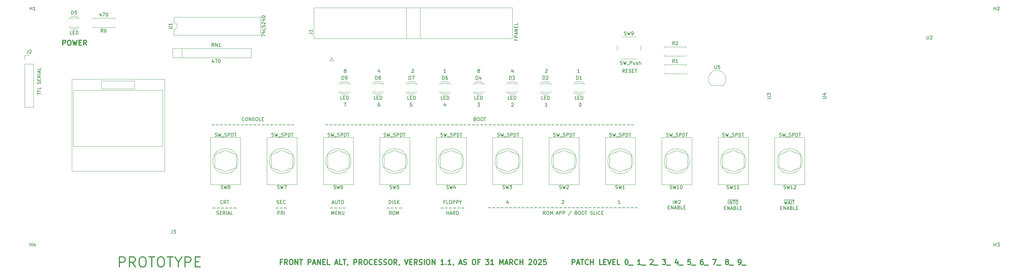
<source format=gbr>
%TF.GenerationSoftware,KiCad,Pcbnew,8.0.6*%
%TF.CreationDate,2025-04-06T11:44:27-05:00*%
%TF.ProjectId,front-panel.processor,66726f6e-742d-4706-916e-656c2e70726f,rev?*%
%TF.SameCoordinates,Original*%
%TF.FileFunction,Legend,Top*%
%TF.FilePolarity,Positive*%
%FSLAX46Y46*%
G04 Gerber Fmt 4.6, Leading zero omitted, Abs format (unit mm)*
G04 Created by KiCad (PCBNEW 8.0.6) date 2025-04-06 11:44:27*
%MOMM*%
%LPD*%
G01*
G04 APERTURE LIST*
%ADD10C,0.300000*%
%ADD11C,0.150000*%
%ADD12C,0.120000*%
G04 APERTURE END LIST*
D10*
X113714286Y-225892614D02*
X113214286Y-225892614D01*
X113214286Y-226678328D02*
X113214286Y-225178328D01*
X113214286Y-225178328D02*
X113928572Y-225178328D01*
X115357143Y-226678328D02*
X114857143Y-225964042D01*
X114500000Y-226678328D02*
X114500000Y-225178328D01*
X114500000Y-225178328D02*
X115071429Y-225178328D01*
X115071429Y-225178328D02*
X115214286Y-225249757D01*
X115214286Y-225249757D02*
X115285715Y-225321185D01*
X115285715Y-225321185D02*
X115357143Y-225464042D01*
X115357143Y-225464042D02*
X115357143Y-225678328D01*
X115357143Y-225678328D02*
X115285715Y-225821185D01*
X115285715Y-225821185D02*
X115214286Y-225892614D01*
X115214286Y-225892614D02*
X115071429Y-225964042D01*
X115071429Y-225964042D02*
X114500000Y-225964042D01*
X116285715Y-225178328D02*
X116571429Y-225178328D01*
X116571429Y-225178328D02*
X116714286Y-225249757D01*
X116714286Y-225249757D02*
X116857143Y-225392614D01*
X116857143Y-225392614D02*
X116928572Y-225678328D01*
X116928572Y-225678328D02*
X116928572Y-226178328D01*
X116928572Y-226178328D02*
X116857143Y-226464042D01*
X116857143Y-226464042D02*
X116714286Y-226606900D01*
X116714286Y-226606900D02*
X116571429Y-226678328D01*
X116571429Y-226678328D02*
X116285715Y-226678328D01*
X116285715Y-226678328D02*
X116142858Y-226606900D01*
X116142858Y-226606900D02*
X116000000Y-226464042D01*
X116000000Y-226464042D02*
X115928572Y-226178328D01*
X115928572Y-226178328D02*
X115928572Y-225678328D01*
X115928572Y-225678328D02*
X116000000Y-225392614D01*
X116000000Y-225392614D02*
X116142858Y-225249757D01*
X116142858Y-225249757D02*
X116285715Y-225178328D01*
X117571429Y-226678328D02*
X117571429Y-225178328D01*
X117571429Y-225178328D02*
X118428572Y-226678328D01*
X118428572Y-226678328D02*
X118428572Y-225178328D01*
X118928573Y-225178328D02*
X119785716Y-225178328D01*
X119357144Y-226678328D02*
X119357144Y-225178328D01*
X121428572Y-226678328D02*
X121428572Y-225178328D01*
X121428572Y-225178328D02*
X122000001Y-225178328D01*
X122000001Y-225178328D02*
X122142858Y-225249757D01*
X122142858Y-225249757D02*
X122214287Y-225321185D01*
X122214287Y-225321185D02*
X122285715Y-225464042D01*
X122285715Y-225464042D02*
X122285715Y-225678328D01*
X122285715Y-225678328D02*
X122214287Y-225821185D01*
X122214287Y-225821185D02*
X122142858Y-225892614D01*
X122142858Y-225892614D02*
X122000001Y-225964042D01*
X122000001Y-225964042D02*
X121428572Y-225964042D01*
X122857144Y-226249757D02*
X123571430Y-226249757D01*
X122714287Y-226678328D02*
X123214287Y-225178328D01*
X123214287Y-225178328D02*
X123714287Y-226678328D01*
X124214286Y-226678328D02*
X124214286Y-225178328D01*
X124214286Y-225178328D02*
X125071429Y-226678328D01*
X125071429Y-226678328D02*
X125071429Y-225178328D01*
X125785715Y-225892614D02*
X126285715Y-225892614D01*
X126500001Y-226678328D02*
X125785715Y-226678328D01*
X125785715Y-226678328D02*
X125785715Y-225178328D01*
X125785715Y-225178328D02*
X126500001Y-225178328D01*
X127857144Y-226678328D02*
X127142858Y-226678328D01*
X127142858Y-226678328D02*
X127142858Y-225178328D01*
X129428573Y-226249757D02*
X130142859Y-226249757D01*
X129285716Y-226678328D02*
X129785716Y-225178328D01*
X129785716Y-225178328D02*
X130285716Y-226678328D01*
X131500001Y-226678328D02*
X130785715Y-226678328D01*
X130785715Y-226678328D02*
X130785715Y-225178328D01*
X131785716Y-225178328D02*
X132642859Y-225178328D01*
X132214287Y-226678328D02*
X132214287Y-225178328D01*
X133214287Y-226606900D02*
X133214287Y-226678328D01*
X133214287Y-226678328D02*
X133142858Y-226821185D01*
X133142858Y-226821185D02*
X133071430Y-226892614D01*
X135000001Y-226678328D02*
X135000001Y-225178328D01*
X135000001Y-225178328D02*
X135571430Y-225178328D01*
X135571430Y-225178328D02*
X135714287Y-225249757D01*
X135714287Y-225249757D02*
X135785716Y-225321185D01*
X135785716Y-225321185D02*
X135857144Y-225464042D01*
X135857144Y-225464042D02*
X135857144Y-225678328D01*
X135857144Y-225678328D02*
X135785716Y-225821185D01*
X135785716Y-225821185D02*
X135714287Y-225892614D01*
X135714287Y-225892614D02*
X135571430Y-225964042D01*
X135571430Y-225964042D02*
X135000001Y-225964042D01*
X137357144Y-226678328D02*
X136857144Y-225964042D01*
X136500001Y-226678328D02*
X136500001Y-225178328D01*
X136500001Y-225178328D02*
X137071430Y-225178328D01*
X137071430Y-225178328D02*
X137214287Y-225249757D01*
X137214287Y-225249757D02*
X137285716Y-225321185D01*
X137285716Y-225321185D02*
X137357144Y-225464042D01*
X137357144Y-225464042D02*
X137357144Y-225678328D01*
X137357144Y-225678328D02*
X137285716Y-225821185D01*
X137285716Y-225821185D02*
X137214287Y-225892614D01*
X137214287Y-225892614D02*
X137071430Y-225964042D01*
X137071430Y-225964042D02*
X136500001Y-225964042D01*
X138285716Y-225178328D02*
X138571430Y-225178328D01*
X138571430Y-225178328D02*
X138714287Y-225249757D01*
X138714287Y-225249757D02*
X138857144Y-225392614D01*
X138857144Y-225392614D02*
X138928573Y-225678328D01*
X138928573Y-225678328D02*
X138928573Y-226178328D01*
X138928573Y-226178328D02*
X138857144Y-226464042D01*
X138857144Y-226464042D02*
X138714287Y-226606900D01*
X138714287Y-226606900D02*
X138571430Y-226678328D01*
X138571430Y-226678328D02*
X138285716Y-226678328D01*
X138285716Y-226678328D02*
X138142859Y-226606900D01*
X138142859Y-226606900D02*
X138000001Y-226464042D01*
X138000001Y-226464042D02*
X137928573Y-226178328D01*
X137928573Y-226178328D02*
X137928573Y-225678328D01*
X137928573Y-225678328D02*
X138000001Y-225392614D01*
X138000001Y-225392614D02*
X138142859Y-225249757D01*
X138142859Y-225249757D02*
X138285716Y-225178328D01*
X140428573Y-226535471D02*
X140357145Y-226606900D01*
X140357145Y-226606900D02*
X140142859Y-226678328D01*
X140142859Y-226678328D02*
X140000002Y-226678328D01*
X140000002Y-226678328D02*
X139785716Y-226606900D01*
X139785716Y-226606900D02*
X139642859Y-226464042D01*
X139642859Y-226464042D02*
X139571430Y-226321185D01*
X139571430Y-226321185D02*
X139500002Y-226035471D01*
X139500002Y-226035471D02*
X139500002Y-225821185D01*
X139500002Y-225821185D02*
X139571430Y-225535471D01*
X139571430Y-225535471D02*
X139642859Y-225392614D01*
X139642859Y-225392614D02*
X139785716Y-225249757D01*
X139785716Y-225249757D02*
X140000002Y-225178328D01*
X140000002Y-225178328D02*
X140142859Y-225178328D01*
X140142859Y-225178328D02*
X140357145Y-225249757D01*
X140357145Y-225249757D02*
X140428573Y-225321185D01*
X141071430Y-225892614D02*
X141571430Y-225892614D01*
X141785716Y-226678328D02*
X141071430Y-226678328D01*
X141071430Y-226678328D02*
X141071430Y-225178328D01*
X141071430Y-225178328D02*
X141785716Y-225178328D01*
X142357145Y-226606900D02*
X142571431Y-226678328D01*
X142571431Y-226678328D02*
X142928573Y-226678328D01*
X142928573Y-226678328D02*
X143071431Y-226606900D01*
X143071431Y-226606900D02*
X143142859Y-226535471D01*
X143142859Y-226535471D02*
X143214288Y-226392614D01*
X143214288Y-226392614D02*
X143214288Y-226249757D01*
X143214288Y-226249757D02*
X143142859Y-226106900D01*
X143142859Y-226106900D02*
X143071431Y-226035471D01*
X143071431Y-226035471D02*
X142928573Y-225964042D01*
X142928573Y-225964042D02*
X142642859Y-225892614D01*
X142642859Y-225892614D02*
X142500002Y-225821185D01*
X142500002Y-225821185D02*
X142428573Y-225749757D01*
X142428573Y-225749757D02*
X142357145Y-225606900D01*
X142357145Y-225606900D02*
X142357145Y-225464042D01*
X142357145Y-225464042D02*
X142428573Y-225321185D01*
X142428573Y-225321185D02*
X142500002Y-225249757D01*
X142500002Y-225249757D02*
X142642859Y-225178328D01*
X142642859Y-225178328D02*
X143000002Y-225178328D01*
X143000002Y-225178328D02*
X143214288Y-225249757D01*
X143785716Y-226606900D02*
X144000002Y-226678328D01*
X144000002Y-226678328D02*
X144357144Y-226678328D01*
X144357144Y-226678328D02*
X144500002Y-226606900D01*
X144500002Y-226606900D02*
X144571430Y-226535471D01*
X144571430Y-226535471D02*
X144642859Y-226392614D01*
X144642859Y-226392614D02*
X144642859Y-226249757D01*
X144642859Y-226249757D02*
X144571430Y-226106900D01*
X144571430Y-226106900D02*
X144500002Y-226035471D01*
X144500002Y-226035471D02*
X144357144Y-225964042D01*
X144357144Y-225964042D02*
X144071430Y-225892614D01*
X144071430Y-225892614D02*
X143928573Y-225821185D01*
X143928573Y-225821185D02*
X143857144Y-225749757D01*
X143857144Y-225749757D02*
X143785716Y-225606900D01*
X143785716Y-225606900D02*
X143785716Y-225464042D01*
X143785716Y-225464042D02*
X143857144Y-225321185D01*
X143857144Y-225321185D02*
X143928573Y-225249757D01*
X143928573Y-225249757D02*
X144071430Y-225178328D01*
X144071430Y-225178328D02*
X144428573Y-225178328D01*
X144428573Y-225178328D02*
X144642859Y-225249757D01*
X145571430Y-225178328D02*
X145857144Y-225178328D01*
X145857144Y-225178328D02*
X146000001Y-225249757D01*
X146000001Y-225249757D02*
X146142858Y-225392614D01*
X146142858Y-225392614D02*
X146214287Y-225678328D01*
X146214287Y-225678328D02*
X146214287Y-226178328D01*
X146214287Y-226178328D02*
X146142858Y-226464042D01*
X146142858Y-226464042D02*
X146000001Y-226606900D01*
X146000001Y-226606900D02*
X145857144Y-226678328D01*
X145857144Y-226678328D02*
X145571430Y-226678328D01*
X145571430Y-226678328D02*
X145428573Y-226606900D01*
X145428573Y-226606900D02*
X145285715Y-226464042D01*
X145285715Y-226464042D02*
X145214287Y-226178328D01*
X145214287Y-226178328D02*
X145214287Y-225678328D01*
X145214287Y-225678328D02*
X145285715Y-225392614D01*
X145285715Y-225392614D02*
X145428573Y-225249757D01*
X145428573Y-225249757D02*
X145571430Y-225178328D01*
X147714287Y-226678328D02*
X147214287Y-225964042D01*
X146857144Y-226678328D02*
X146857144Y-225178328D01*
X146857144Y-225178328D02*
X147428573Y-225178328D01*
X147428573Y-225178328D02*
X147571430Y-225249757D01*
X147571430Y-225249757D02*
X147642859Y-225321185D01*
X147642859Y-225321185D02*
X147714287Y-225464042D01*
X147714287Y-225464042D02*
X147714287Y-225678328D01*
X147714287Y-225678328D02*
X147642859Y-225821185D01*
X147642859Y-225821185D02*
X147571430Y-225892614D01*
X147571430Y-225892614D02*
X147428573Y-225964042D01*
X147428573Y-225964042D02*
X146857144Y-225964042D01*
X148428573Y-226606900D02*
X148428573Y-226678328D01*
X148428573Y-226678328D02*
X148357144Y-226821185D01*
X148357144Y-226821185D02*
X148285716Y-226892614D01*
X150000002Y-225178328D02*
X150500002Y-226678328D01*
X150500002Y-226678328D02*
X151000002Y-225178328D01*
X151500001Y-225892614D02*
X152000001Y-225892614D01*
X152214287Y-226678328D02*
X151500001Y-226678328D01*
X151500001Y-226678328D02*
X151500001Y-225178328D01*
X151500001Y-225178328D02*
X152214287Y-225178328D01*
X153714287Y-226678328D02*
X153214287Y-225964042D01*
X152857144Y-226678328D02*
X152857144Y-225178328D01*
X152857144Y-225178328D02*
X153428573Y-225178328D01*
X153428573Y-225178328D02*
X153571430Y-225249757D01*
X153571430Y-225249757D02*
X153642859Y-225321185D01*
X153642859Y-225321185D02*
X153714287Y-225464042D01*
X153714287Y-225464042D02*
X153714287Y-225678328D01*
X153714287Y-225678328D02*
X153642859Y-225821185D01*
X153642859Y-225821185D02*
X153571430Y-225892614D01*
X153571430Y-225892614D02*
X153428573Y-225964042D01*
X153428573Y-225964042D02*
X152857144Y-225964042D01*
X154285716Y-226606900D02*
X154500002Y-226678328D01*
X154500002Y-226678328D02*
X154857144Y-226678328D01*
X154857144Y-226678328D02*
X155000002Y-226606900D01*
X155000002Y-226606900D02*
X155071430Y-226535471D01*
X155071430Y-226535471D02*
X155142859Y-226392614D01*
X155142859Y-226392614D02*
X155142859Y-226249757D01*
X155142859Y-226249757D02*
X155071430Y-226106900D01*
X155071430Y-226106900D02*
X155000002Y-226035471D01*
X155000002Y-226035471D02*
X154857144Y-225964042D01*
X154857144Y-225964042D02*
X154571430Y-225892614D01*
X154571430Y-225892614D02*
X154428573Y-225821185D01*
X154428573Y-225821185D02*
X154357144Y-225749757D01*
X154357144Y-225749757D02*
X154285716Y-225606900D01*
X154285716Y-225606900D02*
X154285716Y-225464042D01*
X154285716Y-225464042D02*
X154357144Y-225321185D01*
X154357144Y-225321185D02*
X154428573Y-225249757D01*
X154428573Y-225249757D02*
X154571430Y-225178328D01*
X154571430Y-225178328D02*
X154928573Y-225178328D01*
X154928573Y-225178328D02*
X155142859Y-225249757D01*
X155785715Y-226678328D02*
X155785715Y-225178328D01*
X156785716Y-225178328D02*
X157071430Y-225178328D01*
X157071430Y-225178328D02*
X157214287Y-225249757D01*
X157214287Y-225249757D02*
X157357144Y-225392614D01*
X157357144Y-225392614D02*
X157428573Y-225678328D01*
X157428573Y-225678328D02*
X157428573Y-226178328D01*
X157428573Y-226178328D02*
X157357144Y-226464042D01*
X157357144Y-226464042D02*
X157214287Y-226606900D01*
X157214287Y-226606900D02*
X157071430Y-226678328D01*
X157071430Y-226678328D02*
X156785716Y-226678328D01*
X156785716Y-226678328D02*
X156642859Y-226606900D01*
X156642859Y-226606900D02*
X156500001Y-226464042D01*
X156500001Y-226464042D02*
X156428573Y-226178328D01*
X156428573Y-226178328D02*
X156428573Y-225678328D01*
X156428573Y-225678328D02*
X156500001Y-225392614D01*
X156500001Y-225392614D02*
X156642859Y-225249757D01*
X156642859Y-225249757D02*
X156785716Y-225178328D01*
X158071430Y-226678328D02*
X158071430Y-225178328D01*
X158071430Y-225178328D02*
X158928573Y-226678328D01*
X158928573Y-226678328D02*
X158928573Y-225178328D01*
X161571431Y-226678328D02*
X160714288Y-226678328D01*
X161142859Y-226678328D02*
X161142859Y-225178328D01*
X161142859Y-225178328D02*
X161000002Y-225392614D01*
X161000002Y-225392614D02*
X160857145Y-225535471D01*
X160857145Y-225535471D02*
X160714288Y-225606900D01*
X162214287Y-226535471D02*
X162285716Y-226606900D01*
X162285716Y-226606900D02*
X162214287Y-226678328D01*
X162214287Y-226678328D02*
X162142859Y-226606900D01*
X162142859Y-226606900D02*
X162214287Y-226535471D01*
X162214287Y-226535471D02*
X162214287Y-226678328D01*
X163714288Y-226678328D02*
X162857145Y-226678328D01*
X163285716Y-226678328D02*
X163285716Y-225178328D01*
X163285716Y-225178328D02*
X163142859Y-225392614D01*
X163142859Y-225392614D02*
X163000002Y-225535471D01*
X163000002Y-225535471D02*
X162857145Y-225606900D01*
X164428573Y-226606900D02*
X164428573Y-226678328D01*
X164428573Y-226678328D02*
X164357144Y-226821185D01*
X164357144Y-226821185D02*
X164285716Y-226892614D01*
X166142859Y-226249757D02*
X166857145Y-226249757D01*
X166000002Y-226678328D02*
X166500002Y-225178328D01*
X166500002Y-225178328D02*
X167000002Y-226678328D01*
X167428573Y-226606900D02*
X167642859Y-226678328D01*
X167642859Y-226678328D02*
X168000001Y-226678328D01*
X168000001Y-226678328D02*
X168142859Y-226606900D01*
X168142859Y-226606900D02*
X168214287Y-226535471D01*
X168214287Y-226535471D02*
X168285716Y-226392614D01*
X168285716Y-226392614D02*
X168285716Y-226249757D01*
X168285716Y-226249757D02*
X168214287Y-226106900D01*
X168214287Y-226106900D02*
X168142859Y-226035471D01*
X168142859Y-226035471D02*
X168000001Y-225964042D01*
X168000001Y-225964042D02*
X167714287Y-225892614D01*
X167714287Y-225892614D02*
X167571430Y-225821185D01*
X167571430Y-225821185D02*
X167500001Y-225749757D01*
X167500001Y-225749757D02*
X167428573Y-225606900D01*
X167428573Y-225606900D02*
X167428573Y-225464042D01*
X167428573Y-225464042D02*
X167500001Y-225321185D01*
X167500001Y-225321185D02*
X167571430Y-225249757D01*
X167571430Y-225249757D02*
X167714287Y-225178328D01*
X167714287Y-225178328D02*
X168071430Y-225178328D01*
X168071430Y-225178328D02*
X168285716Y-225249757D01*
X170357144Y-225178328D02*
X170642858Y-225178328D01*
X170642858Y-225178328D02*
X170785715Y-225249757D01*
X170785715Y-225249757D02*
X170928572Y-225392614D01*
X170928572Y-225392614D02*
X171000001Y-225678328D01*
X171000001Y-225678328D02*
X171000001Y-226178328D01*
X171000001Y-226178328D02*
X170928572Y-226464042D01*
X170928572Y-226464042D02*
X170785715Y-226606900D01*
X170785715Y-226606900D02*
X170642858Y-226678328D01*
X170642858Y-226678328D02*
X170357144Y-226678328D01*
X170357144Y-226678328D02*
X170214287Y-226606900D01*
X170214287Y-226606900D02*
X170071429Y-226464042D01*
X170071429Y-226464042D02*
X170000001Y-226178328D01*
X170000001Y-226178328D02*
X170000001Y-225678328D01*
X170000001Y-225678328D02*
X170071429Y-225392614D01*
X170071429Y-225392614D02*
X170214287Y-225249757D01*
X170214287Y-225249757D02*
X170357144Y-225178328D01*
X172142858Y-225892614D02*
X171642858Y-225892614D01*
X171642858Y-226678328D02*
X171642858Y-225178328D01*
X171642858Y-225178328D02*
X172357144Y-225178328D01*
X173928572Y-225178328D02*
X174857144Y-225178328D01*
X174857144Y-225178328D02*
X174357144Y-225749757D01*
X174357144Y-225749757D02*
X174571429Y-225749757D01*
X174571429Y-225749757D02*
X174714287Y-225821185D01*
X174714287Y-225821185D02*
X174785715Y-225892614D01*
X174785715Y-225892614D02*
X174857144Y-226035471D01*
X174857144Y-226035471D02*
X174857144Y-226392614D01*
X174857144Y-226392614D02*
X174785715Y-226535471D01*
X174785715Y-226535471D02*
X174714287Y-226606900D01*
X174714287Y-226606900D02*
X174571429Y-226678328D01*
X174571429Y-226678328D02*
X174142858Y-226678328D01*
X174142858Y-226678328D02*
X174000001Y-226606900D01*
X174000001Y-226606900D02*
X173928572Y-226535471D01*
X176285715Y-226678328D02*
X175428572Y-226678328D01*
X175857143Y-226678328D02*
X175857143Y-225178328D01*
X175857143Y-225178328D02*
X175714286Y-225392614D01*
X175714286Y-225392614D02*
X175571429Y-225535471D01*
X175571429Y-225535471D02*
X175428572Y-225606900D01*
X178071428Y-226678328D02*
X178071428Y-225178328D01*
X178071428Y-225178328D02*
X178571428Y-226249757D01*
X178571428Y-226249757D02*
X179071428Y-225178328D01*
X179071428Y-225178328D02*
X179071428Y-226678328D01*
X179714286Y-226249757D02*
X180428572Y-226249757D01*
X179571429Y-226678328D02*
X180071429Y-225178328D01*
X180071429Y-225178328D02*
X180571429Y-226678328D01*
X181928571Y-226678328D02*
X181428571Y-225964042D01*
X181071428Y-226678328D02*
X181071428Y-225178328D01*
X181071428Y-225178328D02*
X181642857Y-225178328D01*
X181642857Y-225178328D02*
X181785714Y-225249757D01*
X181785714Y-225249757D02*
X181857143Y-225321185D01*
X181857143Y-225321185D02*
X181928571Y-225464042D01*
X181928571Y-225464042D02*
X181928571Y-225678328D01*
X181928571Y-225678328D02*
X181857143Y-225821185D01*
X181857143Y-225821185D02*
X181785714Y-225892614D01*
X181785714Y-225892614D02*
X181642857Y-225964042D01*
X181642857Y-225964042D02*
X181071428Y-225964042D01*
X183428571Y-226535471D02*
X183357143Y-226606900D01*
X183357143Y-226606900D02*
X183142857Y-226678328D01*
X183142857Y-226678328D02*
X183000000Y-226678328D01*
X183000000Y-226678328D02*
X182785714Y-226606900D01*
X182785714Y-226606900D02*
X182642857Y-226464042D01*
X182642857Y-226464042D02*
X182571428Y-226321185D01*
X182571428Y-226321185D02*
X182500000Y-226035471D01*
X182500000Y-226035471D02*
X182500000Y-225821185D01*
X182500000Y-225821185D02*
X182571428Y-225535471D01*
X182571428Y-225535471D02*
X182642857Y-225392614D01*
X182642857Y-225392614D02*
X182785714Y-225249757D01*
X182785714Y-225249757D02*
X183000000Y-225178328D01*
X183000000Y-225178328D02*
X183142857Y-225178328D01*
X183142857Y-225178328D02*
X183357143Y-225249757D01*
X183357143Y-225249757D02*
X183428571Y-225321185D01*
X184071428Y-226678328D02*
X184071428Y-225178328D01*
X184071428Y-225892614D02*
X184928571Y-225892614D01*
X184928571Y-226678328D02*
X184928571Y-225178328D01*
X186714286Y-225321185D02*
X186785714Y-225249757D01*
X186785714Y-225249757D02*
X186928572Y-225178328D01*
X186928572Y-225178328D02*
X187285714Y-225178328D01*
X187285714Y-225178328D02*
X187428572Y-225249757D01*
X187428572Y-225249757D02*
X187500000Y-225321185D01*
X187500000Y-225321185D02*
X187571429Y-225464042D01*
X187571429Y-225464042D02*
X187571429Y-225606900D01*
X187571429Y-225606900D02*
X187500000Y-225821185D01*
X187500000Y-225821185D02*
X186642857Y-226678328D01*
X186642857Y-226678328D02*
X187571429Y-226678328D01*
X188500000Y-225178328D02*
X188642857Y-225178328D01*
X188642857Y-225178328D02*
X188785714Y-225249757D01*
X188785714Y-225249757D02*
X188857143Y-225321185D01*
X188857143Y-225321185D02*
X188928571Y-225464042D01*
X188928571Y-225464042D02*
X189000000Y-225749757D01*
X189000000Y-225749757D02*
X189000000Y-226106900D01*
X189000000Y-226106900D02*
X188928571Y-226392614D01*
X188928571Y-226392614D02*
X188857143Y-226535471D01*
X188857143Y-226535471D02*
X188785714Y-226606900D01*
X188785714Y-226606900D02*
X188642857Y-226678328D01*
X188642857Y-226678328D02*
X188500000Y-226678328D01*
X188500000Y-226678328D02*
X188357143Y-226606900D01*
X188357143Y-226606900D02*
X188285714Y-226535471D01*
X188285714Y-226535471D02*
X188214285Y-226392614D01*
X188214285Y-226392614D02*
X188142857Y-226106900D01*
X188142857Y-226106900D02*
X188142857Y-225749757D01*
X188142857Y-225749757D02*
X188214285Y-225464042D01*
X188214285Y-225464042D02*
X188285714Y-225321185D01*
X188285714Y-225321185D02*
X188357143Y-225249757D01*
X188357143Y-225249757D02*
X188500000Y-225178328D01*
X189571428Y-225321185D02*
X189642856Y-225249757D01*
X189642856Y-225249757D02*
X189785714Y-225178328D01*
X189785714Y-225178328D02*
X190142856Y-225178328D01*
X190142856Y-225178328D02*
X190285714Y-225249757D01*
X190285714Y-225249757D02*
X190357142Y-225321185D01*
X190357142Y-225321185D02*
X190428571Y-225464042D01*
X190428571Y-225464042D02*
X190428571Y-225606900D01*
X190428571Y-225606900D02*
X190357142Y-225821185D01*
X190357142Y-225821185D02*
X189499999Y-226678328D01*
X189499999Y-226678328D02*
X190428571Y-226678328D01*
X191785713Y-225178328D02*
X191071427Y-225178328D01*
X191071427Y-225178328D02*
X190999999Y-225892614D01*
X190999999Y-225892614D02*
X191071427Y-225821185D01*
X191071427Y-225821185D02*
X191214285Y-225749757D01*
X191214285Y-225749757D02*
X191571427Y-225749757D01*
X191571427Y-225749757D02*
X191714285Y-225821185D01*
X191714285Y-225821185D02*
X191785713Y-225892614D01*
X191785713Y-225892614D02*
X191857142Y-226035471D01*
X191857142Y-226035471D02*
X191857142Y-226392614D01*
X191857142Y-226392614D02*
X191785713Y-226535471D01*
X191785713Y-226535471D02*
X191714285Y-226606900D01*
X191714285Y-226606900D02*
X191571427Y-226678328D01*
X191571427Y-226678328D02*
X191214285Y-226678328D01*
X191214285Y-226678328D02*
X191071427Y-226606900D01*
X191071427Y-226606900D02*
X190999999Y-226535471D01*
D11*
X245685048Y-208772708D02*
X245685048Y-207772708D01*
X246161238Y-208772708D02*
X246161238Y-207772708D01*
X246161238Y-207772708D02*
X246732666Y-208772708D01*
X246732666Y-208772708D02*
X246732666Y-207772708D01*
X247066000Y-207772708D02*
X247637428Y-207772708D01*
X247351714Y-208772708D02*
X247351714Y-207772708D01*
X248161238Y-207772708D02*
X248256476Y-207772708D01*
X248256476Y-207772708D02*
X248351714Y-207820327D01*
X248351714Y-207820327D02*
X248399333Y-207867946D01*
X248399333Y-207867946D02*
X248446952Y-207963184D01*
X248446952Y-207963184D02*
X248494571Y-208153660D01*
X248494571Y-208153660D02*
X248494571Y-208391755D01*
X248494571Y-208391755D02*
X248446952Y-208582231D01*
X248446952Y-208582231D02*
X248399333Y-208677469D01*
X248399333Y-208677469D02*
X248351714Y-208725089D01*
X248351714Y-208725089D02*
X248256476Y-208772708D01*
X248256476Y-208772708D02*
X248161238Y-208772708D01*
X248161238Y-208772708D02*
X248066000Y-208725089D01*
X248066000Y-208725089D02*
X248018381Y-208677469D01*
X248018381Y-208677469D02*
X247970762Y-208582231D01*
X247970762Y-208582231D02*
X247923143Y-208391755D01*
X247923143Y-208391755D02*
X247923143Y-208153660D01*
X247923143Y-208153660D02*
X247970762Y-207963184D01*
X247970762Y-207963184D02*
X248018381Y-207867946D01*
X248018381Y-207867946D02*
X248066000Y-207820327D01*
X248066000Y-207820327D02*
X248161238Y-207772708D01*
X245546953Y-207495089D02*
X248585048Y-207495089D01*
X244542190Y-209858842D02*
X244875523Y-209858842D01*
X245018380Y-210382652D02*
X244542190Y-210382652D01*
X244542190Y-210382652D02*
X244542190Y-209382652D01*
X244542190Y-209382652D02*
X245018380Y-209382652D01*
X245446952Y-210382652D02*
X245446952Y-209382652D01*
X245446952Y-209382652D02*
X246018380Y-210382652D01*
X246018380Y-210382652D02*
X246018380Y-209382652D01*
X246446952Y-210096937D02*
X246923142Y-210096937D01*
X246351714Y-210382652D02*
X246685047Y-209382652D01*
X246685047Y-209382652D02*
X247018380Y-210382652D01*
X247685047Y-209858842D02*
X247827904Y-209906461D01*
X247827904Y-209906461D02*
X247875523Y-209954080D01*
X247875523Y-209954080D02*
X247923142Y-210049318D01*
X247923142Y-210049318D02*
X247923142Y-210192175D01*
X247923142Y-210192175D02*
X247875523Y-210287413D01*
X247875523Y-210287413D02*
X247827904Y-210335033D01*
X247827904Y-210335033D02*
X247732666Y-210382652D01*
X247732666Y-210382652D02*
X247351714Y-210382652D01*
X247351714Y-210382652D02*
X247351714Y-209382652D01*
X247351714Y-209382652D02*
X247685047Y-209382652D01*
X247685047Y-209382652D02*
X247780285Y-209430271D01*
X247780285Y-209430271D02*
X247827904Y-209477890D01*
X247827904Y-209477890D02*
X247875523Y-209573128D01*
X247875523Y-209573128D02*
X247875523Y-209668366D01*
X247875523Y-209668366D02*
X247827904Y-209763604D01*
X247827904Y-209763604D02*
X247780285Y-209811223D01*
X247780285Y-209811223D02*
X247685047Y-209858842D01*
X247685047Y-209858842D02*
X247351714Y-209858842D01*
X248827904Y-210382652D02*
X248351714Y-210382652D01*
X248351714Y-210382652D02*
X248351714Y-209382652D01*
X249161238Y-209858842D02*
X249494571Y-209858842D01*
X249637428Y-210382652D02*
X249161238Y-210382652D01*
X249161238Y-210382652D02*
X249161238Y-209382652D01*
X249161238Y-209382652D02*
X249637428Y-209382652D01*
D10*
X48902200Y-161678328D02*
X48902200Y-160178328D01*
X48902200Y-160178328D02*
X49473629Y-160178328D01*
X49473629Y-160178328D02*
X49616486Y-160249757D01*
X49616486Y-160249757D02*
X49687915Y-160321185D01*
X49687915Y-160321185D02*
X49759343Y-160464042D01*
X49759343Y-160464042D02*
X49759343Y-160678328D01*
X49759343Y-160678328D02*
X49687915Y-160821185D01*
X49687915Y-160821185D02*
X49616486Y-160892614D01*
X49616486Y-160892614D02*
X49473629Y-160964042D01*
X49473629Y-160964042D02*
X48902200Y-160964042D01*
X50687915Y-160178328D02*
X50973629Y-160178328D01*
X50973629Y-160178328D02*
X51116486Y-160249757D01*
X51116486Y-160249757D02*
X51259343Y-160392614D01*
X51259343Y-160392614D02*
X51330772Y-160678328D01*
X51330772Y-160678328D02*
X51330772Y-161178328D01*
X51330772Y-161178328D02*
X51259343Y-161464042D01*
X51259343Y-161464042D02*
X51116486Y-161606900D01*
X51116486Y-161606900D02*
X50973629Y-161678328D01*
X50973629Y-161678328D02*
X50687915Y-161678328D01*
X50687915Y-161678328D02*
X50545058Y-161606900D01*
X50545058Y-161606900D02*
X50402200Y-161464042D01*
X50402200Y-161464042D02*
X50330772Y-161178328D01*
X50330772Y-161178328D02*
X50330772Y-160678328D01*
X50330772Y-160678328D02*
X50402200Y-160392614D01*
X50402200Y-160392614D02*
X50545058Y-160249757D01*
X50545058Y-160249757D02*
X50687915Y-160178328D01*
X51830772Y-160178328D02*
X52187915Y-161678328D01*
X52187915Y-161678328D02*
X52473629Y-160606900D01*
X52473629Y-160606900D02*
X52759344Y-161678328D01*
X52759344Y-161678328D02*
X53116487Y-160178328D01*
X53687915Y-160892614D02*
X54187915Y-160892614D01*
X54402201Y-161678328D02*
X53687915Y-161678328D01*
X53687915Y-161678328D02*
X53687915Y-160178328D01*
X53687915Y-160178328D02*
X54402201Y-160178328D01*
X55902201Y-161678328D02*
X55402201Y-160964042D01*
X55045058Y-161678328D02*
X55045058Y-160178328D01*
X55045058Y-160178328D02*
X55616487Y-160178328D01*
X55616487Y-160178328D02*
X55759344Y-160249757D01*
X55759344Y-160249757D02*
X55830773Y-160321185D01*
X55830773Y-160321185D02*
X55902201Y-160464042D01*
X55902201Y-160464042D02*
X55902201Y-160678328D01*
X55902201Y-160678328D02*
X55830773Y-160821185D01*
X55830773Y-160821185D02*
X55759344Y-160892614D01*
X55759344Y-160892614D02*
X55616487Y-160964042D01*
X55616487Y-160964042D02*
X55045058Y-160964042D01*
D11*
X180581476Y-207985208D02*
X180581476Y-208651875D01*
X180343381Y-207604256D02*
X180105286Y-208318541D01*
X180105286Y-208318541D02*
X180724333Y-208318541D01*
X132282762Y-169210390D02*
X132187524Y-169162771D01*
X132187524Y-169162771D02*
X132139905Y-169115152D01*
X132139905Y-169115152D02*
X132092286Y-169019914D01*
X132092286Y-169019914D02*
X132092286Y-168972295D01*
X132092286Y-168972295D02*
X132139905Y-168877057D01*
X132139905Y-168877057D02*
X132187524Y-168829438D01*
X132187524Y-168829438D02*
X132282762Y-168781819D01*
X132282762Y-168781819D02*
X132473238Y-168781819D01*
X132473238Y-168781819D02*
X132568476Y-168829438D01*
X132568476Y-168829438D02*
X132616095Y-168877057D01*
X132616095Y-168877057D02*
X132663714Y-168972295D01*
X132663714Y-168972295D02*
X132663714Y-169019914D01*
X132663714Y-169019914D02*
X132616095Y-169115152D01*
X132616095Y-169115152D02*
X132568476Y-169162771D01*
X132568476Y-169162771D02*
X132473238Y-169210390D01*
X132473238Y-169210390D02*
X132282762Y-169210390D01*
X132282762Y-169210390D02*
X132187524Y-169258009D01*
X132187524Y-169258009D02*
X132139905Y-169305628D01*
X132139905Y-169305628D02*
X132092286Y-169400866D01*
X132092286Y-169400866D02*
X132092286Y-169591342D01*
X132092286Y-169591342D02*
X132139905Y-169686580D01*
X132139905Y-169686580D02*
X132187524Y-169734200D01*
X132187524Y-169734200D02*
X132282762Y-169781819D01*
X132282762Y-169781819D02*
X132473238Y-169781819D01*
X132473238Y-169781819D02*
X132568476Y-169734200D01*
X132568476Y-169734200D02*
X132616095Y-169686580D01*
X132616095Y-169686580D02*
X132663714Y-169591342D01*
X132663714Y-169591342D02*
X132663714Y-169400866D01*
X132663714Y-169400866D02*
X132616095Y-169305628D01*
X132616095Y-169305628D02*
X132568476Y-169258009D01*
X132568476Y-169258009D02*
X132473238Y-169210390D01*
X162163714Y-169781819D02*
X161592286Y-169781819D01*
X161878000Y-169781819D02*
X161878000Y-168781819D01*
X161878000Y-168781819D02*
X161782762Y-168924676D01*
X161782762Y-168924676D02*
X161687524Y-169019914D01*
X161687524Y-169019914D02*
X161592286Y-169067533D01*
X152092286Y-168877057D02*
X152139905Y-168829438D01*
X152139905Y-168829438D02*
X152235143Y-168781819D01*
X152235143Y-168781819D02*
X152473238Y-168781819D01*
X152473238Y-168781819D02*
X152568476Y-168829438D01*
X152568476Y-168829438D02*
X152616095Y-168877057D01*
X152616095Y-168877057D02*
X152663714Y-168972295D01*
X152663714Y-168972295D02*
X152663714Y-169067533D01*
X152663714Y-169067533D02*
X152616095Y-169210390D01*
X152616095Y-169210390D02*
X152044667Y-169781819D01*
X152044667Y-169781819D02*
X152663714Y-169781819D01*
X181592286Y-178877057D02*
X181639905Y-178829438D01*
X181639905Y-178829438D02*
X181735143Y-178781819D01*
X181735143Y-178781819D02*
X181973238Y-178781819D01*
X181973238Y-178781819D02*
X182068476Y-178829438D01*
X182068476Y-178829438D02*
X182116095Y-178877057D01*
X182116095Y-178877057D02*
X182163714Y-178972295D01*
X182163714Y-178972295D02*
X182163714Y-179067533D01*
X182163714Y-179067533D02*
X182116095Y-179210390D01*
X182116095Y-179210390D02*
X181544667Y-179781819D01*
X181544667Y-179781819D02*
X182163714Y-179781819D01*
X201663714Y-169781819D02*
X201092286Y-169781819D01*
X201378000Y-169781819D02*
X201378000Y-168781819D01*
X201378000Y-168781819D02*
X201282762Y-168924676D01*
X201282762Y-168924676D02*
X201187524Y-169019914D01*
X201187524Y-169019914D02*
X201092286Y-169067533D01*
X191592286Y-168877057D02*
X191639905Y-168829438D01*
X191639905Y-168829438D02*
X191735143Y-168781819D01*
X191735143Y-168781819D02*
X191973238Y-168781819D01*
X191973238Y-168781819D02*
X192068476Y-168829438D01*
X192068476Y-168829438D02*
X192116095Y-168877057D01*
X192116095Y-168877057D02*
X192163714Y-168972295D01*
X192163714Y-168972295D02*
X192163714Y-169067533D01*
X192163714Y-169067533D02*
X192116095Y-169210390D01*
X192116095Y-169210390D02*
X191544667Y-169781819D01*
X191544667Y-169781819D02*
X192163714Y-169781819D01*
X192163714Y-179781819D02*
X191592286Y-179781819D01*
X191878000Y-179781819D02*
X191878000Y-178781819D01*
X191878000Y-178781819D02*
X191782762Y-178924676D01*
X191782762Y-178924676D02*
X191687524Y-179019914D01*
X191687524Y-179019914D02*
X191592286Y-179067533D01*
X112223905Y-208604256D02*
X112366762Y-208651875D01*
X112366762Y-208651875D02*
X112604857Y-208651875D01*
X112604857Y-208651875D02*
X112700095Y-208604256D01*
X112700095Y-208604256D02*
X112747714Y-208556636D01*
X112747714Y-208556636D02*
X112795333Y-208461398D01*
X112795333Y-208461398D02*
X112795333Y-208366160D01*
X112795333Y-208366160D02*
X112747714Y-208270922D01*
X112747714Y-208270922D02*
X112700095Y-208223303D01*
X112700095Y-208223303D02*
X112604857Y-208175684D01*
X112604857Y-208175684D02*
X112414381Y-208128065D01*
X112414381Y-208128065D02*
X112319143Y-208080446D01*
X112319143Y-208080446D02*
X112271524Y-208032827D01*
X112271524Y-208032827D02*
X112223905Y-207937589D01*
X112223905Y-207937589D02*
X112223905Y-207842351D01*
X112223905Y-207842351D02*
X112271524Y-207747113D01*
X112271524Y-207747113D02*
X112319143Y-207699494D01*
X112319143Y-207699494D02*
X112414381Y-207651875D01*
X112414381Y-207651875D02*
X112652476Y-207651875D01*
X112652476Y-207651875D02*
X112795333Y-207699494D01*
X113223905Y-208128065D02*
X113557238Y-208128065D01*
X113700095Y-208651875D02*
X113223905Y-208651875D01*
X113223905Y-208651875D02*
X113223905Y-207651875D01*
X113223905Y-207651875D02*
X113700095Y-207651875D01*
X114700095Y-208556636D02*
X114652476Y-208604256D01*
X114652476Y-208604256D02*
X114509619Y-208651875D01*
X114509619Y-208651875D02*
X114414381Y-208651875D01*
X114414381Y-208651875D02*
X114271524Y-208604256D01*
X114271524Y-208604256D02*
X114176286Y-208509017D01*
X114176286Y-208509017D02*
X114128667Y-208413779D01*
X114128667Y-208413779D02*
X114081048Y-208223303D01*
X114081048Y-208223303D02*
X114081048Y-208080446D01*
X114081048Y-208080446D02*
X114128667Y-207889970D01*
X114128667Y-207889970D02*
X114176286Y-207794732D01*
X114176286Y-207794732D02*
X114271524Y-207699494D01*
X114271524Y-207699494D02*
X114414381Y-207651875D01*
X114414381Y-207651875D02*
X114509619Y-207651875D01*
X114509619Y-207651875D02*
X114652476Y-207699494D01*
X114652476Y-207699494D02*
X114700095Y-207747113D01*
X111842953Y-209880866D02*
X112604858Y-209880866D01*
X113081048Y-209880866D02*
X113842953Y-209880866D01*
X114319143Y-209880866D02*
X115081048Y-209880866D01*
X112462000Y-211871763D02*
X112462000Y-210871763D01*
X112462000Y-210871763D02*
X112842952Y-210871763D01*
X112842952Y-210871763D02*
X112938190Y-210919382D01*
X112938190Y-210919382D02*
X112985809Y-210967001D01*
X112985809Y-210967001D02*
X113033428Y-211062239D01*
X113033428Y-211062239D02*
X113033428Y-211205096D01*
X113033428Y-211205096D02*
X112985809Y-211300334D01*
X112985809Y-211300334D02*
X112938190Y-211347953D01*
X112938190Y-211347953D02*
X112842952Y-211395572D01*
X112842952Y-211395572D02*
X112462000Y-211395572D01*
X114033428Y-211871763D02*
X113700095Y-211395572D01*
X113462000Y-211871763D02*
X113462000Y-210871763D01*
X113462000Y-210871763D02*
X113842952Y-210871763D01*
X113842952Y-210871763D02*
X113938190Y-210919382D01*
X113938190Y-210919382D02*
X113985809Y-210967001D01*
X113985809Y-210967001D02*
X114033428Y-211062239D01*
X114033428Y-211062239D02*
X114033428Y-211205096D01*
X114033428Y-211205096D02*
X113985809Y-211300334D01*
X113985809Y-211300334D02*
X113938190Y-211347953D01*
X113938190Y-211347953D02*
X113842952Y-211395572D01*
X113842952Y-211395572D02*
X113462000Y-211395572D01*
X114462000Y-211871763D02*
X114462000Y-210871763D01*
X145386810Y-208651875D02*
X145386810Y-207651875D01*
X145386810Y-207651875D02*
X145624905Y-207651875D01*
X145624905Y-207651875D02*
X145767762Y-207699494D01*
X145767762Y-207699494D02*
X145863000Y-207794732D01*
X145863000Y-207794732D02*
X145910619Y-207889970D01*
X145910619Y-207889970D02*
X145958238Y-208080446D01*
X145958238Y-208080446D02*
X145958238Y-208223303D01*
X145958238Y-208223303D02*
X145910619Y-208413779D01*
X145910619Y-208413779D02*
X145863000Y-208509017D01*
X145863000Y-208509017D02*
X145767762Y-208604256D01*
X145767762Y-208604256D02*
X145624905Y-208651875D01*
X145624905Y-208651875D02*
X145386810Y-208651875D01*
X146386810Y-208651875D02*
X146386810Y-207651875D01*
X146815381Y-208604256D02*
X146958238Y-208651875D01*
X146958238Y-208651875D02*
X147196333Y-208651875D01*
X147196333Y-208651875D02*
X147291571Y-208604256D01*
X147291571Y-208604256D02*
X147339190Y-208556636D01*
X147339190Y-208556636D02*
X147386809Y-208461398D01*
X147386809Y-208461398D02*
X147386809Y-208366160D01*
X147386809Y-208366160D02*
X147339190Y-208270922D01*
X147339190Y-208270922D02*
X147291571Y-208223303D01*
X147291571Y-208223303D02*
X147196333Y-208175684D01*
X147196333Y-208175684D02*
X147005857Y-208128065D01*
X147005857Y-208128065D02*
X146910619Y-208080446D01*
X146910619Y-208080446D02*
X146863000Y-208032827D01*
X146863000Y-208032827D02*
X146815381Y-207937589D01*
X146815381Y-207937589D02*
X146815381Y-207842351D01*
X146815381Y-207842351D02*
X146863000Y-207747113D01*
X146863000Y-207747113D02*
X146910619Y-207699494D01*
X146910619Y-207699494D02*
X147005857Y-207651875D01*
X147005857Y-207651875D02*
X147243952Y-207651875D01*
X147243952Y-207651875D02*
X147386809Y-207699494D01*
X147815381Y-208651875D02*
X147815381Y-207651875D01*
X148386809Y-208651875D02*
X147958238Y-208080446D01*
X148386809Y-207651875D02*
X147815381Y-208223303D01*
X144624905Y-209880866D02*
X145386810Y-209880866D01*
X145863000Y-209880866D02*
X146624905Y-209880866D01*
X147101095Y-209880866D02*
X147863000Y-209880866D01*
X148339190Y-209880866D02*
X149101095Y-209880866D01*
X146077285Y-211871763D02*
X145743952Y-211395572D01*
X145505857Y-211871763D02*
X145505857Y-210871763D01*
X145505857Y-210871763D02*
X145886809Y-210871763D01*
X145886809Y-210871763D02*
X145982047Y-210919382D01*
X145982047Y-210919382D02*
X146029666Y-210967001D01*
X146029666Y-210967001D02*
X146077285Y-211062239D01*
X146077285Y-211062239D02*
X146077285Y-211205096D01*
X146077285Y-211205096D02*
X146029666Y-211300334D01*
X146029666Y-211300334D02*
X145982047Y-211347953D01*
X145982047Y-211347953D02*
X145886809Y-211395572D01*
X145886809Y-211395572D02*
X145505857Y-211395572D01*
X146696333Y-210871763D02*
X146886809Y-210871763D01*
X146886809Y-210871763D02*
X146982047Y-210919382D01*
X146982047Y-210919382D02*
X147077285Y-211014620D01*
X147077285Y-211014620D02*
X147124904Y-211205096D01*
X147124904Y-211205096D02*
X147124904Y-211538429D01*
X147124904Y-211538429D02*
X147077285Y-211728905D01*
X147077285Y-211728905D02*
X146982047Y-211824144D01*
X146982047Y-211824144D02*
X146886809Y-211871763D01*
X146886809Y-211871763D02*
X146696333Y-211871763D01*
X146696333Y-211871763D02*
X146601095Y-211824144D01*
X146601095Y-211824144D02*
X146505857Y-211728905D01*
X146505857Y-211728905D02*
X146458238Y-211538429D01*
X146458238Y-211538429D02*
X146458238Y-211205096D01*
X146458238Y-211205096D02*
X146505857Y-211014620D01*
X146505857Y-211014620D02*
X146601095Y-210919382D01*
X146601095Y-210919382D02*
X146696333Y-210871763D01*
X147553476Y-211871763D02*
X147553476Y-210871763D01*
X147553476Y-210871763D02*
X147886809Y-211586048D01*
X147886809Y-211586048D02*
X148220142Y-210871763D01*
X148220142Y-210871763D02*
X148220142Y-211871763D01*
X174726385Y-209837894D02*
X175488290Y-209837894D01*
X175964480Y-209837894D02*
X176726385Y-209837894D01*
X177202575Y-209837894D02*
X177964480Y-209837894D01*
X178440670Y-209837894D02*
X179202575Y-209837894D01*
X179678765Y-209837894D02*
X180440670Y-209837894D01*
X180916860Y-209837894D02*
X181678765Y-209837894D01*
X182154955Y-209837894D02*
X182916860Y-209837894D01*
X183393050Y-209837894D02*
X184154955Y-209837894D01*
X184631145Y-209837894D02*
X185393050Y-209837894D01*
X185869240Y-209837894D02*
X186631145Y-209837894D01*
X187107335Y-209837894D02*
X187869240Y-209837894D01*
X188345430Y-209837894D02*
X189107335Y-209837894D01*
X189583525Y-209837894D02*
X190345430Y-209837894D01*
X190821620Y-209837894D02*
X191583525Y-209837894D01*
X192059715Y-209837894D02*
X192821620Y-209837894D01*
X193297810Y-209837894D02*
X194059715Y-209837894D01*
X194535905Y-209837894D02*
X195297810Y-209837894D01*
X195774000Y-209837894D02*
X196535905Y-209837894D01*
X197012095Y-209837894D02*
X197774000Y-209837894D01*
X198250190Y-209837894D02*
X199012095Y-209837894D01*
X199488285Y-209837894D02*
X200250190Y-209837894D01*
X200726380Y-209837894D02*
X201488285Y-209837894D01*
X201964475Y-209837894D02*
X202726380Y-209837894D01*
X203202570Y-209837894D02*
X203964475Y-209837894D01*
X204440665Y-209837894D02*
X205202570Y-209837894D01*
X205678760Y-209837894D02*
X206440665Y-209837894D01*
X206916855Y-209837894D02*
X207678760Y-209837894D01*
X208154950Y-209837894D02*
X208916855Y-209837894D01*
X209393045Y-209837894D02*
X210154950Y-209837894D01*
X210631140Y-209837894D02*
X211393045Y-209837894D01*
X211869235Y-209837894D02*
X212631140Y-209837894D01*
X213107330Y-209837894D02*
X213869235Y-209837894D01*
X214345425Y-209837894D02*
X215107330Y-209837894D01*
X215583520Y-209837894D02*
X216345425Y-209837894D01*
X216821615Y-209837894D02*
X217583520Y-209837894D01*
X218059710Y-209837894D02*
X218821615Y-209837894D01*
X191559714Y-211828791D02*
X191226381Y-211352600D01*
X190988286Y-211828791D02*
X190988286Y-210828791D01*
X190988286Y-210828791D02*
X191369238Y-210828791D01*
X191369238Y-210828791D02*
X191464476Y-210876410D01*
X191464476Y-210876410D02*
X191512095Y-210924029D01*
X191512095Y-210924029D02*
X191559714Y-211019267D01*
X191559714Y-211019267D02*
X191559714Y-211162124D01*
X191559714Y-211162124D02*
X191512095Y-211257362D01*
X191512095Y-211257362D02*
X191464476Y-211304981D01*
X191464476Y-211304981D02*
X191369238Y-211352600D01*
X191369238Y-211352600D02*
X190988286Y-211352600D01*
X192178762Y-210828791D02*
X192369238Y-210828791D01*
X192369238Y-210828791D02*
X192464476Y-210876410D01*
X192464476Y-210876410D02*
X192559714Y-210971648D01*
X192559714Y-210971648D02*
X192607333Y-211162124D01*
X192607333Y-211162124D02*
X192607333Y-211495457D01*
X192607333Y-211495457D02*
X192559714Y-211685933D01*
X192559714Y-211685933D02*
X192464476Y-211781172D01*
X192464476Y-211781172D02*
X192369238Y-211828791D01*
X192369238Y-211828791D02*
X192178762Y-211828791D01*
X192178762Y-211828791D02*
X192083524Y-211781172D01*
X192083524Y-211781172D02*
X191988286Y-211685933D01*
X191988286Y-211685933D02*
X191940667Y-211495457D01*
X191940667Y-211495457D02*
X191940667Y-211162124D01*
X191940667Y-211162124D02*
X191988286Y-210971648D01*
X191988286Y-210971648D02*
X192083524Y-210876410D01*
X192083524Y-210876410D02*
X192178762Y-210828791D01*
X193035905Y-211828791D02*
X193035905Y-210828791D01*
X193035905Y-210828791D02*
X193369238Y-211543076D01*
X193369238Y-211543076D02*
X193702571Y-210828791D01*
X193702571Y-210828791D02*
X193702571Y-211828791D01*
X194893048Y-211543076D02*
X195369238Y-211543076D01*
X194797810Y-211828791D02*
X195131143Y-210828791D01*
X195131143Y-210828791D02*
X195464476Y-211828791D01*
X195797810Y-211828791D02*
X195797810Y-210828791D01*
X195797810Y-210828791D02*
X196178762Y-210828791D01*
X196178762Y-210828791D02*
X196274000Y-210876410D01*
X196274000Y-210876410D02*
X196321619Y-210924029D01*
X196321619Y-210924029D02*
X196369238Y-211019267D01*
X196369238Y-211019267D02*
X196369238Y-211162124D01*
X196369238Y-211162124D02*
X196321619Y-211257362D01*
X196321619Y-211257362D02*
X196274000Y-211304981D01*
X196274000Y-211304981D02*
X196178762Y-211352600D01*
X196178762Y-211352600D02*
X195797810Y-211352600D01*
X196797810Y-211828791D02*
X196797810Y-210828791D01*
X196797810Y-210828791D02*
X197178762Y-210828791D01*
X197178762Y-210828791D02*
X197274000Y-210876410D01*
X197274000Y-210876410D02*
X197321619Y-210924029D01*
X197321619Y-210924029D02*
X197369238Y-211019267D01*
X197369238Y-211019267D02*
X197369238Y-211162124D01*
X197369238Y-211162124D02*
X197321619Y-211257362D01*
X197321619Y-211257362D02*
X197274000Y-211304981D01*
X197274000Y-211304981D02*
X197178762Y-211352600D01*
X197178762Y-211352600D02*
X196797810Y-211352600D01*
X199274000Y-210781172D02*
X198416858Y-212066886D01*
X200702572Y-211304981D02*
X200845429Y-211352600D01*
X200845429Y-211352600D02*
X200893048Y-211400219D01*
X200893048Y-211400219D02*
X200940667Y-211495457D01*
X200940667Y-211495457D02*
X200940667Y-211638314D01*
X200940667Y-211638314D02*
X200893048Y-211733552D01*
X200893048Y-211733552D02*
X200845429Y-211781172D01*
X200845429Y-211781172D02*
X200750191Y-211828791D01*
X200750191Y-211828791D02*
X200369239Y-211828791D01*
X200369239Y-211828791D02*
X200369239Y-210828791D01*
X200369239Y-210828791D02*
X200702572Y-210828791D01*
X200702572Y-210828791D02*
X200797810Y-210876410D01*
X200797810Y-210876410D02*
X200845429Y-210924029D01*
X200845429Y-210924029D02*
X200893048Y-211019267D01*
X200893048Y-211019267D02*
X200893048Y-211114505D01*
X200893048Y-211114505D02*
X200845429Y-211209743D01*
X200845429Y-211209743D02*
X200797810Y-211257362D01*
X200797810Y-211257362D02*
X200702572Y-211304981D01*
X200702572Y-211304981D02*
X200369239Y-211304981D01*
X201559715Y-210828791D02*
X201750191Y-210828791D01*
X201750191Y-210828791D02*
X201845429Y-210876410D01*
X201845429Y-210876410D02*
X201940667Y-210971648D01*
X201940667Y-210971648D02*
X201988286Y-211162124D01*
X201988286Y-211162124D02*
X201988286Y-211495457D01*
X201988286Y-211495457D02*
X201940667Y-211685933D01*
X201940667Y-211685933D02*
X201845429Y-211781172D01*
X201845429Y-211781172D02*
X201750191Y-211828791D01*
X201750191Y-211828791D02*
X201559715Y-211828791D01*
X201559715Y-211828791D02*
X201464477Y-211781172D01*
X201464477Y-211781172D02*
X201369239Y-211685933D01*
X201369239Y-211685933D02*
X201321620Y-211495457D01*
X201321620Y-211495457D02*
X201321620Y-211162124D01*
X201321620Y-211162124D02*
X201369239Y-210971648D01*
X201369239Y-210971648D02*
X201464477Y-210876410D01*
X201464477Y-210876410D02*
X201559715Y-210828791D01*
X202607334Y-210828791D02*
X202797810Y-210828791D01*
X202797810Y-210828791D02*
X202893048Y-210876410D01*
X202893048Y-210876410D02*
X202988286Y-210971648D01*
X202988286Y-210971648D02*
X203035905Y-211162124D01*
X203035905Y-211162124D02*
X203035905Y-211495457D01*
X203035905Y-211495457D02*
X202988286Y-211685933D01*
X202988286Y-211685933D02*
X202893048Y-211781172D01*
X202893048Y-211781172D02*
X202797810Y-211828791D01*
X202797810Y-211828791D02*
X202607334Y-211828791D01*
X202607334Y-211828791D02*
X202512096Y-211781172D01*
X202512096Y-211781172D02*
X202416858Y-211685933D01*
X202416858Y-211685933D02*
X202369239Y-211495457D01*
X202369239Y-211495457D02*
X202369239Y-211162124D01*
X202369239Y-211162124D02*
X202416858Y-210971648D01*
X202416858Y-210971648D02*
X202512096Y-210876410D01*
X202512096Y-210876410D02*
X202607334Y-210828791D01*
X203321620Y-210828791D02*
X203893048Y-210828791D01*
X203607334Y-211828791D02*
X203607334Y-210828791D01*
X204940668Y-211781172D02*
X205083525Y-211828791D01*
X205083525Y-211828791D02*
X205321620Y-211828791D01*
X205321620Y-211828791D02*
X205416858Y-211781172D01*
X205416858Y-211781172D02*
X205464477Y-211733552D01*
X205464477Y-211733552D02*
X205512096Y-211638314D01*
X205512096Y-211638314D02*
X205512096Y-211543076D01*
X205512096Y-211543076D02*
X205464477Y-211447838D01*
X205464477Y-211447838D02*
X205416858Y-211400219D01*
X205416858Y-211400219D02*
X205321620Y-211352600D01*
X205321620Y-211352600D02*
X205131144Y-211304981D01*
X205131144Y-211304981D02*
X205035906Y-211257362D01*
X205035906Y-211257362D02*
X204988287Y-211209743D01*
X204988287Y-211209743D02*
X204940668Y-211114505D01*
X204940668Y-211114505D02*
X204940668Y-211019267D01*
X204940668Y-211019267D02*
X204988287Y-210924029D01*
X204988287Y-210924029D02*
X205035906Y-210876410D01*
X205035906Y-210876410D02*
X205131144Y-210828791D01*
X205131144Y-210828791D02*
X205369239Y-210828791D01*
X205369239Y-210828791D02*
X205512096Y-210876410D01*
X206416858Y-211828791D02*
X205940668Y-211828791D01*
X205940668Y-211828791D02*
X205940668Y-210828791D01*
X206750192Y-211828791D02*
X206750192Y-210828791D01*
X207797810Y-211733552D02*
X207750191Y-211781172D01*
X207750191Y-211781172D02*
X207607334Y-211828791D01*
X207607334Y-211828791D02*
X207512096Y-211828791D01*
X207512096Y-211828791D02*
X207369239Y-211781172D01*
X207369239Y-211781172D02*
X207274001Y-211685933D01*
X207274001Y-211685933D02*
X207226382Y-211590695D01*
X207226382Y-211590695D02*
X207178763Y-211400219D01*
X207178763Y-211400219D02*
X207178763Y-211257362D01*
X207178763Y-211257362D02*
X207226382Y-211066886D01*
X207226382Y-211066886D02*
X207274001Y-210971648D01*
X207274001Y-210971648D02*
X207369239Y-210876410D01*
X207369239Y-210876410D02*
X207512096Y-210828791D01*
X207512096Y-210828791D02*
X207607334Y-210828791D01*
X207607334Y-210828791D02*
X207750191Y-210876410D01*
X207750191Y-210876410D02*
X207797810Y-210924029D01*
X208226382Y-211304981D02*
X208559715Y-211304981D01*
X208702572Y-211828791D02*
X208226382Y-211828791D01*
X208226382Y-211828791D02*
X208226382Y-210828791D01*
X208226382Y-210828791D02*
X208702572Y-210828791D01*
D10*
X199500003Y-226678328D02*
X199500003Y-225178328D01*
X199500003Y-225178328D02*
X200071432Y-225178328D01*
X200071432Y-225178328D02*
X200214289Y-225249757D01*
X200214289Y-225249757D02*
X200285718Y-225321185D01*
X200285718Y-225321185D02*
X200357146Y-225464042D01*
X200357146Y-225464042D02*
X200357146Y-225678328D01*
X200357146Y-225678328D02*
X200285718Y-225821185D01*
X200285718Y-225821185D02*
X200214289Y-225892614D01*
X200214289Y-225892614D02*
X200071432Y-225964042D01*
X200071432Y-225964042D02*
X199500003Y-225964042D01*
X200928575Y-226249757D02*
X201642861Y-226249757D01*
X200785718Y-226678328D02*
X201285718Y-225178328D01*
X201285718Y-225178328D02*
X201785718Y-226678328D01*
X202071432Y-225178328D02*
X202928575Y-225178328D01*
X202500003Y-226678328D02*
X202500003Y-225178328D01*
X204285717Y-226535471D02*
X204214289Y-226606900D01*
X204214289Y-226606900D02*
X204000003Y-226678328D01*
X204000003Y-226678328D02*
X203857146Y-226678328D01*
X203857146Y-226678328D02*
X203642860Y-226606900D01*
X203642860Y-226606900D02*
X203500003Y-226464042D01*
X203500003Y-226464042D02*
X203428574Y-226321185D01*
X203428574Y-226321185D02*
X203357146Y-226035471D01*
X203357146Y-226035471D02*
X203357146Y-225821185D01*
X203357146Y-225821185D02*
X203428574Y-225535471D01*
X203428574Y-225535471D02*
X203500003Y-225392614D01*
X203500003Y-225392614D02*
X203642860Y-225249757D01*
X203642860Y-225249757D02*
X203857146Y-225178328D01*
X203857146Y-225178328D02*
X204000003Y-225178328D01*
X204000003Y-225178328D02*
X204214289Y-225249757D01*
X204214289Y-225249757D02*
X204285717Y-225321185D01*
X204928574Y-226678328D02*
X204928574Y-225178328D01*
X204928574Y-225892614D02*
X205785717Y-225892614D01*
X205785717Y-226678328D02*
X205785717Y-225178328D01*
X208357146Y-226678328D02*
X207642860Y-226678328D01*
X207642860Y-226678328D02*
X207642860Y-225178328D01*
X208857146Y-225892614D02*
X209357146Y-225892614D01*
X209571432Y-226678328D02*
X208857146Y-226678328D01*
X208857146Y-226678328D02*
X208857146Y-225178328D01*
X208857146Y-225178328D02*
X209571432Y-225178328D01*
X210000004Y-225178328D02*
X210500004Y-226678328D01*
X210500004Y-226678328D02*
X211000004Y-225178328D01*
X211500003Y-225892614D02*
X212000003Y-225892614D01*
X212214289Y-226678328D02*
X211500003Y-226678328D01*
X211500003Y-226678328D02*
X211500003Y-225178328D01*
X211500003Y-225178328D02*
X212214289Y-225178328D01*
X213571432Y-226678328D02*
X212857146Y-226678328D01*
X212857146Y-226678328D02*
X212857146Y-225178328D01*
X215500004Y-225178328D02*
X215642861Y-225178328D01*
X215642861Y-225178328D02*
X215785718Y-225249757D01*
X215785718Y-225249757D02*
X215857147Y-225321185D01*
X215857147Y-225321185D02*
X215928575Y-225464042D01*
X215928575Y-225464042D02*
X216000004Y-225749757D01*
X216000004Y-225749757D02*
X216000004Y-226106900D01*
X216000004Y-226106900D02*
X215928575Y-226392614D01*
X215928575Y-226392614D02*
X215857147Y-226535471D01*
X215857147Y-226535471D02*
X215785718Y-226606900D01*
X215785718Y-226606900D02*
X215642861Y-226678328D01*
X215642861Y-226678328D02*
X215500004Y-226678328D01*
X215500004Y-226678328D02*
X215357147Y-226606900D01*
X215357147Y-226606900D02*
X215285718Y-226535471D01*
X215285718Y-226535471D02*
X215214289Y-226392614D01*
X215214289Y-226392614D02*
X215142861Y-226106900D01*
X215142861Y-226106900D02*
X215142861Y-225749757D01*
X215142861Y-225749757D02*
X215214289Y-225464042D01*
X215214289Y-225464042D02*
X215285718Y-225321185D01*
X215285718Y-225321185D02*
X215357147Y-225249757D01*
X215357147Y-225249757D02*
X215500004Y-225178328D01*
X216285718Y-226821185D02*
X217428575Y-226821185D01*
X219714289Y-226678328D02*
X218857146Y-226678328D01*
X219285717Y-226678328D02*
X219285717Y-225178328D01*
X219285717Y-225178328D02*
X219142860Y-225392614D01*
X219142860Y-225392614D02*
X219000003Y-225535471D01*
X219000003Y-225535471D02*
X218857146Y-225606900D01*
X220000003Y-226821185D02*
X221142860Y-226821185D01*
X222571431Y-225321185D02*
X222642859Y-225249757D01*
X222642859Y-225249757D02*
X222785717Y-225178328D01*
X222785717Y-225178328D02*
X223142859Y-225178328D01*
X223142859Y-225178328D02*
X223285717Y-225249757D01*
X223285717Y-225249757D02*
X223357145Y-225321185D01*
X223357145Y-225321185D02*
X223428574Y-225464042D01*
X223428574Y-225464042D02*
X223428574Y-225606900D01*
X223428574Y-225606900D02*
X223357145Y-225821185D01*
X223357145Y-225821185D02*
X222500002Y-226678328D01*
X222500002Y-226678328D02*
X223428574Y-226678328D01*
X223714288Y-226821185D02*
X224857145Y-226821185D01*
X226214287Y-225178328D02*
X227142859Y-225178328D01*
X227142859Y-225178328D02*
X226642859Y-225749757D01*
X226642859Y-225749757D02*
X226857144Y-225749757D01*
X226857144Y-225749757D02*
X227000002Y-225821185D01*
X227000002Y-225821185D02*
X227071430Y-225892614D01*
X227071430Y-225892614D02*
X227142859Y-226035471D01*
X227142859Y-226035471D02*
X227142859Y-226392614D01*
X227142859Y-226392614D02*
X227071430Y-226535471D01*
X227071430Y-226535471D02*
X227000002Y-226606900D01*
X227000002Y-226606900D02*
X226857144Y-226678328D01*
X226857144Y-226678328D02*
X226428573Y-226678328D01*
X226428573Y-226678328D02*
X226285716Y-226606900D01*
X226285716Y-226606900D02*
X226214287Y-226535471D01*
X227428573Y-226821185D02*
X228571430Y-226821185D01*
X230714287Y-225678328D02*
X230714287Y-226678328D01*
X230357144Y-225106900D02*
X230000001Y-226178328D01*
X230000001Y-226178328D02*
X230928572Y-226178328D01*
X231142858Y-226821185D02*
X232285715Y-226821185D01*
X234500000Y-225178328D02*
X233785714Y-225178328D01*
X233785714Y-225178328D02*
X233714286Y-225892614D01*
X233714286Y-225892614D02*
X233785714Y-225821185D01*
X233785714Y-225821185D02*
X233928572Y-225749757D01*
X233928572Y-225749757D02*
X234285714Y-225749757D01*
X234285714Y-225749757D02*
X234428572Y-225821185D01*
X234428572Y-225821185D02*
X234500000Y-225892614D01*
X234500000Y-225892614D02*
X234571429Y-226035471D01*
X234571429Y-226035471D02*
X234571429Y-226392614D01*
X234571429Y-226392614D02*
X234500000Y-226535471D01*
X234500000Y-226535471D02*
X234428572Y-226606900D01*
X234428572Y-226606900D02*
X234285714Y-226678328D01*
X234285714Y-226678328D02*
X233928572Y-226678328D01*
X233928572Y-226678328D02*
X233785714Y-226606900D01*
X233785714Y-226606900D02*
X233714286Y-226535471D01*
X234857143Y-226821185D02*
X236000000Y-226821185D01*
X238142857Y-225178328D02*
X237857142Y-225178328D01*
X237857142Y-225178328D02*
X237714285Y-225249757D01*
X237714285Y-225249757D02*
X237642857Y-225321185D01*
X237642857Y-225321185D02*
X237499999Y-225535471D01*
X237499999Y-225535471D02*
X237428571Y-225821185D01*
X237428571Y-225821185D02*
X237428571Y-226392614D01*
X237428571Y-226392614D02*
X237499999Y-226535471D01*
X237499999Y-226535471D02*
X237571428Y-226606900D01*
X237571428Y-226606900D02*
X237714285Y-226678328D01*
X237714285Y-226678328D02*
X237999999Y-226678328D01*
X237999999Y-226678328D02*
X238142857Y-226606900D01*
X238142857Y-226606900D02*
X238214285Y-226535471D01*
X238214285Y-226535471D02*
X238285714Y-226392614D01*
X238285714Y-226392614D02*
X238285714Y-226035471D01*
X238285714Y-226035471D02*
X238214285Y-225892614D01*
X238214285Y-225892614D02*
X238142857Y-225821185D01*
X238142857Y-225821185D02*
X237999999Y-225749757D01*
X237999999Y-225749757D02*
X237714285Y-225749757D01*
X237714285Y-225749757D02*
X237571428Y-225821185D01*
X237571428Y-225821185D02*
X237499999Y-225892614D01*
X237499999Y-225892614D02*
X237428571Y-226035471D01*
X238571428Y-226821185D02*
X239714285Y-226821185D01*
X241071427Y-225178328D02*
X242071427Y-225178328D01*
X242071427Y-225178328D02*
X241428570Y-226678328D01*
X242285713Y-226821185D02*
X243428570Y-226821185D01*
X245142855Y-225821185D02*
X244999998Y-225749757D01*
X244999998Y-225749757D02*
X244928569Y-225678328D01*
X244928569Y-225678328D02*
X244857141Y-225535471D01*
X244857141Y-225535471D02*
X244857141Y-225464042D01*
X244857141Y-225464042D02*
X244928569Y-225321185D01*
X244928569Y-225321185D02*
X244999998Y-225249757D01*
X244999998Y-225249757D02*
X245142855Y-225178328D01*
X245142855Y-225178328D02*
X245428569Y-225178328D01*
X245428569Y-225178328D02*
X245571427Y-225249757D01*
X245571427Y-225249757D02*
X245642855Y-225321185D01*
X245642855Y-225321185D02*
X245714284Y-225464042D01*
X245714284Y-225464042D02*
X245714284Y-225535471D01*
X245714284Y-225535471D02*
X245642855Y-225678328D01*
X245642855Y-225678328D02*
X245571427Y-225749757D01*
X245571427Y-225749757D02*
X245428569Y-225821185D01*
X245428569Y-225821185D02*
X245142855Y-225821185D01*
X245142855Y-225821185D02*
X244999998Y-225892614D01*
X244999998Y-225892614D02*
X244928569Y-225964042D01*
X244928569Y-225964042D02*
X244857141Y-226106900D01*
X244857141Y-226106900D02*
X244857141Y-226392614D01*
X244857141Y-226392614D02*
X244928569Y-226535471D01*
X244928569Y-226535471D02*
X244999998Y-226606900D01*
X244999998Y-226606900D02*
X245142855Y-226678328D01*
X245142855Y-226678328D02*
X245428569Y-226678328D01*
X245428569Y-226678328D02*
X245571427Y-226606900D01*
X245571427Y-226606900D02*
X245642855Y-226535471D01*
X245642855Y-226535471D02*
X245714284Y-226392614D01*
X245714284Y-226392614D02*
X245714284Y-226106900D01*
X245714284Y-226106900D02*
X245642855Y-225964042D01*
X245642855Y-225964042D02*
X245571427Y-225892614D01*
X245571427Y-225892614D02*
X245428569Y-225821185D01*
X245999998Y-226821185D02*
X247142855Y-226821185D01*
X248714283Y-226678328D02*
X248999997Y-226678328D01*
X248999997Y-226678328D02*
X249142854Y-226606900D01*
X249142854Y-226606900D02*
X249214283Y-226535471D01*
X249214283Y-226535471D02*
X249357140Y-226321185D01*
X249357140Y-226321185D02*
X249428569Y-226035471D01*
X249428569Y-226035471D02*
X249428569Y-225464042D01*
X249428569Y-225464042D02*
X249357140Y-225321185D01*
X249357140Y-225321185D02*
X249285712Y-225249757D01*
X249285712Y-225249757D02*
X249142854Y-225178328D01*
X249142854Y-225178328D02*
X248857140Y-225178328D01*
X248857140Y-225178328D02*
X248714283Y-225249757D01*
X248714283Y-225249757D02*
X248642854Y-225321185D01*
X248642854Y-225321185D02*
X248571426Y-225464042D01*
X248571426Y-225464042D02*
X248571426Y-225821185D01*
X248571426Y-225821185D02*
X248642854Y-225964042D01*
X248642854Y-225964042D02*
X248714283Y-226035471D01*
X248714283Y-226035471D02*
X248857140Y-226106900D01*
X248857140Y-226106900D02*
X249142854Y-226106900D01*
X249142854Y-226106900D02*
X249285712Y-226035471D01*
X249285712Y-226035471D02*
X249357140Y-225964042D01*
X249357140Y-225964042D02*
X249428569Y-225821185D01*
X249714283Y-226821185D02*
X250857140Y-226821185D01*
D11*
X132044667Y-178781819D02*
X132711333Y-178781819D01*
X132711333Y-178781819D02*
X132282762Y-179781819D01*
D10*
X65642857Y-227372257D02*
X65642857Y-224372257D01*
X65642857Y-224372257D02*
X66785714Y-224372257D01*
X66785714Y-224372257D02*
X67071429Y-224515114D01*
X67071429Y-224515114D02*
X67214286Y-224657971D01*
X67214286Y-224657971D02*
X67357143Y-224943685D01*
X67357143Y-224943685D02*
X67357143Y-225372257D01*
X67357143Y-225372257D02*
X67214286Y-225657971D01*
X67214286Y-225657971D02*
X67071429Y-225800828D01*
X67071429Y-225800828D02*
X66785714Y-225943685D01*
X66785714Y-225943685D02*
X65642857Y-225943685D01*
X70357143Y-227372257D02*
X69357143Y-225943685D01*
X68642857Y-227372257D02*
X68642857Y-224372257D01*
X68642857Y-224372257D02*
X69785714Y-224372257D01*
X69785714Y-224372257D02*
X70071429Y-224515114D01*
X70071429Y-224515114D02*
X70214286Y-224657971D01*
X70214286Y-224657971D02*
X70357143Y-224943685D01*
X70357143Y-224943685D02*
X70357143Y-225372257D01*
X70357143Y-225372257D02*
X70214286Y-225657971D01*
X70214286Y-225657971D02*
X70071429Y-225800828D01*
X70071429Y-225800828D02*
X69785714Y-225943685D01*
X69785714Y-225943685D02*
X68642857Y-225943685D01*
X72214286Y-224372257D02*
X72785714Y-224372257D01*
X72785714Y-224372257D02*
X73071429Y-224515114D01*
X73071429Y-224515114D02*
X73357143Y-224800828D01*
X73357143Y-224800828D02*
X73500000Y-225372257D01*
X73500000Y-225372257D02*
X73500000Y-226372257D01*
X73500000Y-226372257D02*
X73357143Y-226943685D01*
X73357143Y-226943685D02*
X73071429Y-227229400D01*
X73071429Y-227229400D02*
X72785714Y-227372257D01*
X72785714Y-227372257D02*
X72214286Y-227372257D01*
X72214286Y-227372257D02*
X71928572Y-227229400D01*
X71928572Y-227229400D02*
X71642857Y-226943685D01*
X71642857Y-226943685D02*
X71500000Y-226372257D01*
X71500000Y-226372257D02*
X71500000Y-225372257D01*
X71500000Y-225372257D02*
X71642857Y-224800828D01*
X71642857Y-224800828D02*
X71928572Y-224515114D01*
X71928572Y-224515114D02*
X72214286Y-224372257D01*
X74357143Y-224372257D02*
X76071429Y-224372257D01*
X75214286Y-227372257D02*
X75214286Y-224372257D01*
X77642857Y-224372257D02*
X78214285Y-224372257D01*
X78214285Y-224372257D02*
X78500000Y-224515114D01*
X78500000Y-224515114D02*
X78785714Y-224800828D01*
X78785714Y-224800828D02*
X78928571Y-225372257D01*
X78928571Y-225372257D02*
X78928571Y-226372257D01*
X78928571Y-226372257D02*
X78785714Y-226943685D01*
X78785714Y-226943685D02*
X78500000Y-227229400D01*
X78500000Y-227229400D02*
X78214285Y-227372257D01*
X78214285Y-227372257D02*
X77642857Y-227372257D01*
X77642857Y-227372257D02*
X77357143Y-227229400D01*
X77357143Y-227229400D02*
X77071428Y-226943685D01*
X77071428Y-226943685D02*
X76928571Y-226372257D01*
X76928571Y-226372257D02*
X76928571Y-225372257D01*
X76928571Y-225372257D02*
X77071428Y-224800828D01*
X77071428Y-224800828D02*
X77357143Y-224515114D01*
X77357143Y-224515114D02*
X77642857Y-224372257D01*
X79785714Y-224372257D02*
X81500000Y-224372257D01*
X80642857Y-227372257D02*
X80642857Y-224372257D01*
X83071428Y-225943685D02*
X83071428Y-227372257D01*
X82071428Y-224372257D02*
X83071428Y-225943685D01*
X83071428Y-225943685D02*
X84071428Y-224372257D01*
X85071428Y-227372257D02*
X85071428Y-224372257D01*
X85071428Y-224372257D02*
X86214285Y-224372257D01*
X86214285Y-224372257D02*
X86500000Y-224515114D01*
X86500000Y-224515114D02*
X86642857Y-224657971D01*
X86642857Y-224657971D02*
X86785714Y-224943685D01*
X86785714Y-224943685D02*
X86785714Y-225372257D01*
X86785714Y-225372257D02*
X86642857Y-225657971D01*
X86642857Y-225657971D02*
X86500000Y-225800828D01*
X86500000Y-225800828D02*
X86214285Y-225943685D01*
X86214285Y-225943685D02*
X85071428Y-225943685D01*
X88071428Y-225800828D02*
X89071428Y-225800828D01*
X89500000Y-227372257D02*
X88071428Y-227372257D01*
X88071428Y-227372257D02*
X88071428Y-224372257D01*
X88071428Y-224372257D02*
X89500000Y-224372257D01*
D11*
X182068476Y-169115152D02*
X182068476Y-169781819D01*
X181830381Y-168734200D02*
X181592286Y-169448485D01*
X181592286Y-169448485D02*
X182211333Y-169448485D01*
X170802857Y-183533037D02*
X170945714Y-183580656D01*
X170945714Y-183580656D02*
X170993333Y-183628275D01*
X170993333Y-183628275D02*
X171040952Y-183723513D01*
X171040952Y-183723513D02*
X171040952Y-183866370D01*
X171040952Y-183866370D02*
X170993333Y-183961608D01*
X170993333Y-183961608D02*
X170945714Y-184009228D01*
X170945714Y-184009228D02*
X170850476Y-184056847D01*
X170850476Y-184056847D02*
X170469524Y-184056847D01*
X170469524Y-184056847D02*
X170469524Y-183056847D01*
X170469524Y-183056847D02*
X170802857Y-183056847D01*
X170802857Y-183056847D02*
X170898095Y-183104466D01*
X170898095Y-183104466D02*
X170945714Y-183152085D01*
X170945714Y-183152085D02*
X170993333Y-183247323D01*
X170993333Y-183247323D02*
X170993333Y-183342561D01*
X170993333Y-183342561D02*
X170945714Y-183437799D01*
X170945714Y-183437799D02*
X170898095Y-183485418D01*
X170898095Y-183485418D02*
X170802857Y-183533037D01*
X170802857Y-183533037D02*
X170469524Y-183533037D01*
X171660000Y-183056847D02*
X171850476Y-183056847D01*
X171850476Y-183056847D02*
X171945714Y-183104466D01*
X171945714Y-183104466D02*
X172040952Y-183199704D01*
X172040952Y-183199704D02*
X172088571Y-183390180D01*
X172088571Y-183390180D02*
X172088571Y-183723513D01*
X172088571Y-183723513D02*
X172040952Y-183913989D01*
X172040952Y-183913989D02*
X171945714Y-184009228D01*
X171945714Y-184009228D02*
X171850476Y-184056847D01*
X171850476Y-184056847D02*
X171660000Y-184056847D01*
X171660000Y-184056847D02*
X171564762Y-184009228D01*
X171564762Y-184009228D02*
X171469524Y-183913989D01*
X171469524Y-183913989D02*
X171421905Y-183723513D01*
X171421905Y-183723513D02*
X171421905Y-183390180D01*
X171421905Y-183390180D02*
X171469524Y-183199704D01*
X171469524Y-183199704D02*
X171564762Y-183104466D01*
X171564762Y-183104466D02*
X171660000Y-183056847D01*
X172707619Y-183056847D02*
X172898095Y-183056847D01*
X172898095Y-183056847D02*
X172993333Y-183104466D01*
X172993333Y-183104466D02*
X173088571Y-183199704D01*
X173088571Y-183199704D02*
X173136190Y-183390180D01*
X173136190Y-183390180D02*
X173136190Y-183723513D01*
X173136190Y-183723513D02*
X173088571Y-183913989D01*
X173088571Y-183913989D02*
X172993333Y-184009228D01*
X172993333Y-184009228D02*
X172898095Y-184056847D01*
X172898095Y-184056847D02*
X172707619Y-184056847D01*
X172707619Y-184056847D02*
X172612381Y-184009228D01*
X172612381Y-184009228D02*
X172517143Y-183913989D01*
X172517143Y-183913989D02*
X172469524Y-183723513D01*
X172469524Y-183723513D02*
X172469524Y-183390180D01*
X172469524Y-183390180D02*
X172517143Y-183199704D01*
X172517143Y-183199704D02*
X172612381Y-183104466D01*
X172612381Y-183104466D02*
X172707619Y-183056847D01*
X173421905Y-183056847D02*
X173993333Y-183056847D01*
X173707619Y-184056847D02*
X173707619Y-183056847D01*
X126588580Y-185285838D02*
X127350485Y-185285838D01*
X127826675Y-185285838D02*
X128588580Y-185285838D01*
X129064770Y-185285838D02*
X129826675Y-185285838D01*
X130302865Y-185285838D02*
X131064770Y-185285838D01*
X131540960Y-185285838D02*
X132302865Y-185285838D01*
X132779055Y-185285838D02*
X133540960Y-185285838D01*
X134017150Y-185285838D02*
X134779055Y-185285838D01*
X135255245Y-185285838D02*
X136017150Y-185285838D01*
X136493340Y-185285838D02*
X137255245Y-185285838D01*
X137731435Y-185285838D02*
X138493340Y-185285838D01*
X138969530Y-185285838D02*
X139731435Y-185285838D01*
X140207625Y-185285838D02*
X140969530Y-185285838D01*
X141445720Y-185285838D02*
X142207625Y-185285838D01*
X142683815Y-185285838D02*
X143445720Y-185285838D01*
X143921910Y-185285838D02*
X144683815Y-185285838D01*
X145160005Y-185285838D02*
X145921910Y-185285838D01*
X146398100Y-185285838D02*
X147160005Y-185285838D01*
X147636195Y-185285838D02*
X148398100Y-185285838D01*
X148874290Y-185285838D02*
X149636195Y-185285838D01*
X150112385Y-185285838D02*
X150874290Y-185285838D01*
X151350480Y-185285838D02*
X152112385Y-185285838D01*
X152588575Y-185285838D02*
X153350480Y-185285838D01*
X153826670Y-185285838D02*
X154588575Y-185285838D01*
X155064765Y-185285838D02*
X155826670Y-185285838D01*
X156302860Y-185285838D02*
X157064765Y-185285838D01*
X157540955Y-185285838D02*
X158302860Y-185285838D01*
X158779050Y-185285838D02*
X159540955Y-185285838D01*
X160017145Y-185285838D02*
X160779050Y-185285838D01*
X161255240Y-185285838D02*
X162017145Y-185285838D01*
X162493335Y-185285838D02*
X163255240Y-185285838D01*
X163731430Y-185285838D02*
X164493335Y-185285838D01*
X164969525Y-185285838D02*
X165731430Y-185285838D01*
X166207620Y-185285838D02*
X166969525Y-185285838D01*
X167445715Y-185285838D02*
X168207620Y-185285838D01*
X168683810Y-185285838D02*
X169445715Y-185285838D01*
X169921905Y-185285838D02*
X170683810Y-185285838D01*
X171160000Y-185285838D02*
X171921905Y-185285838D01*
X172398095Y-185285838D02*
X173160000Y-185285838D01*
X173636190Y-185285838D02*
X174398095Y-185285838D01*
X174874285Y-185285838D02*
X175636190Y-185285838D01*
X176112380Y-185285838D02*
X176874285Y-185285838D01*
X177350475Y-185285838D02*
X178112380Y-185285838D01*
X178588570Y-185285838D02*
X179350475Y-185285838D01*
X179826665Y-185285838D02*
X180588570Y-185285838D01*
X181064760Y-185285838D02*
X181826665Y-185285838D01*
X182302855Y-185285838D02*
X183064760Y-185285838D01*
X183540950Y-185285838D02*
X184302855Y-185285838D01*
X184779045Y-185285838D02*
X185540950Y-185285838D01*
X186017140Y-185285838D02*
X186779045Y-185285838D01*
X187255235Y-185285838D02*
X188017140Y-185285838D01*
X188493330Y-185285838D02*
X189255235Y-185285838D01*
X189731425Y-185285838D02*
X190493330Y-185285838D01*
X190969520Y-185285838D02*
X191731425Y-185285838D01*
X192207615Y-185285838D02*
X192969520Y-185285838D01*
X193445710Y-185285838D02*
X194207615Y-185285838D01*
X194683805Y-185285838D02*
X195445710Y-185285838D01*
X195921900Y-185285838D02*
X196683805Y-185285838D01*
X197159995Y-185285838D02*
X197921900Y-185285838D01*
X198398090Y-185285838D02*
X199159995Y-185285838D01*
X199636185Y-185285838D02*
X200398090Y-185285838D01*
X200874280Y-185285838D02*
X201636185Y-185285838D01*
X202112375Y-185285838D02*
X202874280Y-185285838D01*
X203350470Y-185285838D02*
X204112375Y-185285838D01*
X204588565Y-185285838D02*
X205350470Y-185285838D01*
X205826660Y-185285838D02*
X206588565Y-185285838D01*
X207064755Y-185285838D02*
X207826660Y-185285838D01*
X208302850Y-185285838D02*
X209064755Y-185285838D01*
X209540945Y-185285838D02*
X210302850Y-185285838D01*
X210779040Y-185285838D02*
X211540945Y-185285838D01*
X212017135Y-185285838D02*
X212779040Y-185285838D01*
X213255230Y-185285838D02*
X214017135Y-185285838D01*
X214493325Y-185285838D02*
X215255230Y-185285838D01*
X215731420Y-185285838D02*
X216493325Y-185285838D01*
X216969515Y-185285838D02*
X217731420Y-185285838D01*
X213696714Y-208651875D02*
X213125286Y-208651875D01*
X213411000Y-208651875D02*
X213411000Y-207651875D01*
X213411000Y-207651875D02*
X213315762Y-207794732D01*
X213315762Y-207794732D02*
X213220524Y-207889970D01*
X213220524Y-207889970D02*
X213125286Y-207937589D01*
X152116095Y-178781819D02*
X151639905Y-178781819D01*
X151639905Y-178781819D02*
X151592286Y-179258009D01*
X151592286Y-179258009D02*
X151639905Y-179210390D01*
X151639905Y-179210390D02*
X151735143Y-179162771D01*
X151735143Y-179162771D02*
X151973238Y-179162771D01*
X151973238Y-179162771D02*
X152068476Y-179210390D01*
X152068476Y-179210390D02*
X152116095Y-179258009D01*
X152116095Y-179258009D02*
X152163714Y-179353247D01*
X152163714Y-179353247D02*
X152163714Y-179591342D01*
X152163714Y-179591342D02*
X152116095Y-179686580D01*
X152116095Y-179686580D02*
X152068476Y-179734200D01*
X152068476Y-179734200D02*
X151973238Y-179781819D01*
X151973238Y-179781819D02*
X151735143Y-179781819D01*
X151735143Y-179781819D02*
X151639905Y-179734200D01*
X151639905Y-179734200D02*
X151592286Y-179686580D01*
X128559333Y-208366160D02*
X129035523Y-208366160D01*
X128464095Y-208651875D02*
X128797428Y-207651875D01*
X128797428Y-207651875D02*
X129130761Y-208651875D01*
X129464095Y-207651875D02*
X129464095Y-208461398D01*
X129464095Y-208461398D02*
X129511714Y-208556636D01*
X129511714Y-208556636D02*
X129559333Y-208604256D01*
X129559333Y-208604256D02*
X129654571Y-208651875D01*
X129654571Y-208651875D02*
X129845047Y-208651875D01*
X129845047Y-208651875D02*
X129940285Y-208604256D01*
X129940285Y-208604256D02*
X129987904Y-208556636D01*
X129987904Y-208556636D02*
X130035523Y-208461398D01*
X130035523Y-208461398D02*
X130035523Y-207651875D01*
X130368857Y-207651875D02*
X130940285Y-207651875D01*
X130654571Y-208651875D02*
X130654571Y-207651875D01*
X131464095Y-207651875D02*
X131654571Y-207651875D01*
X131654571Y-207651875D02*
X131749809Y-207699494D01*
X131749809Y-207699494D02*
X131845047Y-207794732D01*
X131845047Y-207794732D02*
X131892666Y-207985208D01*
X131892666Y-207985208D02*
X131892666Y-208318541D01*
X131892666Y-208318541D02*
X131845047Y-208509017D01*
X131845047Y-208509017D02*
X131749809Y-208604256D01*
X131749809Y-208604256D02*
X131654571Y-208651875D01*
X131654571Y-208651875D02*
X131464095Y-208651875D01*
X131464095Y-208651875D02*
X131368857Y-208604256D01*
X131368857Y-208604256D02*
X131273619Y-208509017D01*
X131273619Y-208509017D02*
X131226000Y-208318541D01*
X131226000Y-208318541D02*
X131226000Y-207985208D01*
X131226000Y-207985208D02*
X131273619Y-207794732D01*
X131273619Y-207794732D02*
X131368857Y-207699494D01*
X131368857Y-207699494D02*
X131464095Y-207651875D01*
X127987905Y-209880866D02*
X128749810Y-209880866D01*
X129226000Y-209880866D02*
X129987905Y-209880866D01*
X130464095Y-209880866D02*
X131226000Y-209880866D01*
X131702190Y-209880866D02*
X132464095Y-209880866D01*
X128392667Y-211871763D02*
X128392667Y-210871763D01*
X128392667Y-210871763D02*
X128726000Y-211586048D01*
X128726000Y-211586048D02*
X129059333Y-210871763D01*
X129059333Y-210871763D02*
X129059333Y-211871763D01*
X129535524Y-211347953D02*
X129868857Y-211347953D01*
X130011714Y-211871763D02*
X129535524Y-211871763D01*
X129535524Y-211871763D02*
X129535524Y-210871763D01*
X129535524Y-210871763D02*
X130011714Y-210871763D01*
X130440286Y-211871763D02*
X130440286Y-210871763D01*
X130440286Y-210871763D02*
X131011714Y-211871763D01*
X131011714Y-211871763D02*
X131011714Y-210871763D01*
X131487905Y-210871763D02*
X131487905Y-211681286D01*
X131487905Y-211681286D02*
X131535524Y-211776524D01*
X131535524Y-211776524D02*
X131583143Y-211824144D01*
X131583143Y-211824144D02*
X131678381Y-211871763D01*
X131678381Y-211871763D02*
X131868857Y-211871763D01*
X131868857Y-211871763D02*
X131964095Y-211824144D01*
X131964095Y-211824144D02*
X132011714Y-211776524D01*
X132011714Y-211776524D02*
X132059333Y-211681286D01*
X132059333Y-211681286D02*
X132059333Y-210871763D01*
X196488286Y-207747113D02*
X196535905Y-207699494D01*
X196535905Y-207699494D02*
X196631143Y-207651875D01*
X196631143Y-207651875D02*
X196869238Y-207651875D01*
X196869238Y-207651875D02*
X196964476Y-207699494D01*
X196964476Y-207699494D02*
X197012095Y-207747113D01*
X197012095Y-207747113D02*
X197059714Y-207842351D01*
X197059714Y-207842351D02*
X197059714Y-207937589D01*
X197059714Y-207937589D02*
X197012095Y-208080446D01*
X197012095Y-208080446D02*
X196440667Y-208651875D01*
X196440667Y-208651875D02*
X197059714Y-208651875D01*
X171782762Y-169210390D02*
X171687524Y-169162771D01*
X171687524Y-169162771D02*
X171639905Y-169115152D01*
X171639905Y-169115152D02*
X171592286Y-169019914D01*
X171592286Y-169019914D02*
X171592286Y-168972295D01*
X171592286Y-168972295D02*
X171639905Y-168877057D01*
X171639905Y-168877057D02*
X171687524Y-168829438D01*
X171687524Y-168829438D02*
X171782762Y-168781819D01*
X171782762Y-168781819D02*
X171973238Y-168781819D01*
X171973238Y-168781819D02*
X172068476Y-168829438D01*
X172068476Y-168829438D02*
X172116095Y-168877057D01*
X172116095Y-168877057D02*
X172163714Y-168972295D01*
X172163714Y-168972295D02*
X172163714Y-169019914D01*
X172163714Y-169019914D02*
X172116095Y-169115152D01*
X172116095Y-169115152D02*
X172068476Y-169162771D01*
X172068476Y-169162771D02*
X171973238Y-169210390D01*
X171973238Y-169210390D02*
X171782762Y-169210390D01*
X171782762Y-169210390D02*
X171687524Y-169258009D01*
X171687524Y-169258009D02*
X171639905Y-169305628D01*
X171639905Y-169305628D02*
X171592286Y-169400866D01*
X171592286Y-169400866D02*
X171592286Y-169591342D01*
X171592286Y-169591342D02*
X171639905Y-169686580D01*
X171639905Y-169686580D02*
X171687524Y-169734200D01*
X171687524Y-169734200D02*
X171782762Y-169781819D01*
X171782762Y-169781819D02*
X171973238Y-169781819D01*
X171973238Y-169781819D02*
X172068476Y-169734200D01*
X172068476Y-169734200D02*
X172116095Y-169686580D01*
X172116095Y-169686580D02*
X172163714Y-169591342D01*
X172163714Y-169591342D02*
X172163714Y-169400866D01*
X172163714Y-169400866D02*
X172116095Y-169305628D01*
X172116095Y-169305628D02*
X172068476Y-169258009D01*
X172068476Y-169258009D02*
X171973238Y-169210390D01*
X161920714Y-208128065D02*
X161587381Y-208128065D01*
X161587381Y-208651875D02*
X161587381Y-207651875D01*
X161587381Y-207651875D02*
X162063571Y-207651875D01*
X162920714Y-208651875D02*
X162444524Y-208651875D01*
X162444524Y-208651875D02*
X162444524Y-207651875D01*
X163444524Y-207651875D02*
X163635000Y-207651875D01*
X163635000Y-207651875D02*
X163730238Y-207699494D01*
X163730238Y-207699494D02*
X163825476Y-207794732D01*
X163825476Y-207794732D02*
X163873095Y-207985208D01*
X163873095Y-207985208D02*
X163873095Y-208318541D01*
X163873095Y-208318541D02*
X163825476Y-208509017D01*
X163825476Y-208509017D02*
X163730238Y-208604256D01*
X163730238Y-208604256D02*
X163635000Y-208651875D01*
X163635000Y-208651875D02*
X163444524Y-208651875D01*
X163444524Y-208651875D02*
X163349286Y-208604256D01*
X163349286Y-208604256D02*
X163254048Y-208509017D01*
X163254048Y-208509017D02*
X163206429Y-208318541D01*
X163206429Y-208318541D02*
X163206429Y-207985208D01*
X163206429Y-207985208D02*
X163254048Y-207794732D01*
X163254048Y-207794732D02*
X163349286Y-207699494D01*
X163349286Y-207699494D02*
X163444524Y-207651875D01*
X164301667Y-208651875D02*
X164301667Y-207651875D01*
X164301667Y-207651875D02*
X164682619Y-207651875D01*
X164682619Y-207651875D02*
X164777857Y-207699494D01*
X164777857Y-207699494D02*
X164825476Y-207747113D01*
X164825476Y-207747113D02*
X164873095Y-207842351D01*
X164873095Y-207842351D02*
X164873095Y-207985208D01*
X164873095Y-207985208D02*
X164825476Y-208080446D01*
X164825476Y-208080446D02*
X164777857Y-208128065D01*
X164777857Y-208128065D02*
X164682619Y-208175684D01*
X164682619Y-208175684D02*
X164301667Y-208175684D01*
X165301667Y-208651875D02*
X165301667Y-207651875D01*
X165301667Y-207651875D02*
X165682619Y-207651875D01*
X165682619Y-207651875D02*
X165777857Y-207699494D01*
X165777857Y-207699494D02*
X165825476Y-207747113D01*
X165825476Y-207747113D02*
X165873095Y-207842351D01*
X165873095Y-207842351D02*
X165873095Y-207985208D01*
X165873095Y-207985208D02*
X165825476Y-208080446D01*
X165825476Y-208080446D02*
X165777857Y-208128065D01*
X165777857Y-208128065D02*
X165682619Y-208175684D01*
X165682619Y-208175684D02*
X165301667Y-208175684D01*
X166492143Y-208175684D02*
X166492143Y-208651875D01*
X166158810Y-207651875D02*
X166492143Y-208175684D01*
X166492143Y-208175684D02*
X166825476Y-207651875D01*
X160658810Y-209880866D02*
X161420715Y-209880866D01*
X161896905Y-209880866D02*
X162658810Y-209880866D01*
X163135000Y-209880866D02*
X163896905Y-209880866D01*
X164373095Y-209880866D02*
X165135000Y-209880866D01*
X165611190Y-209880866D02*
X166373095Y-209880866D01*
X166849285Y-209880866D02*
X167611190Y-209880866D01*
X162420714Y-211871763D02*
X162420714Y-210871763D01*
X162420714Y-211347953D02*
X162992142Y-211347953D01*
X162992142Y-211871763D02*
X162992142Y-210871763D01*
X163420714Y-211586048D02*
X163896904Y-211586048D01*
X163325476Y-211871763D02*
X163658809Y-210871763D01*
X163658809Y-210871763D02*
X163992142Y-211871763D01*
X164896904Y-211871763D02*
X164563571Y-211395572D01*
X164325476Y-211871763D02*
X164325476Y-210871763D01*
X164325476Y-210871763D02*
X164706428Y-210871763D01*
X164706428Y-210871763D02*
X164801666Y-210919382D01*
X164801666Y-210919382D02*
X164849285Y-210967001D01*
X164849285Y-210967001D02*
X164896904Y-211062239D01*
X164896904Y-211062239D02*
X164896904Y-211205096D01*
X164896904Y-211205096D02*
X164849285Y-211300334D01*
X164849285Y-211300334D02*
X164801666Y-211347953D01*
X164801666Y-211347953D02*
X164706428Y-211395572D01*
X164706428Y-211395572D02*
X164325476Y-211395572D01*
X165325476Y-211871763D02*
X165325476Y-210871763D01*
X165325476Y-210871763D02*
X165563571Y-210871763D01*
X165563571Y-210871763D02*
X165706428Y-210919382D01*
X165706428Y-210919382D02*
X165801666Y-211014620D01*
X165801666Y-211014620D02*
X165849285Y-211109858D01*
X165849285Y-211109858D02*
X165896904Y-211300334D01*
X165896904Y-211300334D02*
X165896904Y-211443191D01*
X165896904Y-211443191D02*
X165849285Y-211633667D01*
X165849285Y-211633667D02*
X165801666Y-211728905D01*
X165801666Y-211728905D02*
X165706428Y-211824144D01*
X165706428Y-211824144D02*
X165563571Y-211871763D01*
X165563571Y-211871763D02*
X165325476Y-211871763D01*
X142568476Y-169115152D02*
X142568476Y-169781819D01*
X142330381Y-168734200D02*
X142092286Y-169448485D01*
X142092286Y-169448485D02*
X142711333Y-169448485D01*
X215030618Y-169748819D02*
X214697285Y-169272628D01*
X214459190Y-169748819D02*
X214459190Y-168748819D01*
X214459190Y-168748819D02*
X214840142Y-168748819D01*
X214840142Y-168748819D02*
X214935380Y-168796438D01*
X214935380Y-168796438D02*
X214982999Y-168844057D01*
X214982999Y-168844057D02*
X215030618Y-168939295D01*
X215030618Y-168939295D02*
X215030618Y-169082152D01*
X215030618Y-169082152D02*
X214982999Y-169177390D01*
X214982999Y-169177390D02*
X214935380Y-169225009D01*
X214935380Y-169225009D02*
X214840142Y-169272628D01*
X214840142Y-169272628D02*
X214459190Y-169272628D01*
X215459190Y-169225009D02*
X215792523Y-169225009D01*
X215935380Y-169748819D02*
X215459190Y-169748819D01*
X215459190Y-169748819D02*
X215459190Y-168748819D01*
X215459190Y-168748819D02*
X215935380Y-168748819D01*
X216316333Y-169701200D02*
X216459190Y-169748819D01*
X216459190Y-169748819D02*
X216697285Y-169748819D01*
X216697285Y-169748819D02*
X216792523Y-169701200D01*
X216792523Y-169701200D02*
X216840142Y-169653580D01*
X216840142Y-169653580D02*
X216887761Y-169558342D01*
X216887761Y-169558342D02*
X216887761Y-169463104D01*
X216887761Y-169463104D02*
X216840142Y-169367866D01*
X216840142Y-169367866D02*
X216792523Y-169320247D01*
X216792523Y-169320247D02*
X216697285Y-169272628D01*
X216697285Y-169272628D02*
X216506809Y-169225009D01*
X216506809Y-169225009D02*
X216411571Y-169177390D01*
X216411571Y-169177390D02*
X216363952Y-169129771D01*
X216363952Y-169129771D02*
X216316333Y-169034533D01*
X216316333Y-169034533D02*
X216316333Y-168939295D01*
X216316333Y-168939295D02*
X216363952Y-168844057D01*
X216363952Y-168844057D02*
X216411571Y-168796438D01*
X216411571Y-168796438D02*
X216506809Y-168748819D01*
X216506809Y-168748819D02*
X216744904Y-168748819D01*
X216744904Y-168748819D02*
X216887761Y-168796438D01*
X217316333Y-169225009D02*
X217649666Y-169225009D01*
X217792523Y-169748819D02*
X217316333Y-169748819D01*
X217316333Y-169748819D02*
X217316333Y-168748819D01*
X217316333Y-168748819D02*
X217792523Y-168748819D01*
X218078238Y-168748819D02*
X218649666Y-168748819D01*
X218363952Y-169748819D02*
X218363952Y-168748819D01*
X96150571Y-208556636D02*
X96102952Y-208604256D01*
X96102952Y-208604256D02*
X95960095Y-208651875D01*
X95960095Y-208651875D02*
X95864857Y-208651875D01*
X95864857Y-208651875D02*
X95722000Y-208604256D01*
X95722000Y-208604256D02*
X95626762Y-208509017D01*
X95626762Y-208509017D02*
X95579143Y-208413779D01*
X95579143Y-208413779D02*
X95531524Y-208223303D01*
X95531524Y-208223303D02*
X95531524Y-208080446D01*
X95531524Y-208080446D02*
X95579143Y-207889970D01*
X95579143Y-207889970D02*
X95626762Y-207794732D01*
X95626762Y-207794732D02*
X95722000Y-207699494D01*
X95722000Y-207699494D02*
X95864857Y-207651875D01*
X95864857Y-207651875D02*
X95960095Y-207651875D01*
X95960095Y-207651875D02*
X96102952Y-207699494D01*
X96102952Y-207699494D02*
X96150571Y-207747113D01*
X97150571Y-208651875D02*
X96817238Y-208175684D01*
X96579143Y-208651875D02*
X96579143Y-207651875D01*
X96579143Y-207651875D02*
X96960095Y-207651875D01*
X96960095Y-207651875D02*
X97055333Y-207699494D01*
X97055333Y-207699494D02*
X97102952Y-207747113D01*
X97102952Y-207747113D02*
X97150571Y-207842351D01*
X97150571Y-207842351D02*
X97150571Y-207985208D01*
X97150571Y-207985208D02*
X97102952Y-208080446D01*
X97102952Y-208080446D02*
X97055333Y-208128065D01*
X97055333Y-208128065D02*
X96960095Y-208175684D01*
X96960095Y-208175684D02*
X96579143Y-208175684D01*
X97436286Y-207651875D02*
X98007714Y-207651875D01*
X97722000Y-208651875D02*
X97722000Y-207651875D01*
X93245810Y-209880866D02*
X94007715Y-209880866D01*
X94483905Y-209880866D02*
X95245810Y-209880866D01*
X95722000Y-209880866D02*
X96483905Y-209880866D01*
X96960095Y-209880866D02*
X97722000Y-209880866D01*
X98198190Y-209880866D02*
X98960095Y-209880866D01*
X99436285Y-209880866D02*
X100198190Y-209880866D01*
X94412476Y-211824144D02*
X94555333Y-211871763D01*
X94555333Y-211871763D02*
X94793428Y-211871763D01*
X94793428Y-211871763D02*
X94888666Y-211824144D01*
X94888666Y-211824144D02*
X94936285Y-211776524D01*
X94936285Y-211776524D02*
X94983904Y-211681286D01*
X94983904Y-211681286D02*
X94983904Y-211586048D01*
X94983904Y-211586048D02*
X94936285Y-211490810D01*
X94936285Y-211490810D02*
X94888666Y-211443191D01*
X94888666Y-211443191D02*
X94793428Y-211395572D01*
X94793428Y-211395572D02*
X94602952Y-211347953D01*
X94602952Y-211347953D02*
X94507714Y-211300334D01*
X94507714Y-211300334D02*
X94460095Y-211252715D01*
X94460095Y-211252715D02*
X94412476Y-211157477D01*
X94412476Y-211157477D02*
X94412476Y-211062239D01*
X94412476Y-211062239D02*
X94460095Y-210967001D01*
X94460095Y-210967001D02*
X94507714Y-210919382D01*
X94507714Y-210919382D02*
X94602952Y-210871763D01*
X94602952Y-210871763D02*
X94841047Y-210871763D01*
X94841047Y-210871763D02*
X94983904Y-210919382D01*
X95412476Y-211347953D02*
X95745809Y-211347953D01*
X95888666Y-211871763D02*
X95412476Y-211871763D01*
X95412476Y-211871763D02*
X95412476Y-210871763D01*
X95412476Y-210871763D02*
X95888666Y-210871763D01*
X96888666Y-211871763D02*
X96555333Y-211395572D01*
X96317238Y-211871763D02*
X96317238Y-210871763D01*
X96317238Y-210871763D02*
X96698190Y-210871763D01*
X96698190Y-210871763D02*
X96793428Y-210919382D01*
X96793428Y-210919382D02*
X96841047Y-210967001D01*
X96841047Y-210967001D02*
X96888666Y-211062239D01*
X96888666Y-211062239D02*
X96888666Y-211205096D01*
X96888666Y-211205096D02*
X96841047Y-211300334D01*
X96841047Y-211300334D02*
X96793428Y-211347953D01*
X96793428Y-211347953D02*
X96698190Y-211395572D01*
X96698190Y-211395572D02*
X96317238Y-211395572D01*
X97317238Y-211871763D02*
X97317238Y-210871763D01*
X97745809Y-211586048D02*
X98221999Y-211586048D01*
X97650571Y-211871763D02*
X97983904Y-210871763D01*
X97983904Y-210871763D02*
X98317237Y-211871763D01*
X99126761Y-211871763D02*
X98650571Y-211871763D01*
X98650571Y-211871763D02*
X98650571Y-210871763D01*
X262226810Y-207772708D02*
X262464905Y-208772708D01*
X262464905Y-208772708D02*
X262655381Y-208058422D01*
X262655381Y-208058422D02*
X262845857Y-208772708D01*
X262845857Y-208772708D02*
X263083953Y-207772708D01*
X263417286Y-208486993D02*
X263893476Y-208486993D01*
X263322048Y-208772708D02*
X263655381Y-207772708D01*
X263655381Y-207772708D02*
X263988714Y-208772708D01*
X264322048Y-208772708D02*
X264322048Y-207772708D01*
X264655381Y-207772708D02*
X265226809Y-207772708D01*
X264941095Y-208772708D02*
X264941095Y-207772708D01*
X262183953Y-207495089D02*
X265222048Y-207495089D01*
X261179190Y-209858842D02*
X261512523Y-209858842D01*
X261655380Y-210382652D02*
X261179190Y-210382652D01*
X261179190Y-210382652D02*
X261179190Y-209382652D01*
X261179190Y-209382652D02*
X261655380Y-209382652D01*
X262083952Y-210382652D02*
X262083952Y-209382652D01*
X262083952Y-209382652D02*
X262655380Y-210382652D01*
X262655380Y-210382652D02*
X262655380Y-209382652D01*
X263083952Y-210096937D02*
X263560142Y-210096937D01*
X262988714Y-210382652D02*
X263322047Y-209382652D01*
X263322047Y-209382652D02*
X263655380Y-210382652D01*
X264322047Y-209858842D02*
X264464904Y-209906461D01*
X264464904Y-209906461D02*
X264512523Y-209954080D01*
X264512523Y-209954080D02*
X264560142Y-210049318D01*
X264560142Y-210049318D02*
X264560142Y-210192175D01*
X264560142Y-210192175D02*
X264512523Y-210287413D01*
X264512523Y-210287413D02*
X264464904Y-210335033D01*
X264464904Y-210335033D02*
X264369666Y-210382652D01*
X264369666Y-210382652D02*
X263988714Y-210382652D01*
X263988714Y-210382652D02*
X263988714Y-209382652D01*
X263988714Y-209382652D02*
X264322047Y-209382652D01*
X264322047Y-209382652D02*
X264417285Y-209430271D01*
X264417285Y-209430271D02*
X264464904Y-209477890D01*
X264464904Y-209477890D02*
X264512523Y-209573128D01*
X264512523Y-209573128D02*
X264512523Y-209668366D01*
X264512523Y-209668366D02*
X264464904Y-209763604D01*
X264464904Y-209763604D02*
X264417285Y-209811223D01*
X264417285Y-209811223D02*
X264322047Y-209858842D01*
X264322047Y-209858842D02*
X263988714Y-209858842D01*
X265464904Y-210382652D02*
X264988714Y-210382652D01*
X264988714Y-210382652D02*
X264988714Y-209382652D01*
X265798238Y-209858842D02*
X266131571Y-209858842D01*
X266274428Y-210382652D02*
X265798238Y-210382652D01*
X265798238Y-210382652D02*
X265798238Y-209382652D01*
X265798238Y-209382652D02*
X266274428Y-209382652D01*
X171544667Y-178781819D02*
X172163714Y-178781819D01*
X172163714Y-178781819D02*
X171830381Y-179162771D01*
X171830381Y-179162771D02*
X171973238Y-179162771D01*
X171973238Y-179162771D02*
X172068476Y-179210390D01*
X172068476Y-179210390D02*
X172116095Y-179258009D01*
X172116095Y-179258009D02*
X172163714Y-179353247D01*
X172163714Y-179353247D02*
X172163714Y-179591342D01*
X172163714Y-179591342D02*
X172116095Y-179686580D01*
X172116095Y-179686580D02*
X172068476Y-179734200D01*
X172068476Y-179734200D02*
X171973238Y-179781819D01*
X171973238Y-179781819D02*
X171687524Y-179781819D01*
X171687524Y-179781819D02*
X171592286Y-179734200D01*
X171592286Y-179734200D02*
X171544667Y-179686580D01*
X162068476Y-179115152D02*
X162068476Y-179781819D01*
X161830381Y-178734200D02*
X161592286Y-179448485D01*
X161592286Y-179448485D02*
X162211333Y-179448485D01*
X102508761Y-183961608D02*
X102461142Y-184009228D01*
X102461142Y-184009228D02*
X102318285Y-184056847D01*
X102318285Y-184056847D02*
X102223047Y-184056847D01*
X102223047Y-184056847D02*
X102080190Y-184009228D01*
X102080190Y-184009228D02*
X101984952Y-183913989D01*
X101984952Y-183913989D02*
X101937333Y-183818751D01*
X101937333Y-183818751D02*
X101889714Y-183628275D01*
X101889714Y-183628275D02*
X101889714Y-183485418D01*
X101889714Y-183485418D02*
X101937333Y-183294942D01*
X101937333Y-183294942D02*
X101984952Y-183199704D01*
X101984952Y-183199704D02*
X102080190Y-183104466D01*
X102080190Y-183104466D02*
X102223047Y-183056847D01*
X102223047Y-183056847D02*
X102318285Y-183056847D01*
X102318285Y-183056847D02*
X102461142Y-183104466D01*
X102461142Y-183104466D02*
X102508761Y-183152085D01*
X103127809Y-183056847D02*
X103318285Y-183056847D01*
X103318285Y-183056847D02*
X103413523Y-183104466D01*
X103413523Y-183104466D02*
X103508761Y-183199704D01*
X103508761Y-183199704D02*
X103556380Y-183390180D01*
X103556380Y-183390180D02*
X103556380Y-183723513D01*
X103556380Y-183723513D02*
X103508761Y-183913989D01*
X103508761Y-183913989D02*
X103413523Y-184009228D01*
X103413523Y-184009228D02*
X103318285Y-184056847D01*
X103318285Y-184056847D02*
X103127809Y-184056847D01*
X103127809Y-184056847D02*
X103032571Y-184009228D01*
X103032571Y-184009228D02*
X102937333Y-183913989D01*
X102937333Y-183913989D02*
X102889714Y-183723513D01*
X102889714Y-183723513D02*
X102889714Y-183390180D01*
X102889714Y-183390180D02*
X102937333Y-183199704D01*
X102937333Y-183199704D02*
X103032571Y-183104466D01*
X103032571Y-183104466D02*
X103127809Y-183056847D01*
X103984952Y-184056847D02*
X103984952Y-183056847D01*
X103984952Y-183056847D02*
X104556380Y-184056847D01*
X104556380Y-184056847D02*
X104556380Y-183056847D01*
X104984952Y-184009228D02*
X105127809Y-184056847D01*
X105127809Y-184056847D02*
X105365904Y-184056847D01*
X105365904Y-184056847D02*
X105461142Y-184009228D01*
X105461142Y-184009228D02*
X105508761Y-183961608D01*
X105508761Y-183961608D02*
X105556380Y-183866370D01*
X105556380Y-183866370D02*
X105556380Y-183771132D01*
X105556380Y-183771132D02*
X105508761Y-183675894D01*
X105508761Y-183675894D02*
X105461142Y-183628275D01*
X105461142Y-183628275D02*
X105365904Y-183580656D01*
X105365904Y-183580656D02*
X105175428Y-183533037D01*
X105175428Y-183533037D02*
X105080190Y-183485418D01*
X105080190Y-183485418D02*
X105032571Y-183437799D01*
X105032571Y-183437799D02*
X104984952Y-183342561D01*
X104984952Y-183342561D02*
X104984952Y-183247323D01*
X104984952Y-183247323D02*
X105032571Y-183152085D01*
X105032571Y-183152085D02*
X105080190Y-183104466D01*
X105080190Y-183104466D02*
X105175428Y-183056847D01*
X105175428Y-183056847D02*
X105413523Y-183056847D01*
X105413523Y-183056847D02*
X105556380Y-183104466D01*
X106175428Y-183056847D02*
X106365904Y-183056847D01*
X106365904Y-183056847D02*
X106461142Y-183104466D01*
X106461142Y-183104466D02*
X106556380Y-183199704D01*
X106556380Y-183199704D02*
X106603999Y-183390180D01*
X106603999Y-183390180D02*
X106603999Y-183723513D01*
X106603999Y-183723513D02*
X106556380Y-183913989D01*
X106556380Y-183913989D02*
X106461142Y-184009228D01*
X106461142Y-184009228D02*
X106365904Y-184056847D01*
X106365904Y-184056847D02*
X106175428Y-184056847D01*
X106175428Y-184056847D02*
X106080190Y-184009228D01*
X106080190Y-184009228D02*
X105984952Y-183913989D01*
X105984952Y-183913989D02*
X105937333Y-183723513D01*
X105937333Y-183723513D02*
X105937333Y-183390180D01*
X105937333Y-183390180D02*
X105984952Y-183199704D01*
X105984952Y-183199704D02*
X106080190Y-183104466D01*
X106080190Y-183104466D02*
X106175428Y-183056847D01*
X107508761Y-184056847D02*
X107032571Y-184056847D01*
X107032571Y-184056847D02*
X107032571Y-183056847D01*
X107842095Y-183533037D02*
X108175428Y-183533037D01*
X108318285Y-184056847D02*
X107842095Y-184056847D01*
X107842095Y-184056847D02*
X107842095Y-183056847D01*
X107842095Y-183056847D02*
X108318285Y-183056847D01*
X92961145Y-185285838D02*
X93723050Y-185285838D01*
X94199240Y-185285838D02*
X94961145Y-185285838D01*
X95437335Y-185285838D02*
X96199240Y-185285838D01*
X96675430Y-185285838D02*
X97437335Y-185285838D01*
X97913525Y-185285838D02*
X98675430Y-185285838D01*
X99151620Y-185285838D02*
X99913525Y-185285838D01*
X100389715Y-185285838D02*
X101151620Y-185285838D01*
X101627810Y-185285838D02*
X102389715Y-185285838D01*
X102865905Y-185285838D02*
X103627810Y-185285838D01*
X104104000Y-185285838D02*
X104865905Y-185285838D01*
X105342095Y-185285838D02*
X106104000Y-185285838D01*
X106580190Y-185285838D02*
X107342095Y-185285838D01*
X107818285Y-185285838D02*
X108580190Y-185285838D01*
X109056380Y-185285838D02*
X109818285Y-185285838D01*
X110294475Y-185285838D02*
X111056380Y-185285838D01*
X111532570Y-185285838D02*
X112294475Y-185285838D01*
X112770665Y-185285838D02*
X113532570Y-185285838D01*
X114008760Y-185285838D02*
X114770665Y-185285838D01*
X115246855Y-185285838D02*
X116008760Y-185285838D01*
X116484950Y-185285838D02*
X117246855Y-185285838D01*
X229381381Y-208651875D02*
X229381381Y-207651875D01*
X229857571Y-208651875D02*
X229857571Y-207651875D01*
X229857571Y-207651875D02*
X230190904Y-208366160D01*
X230190904Y-208366160D02*
X230524237Y-207651875D01*
X230524237Y-207651875D02*
X230524237Y-208651875D01*
X230952809Y-207747113D02*
X231000428Y-207699494D01*
X231000428Y-207699494D02*
X231095666Y-207651875D01*
X231095666Y-207651875D02*
X231333761Y-207651875D01*
X231333761Y-207651875D02*
X231428999Y-207699494D01*
X231428999Y-207699494D02*
X231476618Y-207747113D01*
X231476618Y-207747113D02*
X231524237Y-207842351D01*
X231524237Y-207842351D02*
X231524237Y-207937589D01*
X231524237Y-207937589D02*
X231476618Y-208080446D01*
X231476618Y-208080446D02*
X230905190Y-208651875D01*
X230905190Y-208651875D02*
X231524237Y-208651875D01*
X227905190Y-209738009D02*
X228238523Y-209738009D01*
X228381380Y-210261819D02*
X227905190Y-210261819D01*
X227905190Y-210261819D02*
X227905190Y-209261819D01*
X227905190Y-209261819D02*
X228381380Y-209261819D01*
X228809952Y-210261819D02*
X228809952Y-209261819D01*
X228809952Y-209261819D02*
X229381380Y-210261819D01*
X229381380Y-210261819D02*
X229381380Y-209261819D01*
X229809952Y-209976104D02*
X230286142Y-209976104D01*
X229714714Y-210261819D02*
X230048047Y-209261819D01*
X230048047Y-209261819D02*
X230381380Y-210261819D01*
X231048047Y-209738009D02*
X231190904Y-209785628D01*
X231190904Y-209785628D02*
X231238523Y-209833247D01*
X231238523Y-209833247D02*
X231286142Y-209928485D01*
X231286142Y-209928485D02*
X231286142Y-210071342D01*
X231286142Y-210071342D02*
X231238523Y-210166580D01*
X231238523Y-210166580D02*
X231190904Y-210214200D01*
X231190904Y-210214200D02*
X231095666Y-210261819D01*
X231095666Y-210261819D02*
X230714714Y-210261819D01*
X230714714Y-210261819D02*
X230714714Y-209261819D01*
X230714714Y-209261819D02*
X231048047Y-209261819D01*
X231048047Y-209261819D02*
X231143285Y-209309438D01*
X231143285Y-209309438D02*
X231190904Y-209357057D01*
X231190904Y-209357057D02*
X231238523Y-209452295D01*
X231238523Y-209452295D02*
X231238523Y-209547533D01*
X231238523Y-209547533D02*
X231190904Y-209642771D01*
X231190904Y-209642771D02*
X231143285Y-209690390D01*
X231143285Y-209690390D02*
X231048047Y-209738009D01*
X231048047Y-209738009D02*
X230714714Y-209738009D01*
X232190904Y-210261819D02*
X231714714Y-210261819D01*
X231714714Y-210261819D02*
X231714714Y-209261819D01*
X232524238Y-209738009D02*
X232857571Y-209738009D01*
X233000428Y-210261819D02*
X232524238Y-210261819D01*
X232524238Y-210261819D02*
X232524238Y-209261819D01*
X232524238Y-209261819D02*
X233000428Y-209261819D01*
X142568476Y-178781819D02*
X142378000Y-178781819D01*
X142378000Y-178781819D02*
X142282762Y-178829438D01*
X142282762Y-178829438D02*
X142235143Y-178877057D01*
X142235143Y-178877057D02*
X142139905Y-179019914D01*
X142139905Y-179019914D02*
X142092286Y-179210390D01*
X142092286Y-179210390D02*
X142092286Y-179591342D01*
X142092286Y-179591342D02*
X142139905Y-179686580D01*
X142139905Y-179686580D02*
X142187524Y-179734200D01*
X142187524Y-179734200D02*
X142282762Y-179781819D01*
X142282762Y-179781819D02*
X142473238Y-179781819D01*
X142473238Y-179781819D02*
X142568476Y-179734200D01*
X142568476Y-179734200D02*
X142616095Y-179686580D01*
X142616095Y-179686580D02*
X142663714Y-179591342D01*
X142663714Y-179591342D02*
X142663714Y-179353247D01*
X142663714Y-179353247D02*
X142616095Y-179258009D01*
X142616095Y-179258009D02*
X142568476Y-179210390D01*
X142568476Y-179210390D02*
X142473238Y-179162771D01*
X142473238Y-179162771D02*
X142282762Y-179162771D01*
X142282762Y-179162771D02*
X142187524Y-179210390D01*
X142187524Y-179210390D02*
X142139905Y-179258009D01*
X142139905Y-179258009D02*
X142092286Y-179353247D01*
X201830381Y-178781819D02*
X201925619Y-178781819D01*
X201925619Y-178781819D02*
X202020857Y-178829438D01*
X202020857Y-178829438D02*
X202068476Y-178877057D01*
X202068476Y-178877057D02*
X202116095Y-178972295D01*
X202116095Y-178972295D02*
X202163714Y-179162771D01*
X202163714Y-179162771D02*
X202163714Y-179400866D01*
X202163714Y-179400866D02*
X202116095Y-179591342D01*
X202116095Y-179591342D02*
X202068476Y-179686580D01*
X202068476Y-179686580D02*
X202020857Y-179734200D01*
X202020857Y-179734200D02*
X201925619Y-179781819D01*
X201925619Y-179781819D02*
X201830381Y-179781819D01*
X201830381Y-179781819D02*
X201735143Y-179734200D01*
X201735143Y-179734200D02*
X201687524Y-179686580D01*
X201687524Y-179686580D02*
X201639905Y-179591342D01*
X201639905Y-179591342D02*
X201592286Y-179400866D01*
X201592286Y-179400866D02*
X201592286Y-179162771D01*
X201592286Y-179162771D02*
X201639905Y-178972295D01*
X201639905Y-178972295D02*
X201687524Y-178877057D01*
X201687524Y-178877057D02*
X201735143Y-178829438D01*
X201735143Y-178829438D02*
X201830381Y-178781819D01*
X241603695Y-167631619D02*
X241603695Y-168441142D01*
X241603695Y-168441142D02*
X241651314Y-168536380D01*
X241651314Y-168536380D02*
X241698933Y-168584000D01*
X241698933Y-168584000D02*
X241794171Y-168631619D01*
X241794171Y-168631619D02*
X241984647Y-168631619D01*
X241984647Y-168631619D02*
X242079885Y-168584000D01*
X242079885Y-168584000D02*
X242127504Y-168536380D01*
X242127504Y-168536380D02*
X242175123Y-168441142D01*
X242175123Y-168441142D02*
X242175123Y-167631619D01*
X243127504Y-167631619D02*
X242651314Y-167631619D01*
X242651314Y-167631619D02*
X242603695Y-168107809D01*
X242603695Y-168107809D02*
X242651314Y-168060190D01*
X242651314Y-168060190D02*
X242746552Y-168012571D01*
X242746552Y-168012571D02*
X242984647Y-168012571D01*
X242984647Y-168012571D02*
X243079885Y-168060190D01*
X243079885Y-168060190D02*
X243127504Y-168107809D01*
X243127504Y-168107809D02*
X243175123Y-168203047D01*
X243175123Y-168203047D02*
X243175123Y-168441142D01*
X243175123Y-168441142D02*
X243127504Y-168536380D01*
X243127504Y-168536380D02*
X243079885Y-168584000D01*
X243079885Y-168584000D02*
X242984647Y-168631619D01*
X242984647Y-168631619D02*
X242746552Y-168631619D01*
X242746552Y-168631619D02*
X242651314Y-168584000D01*
X242651314Y-168584000D02*
X242603695Y-168536380D01*
X273610819Y-177432804D02*
X274420342Y-177432804D01*
X274420342Y-177432804D02*
X274515580Y-177385185D01*
X274515580Y-177385185D02*
X274563200Y-177337566D01*
X274563200Y-177337566D02*
X274610819Y-177242328D01*
X274610819Y-177242328D02*
X274610819Y-177051852D01*
X274610819Y-177051852D02*
X274563200Y-176956614D01*
X274563200Y-176956614D02*
X274515580Y-176908995D01*
X274515580Y-176908995D02*
X274420342Y-176861376D01*
X274420342Y-176861376D02*
X273610819Y-176861376D01*
X273944152Y-175956614D02*
X274610819Y-175956614D01*
X273563200Y-176194709D02*
X274277485Y-176432804D01*
X274277485Y-176432804D02*
X274277485Y-175813757D01*
X257206219Y-177455504D02*
X258015742Y-177455504D01*
X258015742Y-177455504D02*
X258110980Y-177407885D01*
X258110980Y-177407885D02*
X258158600Y-177360266D01*
X258158600Y-177360266D02*
X258206219Y-177265028D01*
X258206219Y-177265028D02*
X258206219Y-177074552D01*
X258206219Y-177074552D02*
X258158600Y-176979314D01*
X258158600Y-176979314D02*
X258110980Y-176931695D01*
X258110980Y-176931695D02*
X258015742Y-176884076D01*
X258015742Y-176884076D02*
X257206219Y-176884076D01*
X257206219Y-176503123D02*
X257206219Y-175884076D01*
X257206219Y-175884076D02*
X257587171Y-176217409D01*
X257587171Y-176217409D02*
X257587171Y-176074552D01*
X257587171Y-176074552D02*
X257634790Y-175979314D01*
X257634790Y-175979314D02*
X257682409Y-175931695D01*
X257682409Y-175931695D02*
X257777647Y-175884076D01*
X257777647Y-175884076D02*
X258015742Y-175884076D01*
X258015742Y-175884076D02*
X258110980Y-175931695D01*
X258110980Y-175931695D02*
X258158600Y-175979314D01*
X258158600Y-175979314D02*
X258206219Y-176074552D01*
X258206219Y-176074552D02*
X258206219Y-176360266D01*
X258206219Y-176360266D02*
X258158600Y-176455504D01*
X258158600Y-176455504D02*
X258110980Y-176503123D01*
X229778333Y-161587619D02*
X229445000Y-161111428D01*
X229206905Y-161587619D02*
X229206905Y-160587619D01*
X229206905Y-160587619D02*
X229587857Y-160587619D01*
X229587857Y-160587619D02*
X229683095Y-160635238D01*
X229683095Y-160635238D02*
X229730714Y-160682857D01*
X229730714Y-160682857D02*
X229778333Y-160778095D01*
X229778333Y-160778095D02*
X229778333Y-160920952D01*
X229778333Y-160920952D02*
X229730714Y-161016190D01*
X229730714Y-161016190D02*
X229683095Y-161063809D01*
X229683095Y-161063809D02*
X229587857Y-161111428D01*
X229587857Y-161111428D02*
X229206905Y-161111428D01*
X230159286Y-160682857D02*
X230206905Y-160635238D01*
X230206905Y-160635238D02*
X230302143Y-160587619D01*
X230302143Y-160587619D02*
X230540238Y-160587619D01*
X230540238Y-160587619D02*
X230635476Y-160635238D01*
X230635476Y-160635238D02*
X230683095Y-160682857D01*
X230683095Y-160682857D02*
X230730714Y-160778095D01*
X230730714Y-160778095D02*
X230730714Y-160873333D01*
X230730714Y-160873333D02*
X230683095Y-161016190D01*
X230683095Y-161016190D02*
X230111667Y-161587619D01*
X230111667Y-161587619D02*
X230730714Y-161587619D01*
X229829133Y-166845419D02*
X229495800Y-166369228D01*
X229257705Y-166845419D02*
X229257705Y-165845419D01*
X229257705Y-165845419D02*
X229638657Y-165845419D01*
X229638657Y-165845419D02*
X229733895Y-165893038D01*
X229733895Y-165893038D02*
X229781514Y-165940657D01*
X229781514Y-165940657D02*
X229829133Y-166035895D01*
X229829133Y-166035895D02*
X229829133Y-166178752D01*
X229829133Y-166178752D02*
X229781514Y-166273990D01*
X229781514Y-166273990D02*
X229733895Y-166321609D01*
X229733895Y-166321609D02*
X229638657Y-166369228D01*
X229638657Y-166369228D02*
X229257705Y-166369228D01*
X230781514Y-166845419D02*
X230210086Y-166845419D01*
X230495800Y-166845419D02*
X230495800Y-165845419D01*
X230495800Y-165845419D02*
X230400562Y-165988276D01*
X230400562Y-165988276D02*
X230305324Y-166083514D01*
X230305324Y-166083514D02*
X230210086Y-166131133D01*
X121724819Y-158065833D02*
X122439104Y-158065833D01*
X122439104Y-158065833D02*
X122581961Y-158113452D01*
X122581961Y-158113452D02*
X122677200Y-158208690D01*
X122677200Y-158208690D02*
X122724819Y-158351547D01*
X122724819Y-158351547D02*
X122724819Y-158446785D01*
X122724819Y-157065833D02*
X122724819Y-157637261D01*
X122724819Y-157351547D02*
X121724819Y-157351547D01*
X121724819Y-157351547D02*
X121867676Y-157446785D01*
X121867676Y-157446785D02*
X121962914Y-157542023D01*
X121962914Y-157542023D02*
X122010533Y-157637261D01*
X182931009Y-159899166D02*
X182931009Y-160232499D01*
X183454819Y-160232499D02*
X182454819Y-160232499D01*
X182454819Y-160232499D02*
X182454819Y-159756309D01*
X183454819Y-159375356D02*
X182454819Y-159375356D01*
X182454819Y-159375356D02*
X182454819Y-158994404D01*
X182454819Y-158994404D02*
X182502438Y-158899166D01*
X182502438Y-158899166D02*
X182550057Y-158851547D01*
X182550057Y-158851547D02*
X182645295Y-158803928D01*
X182645295Y-158803928D02*
X182788152Y-158803928D01*
X182788152Y-158803928D02*
X182883390Y-158851547D01*
X182883390Y-158851547D02*
X182931009Y-158899166D01*
X182931009Y-158899166D02*
X182978628Y-158994404D01*
X182978628Y-158994404D02*
X182978628Y-159375356D01*
X183169104Y-158422975D02*
X183169104Y-157946785D01*
X183454819Y-158518213D02*
X182454819Y-158184880D01*
X182454819Y-158184880D02*
X183454819Y-157851547D01*
X183454819Y-157518213D02*
X182454819Y-157518213D01*
X182454819Y-157518213D02*
X183454819Y-156946785D01*
X183454819Y-156946785D02*
X182454819Y-156946785D01*
X182931009Y-156470594D02*
X182931009Y-156137261D01*
X183454819Y-155994404D02*
X183454819Y-156470594D01*
X183454819Y-156470594D02*
X182454819Y-156470594D01*
X182454819Y-156470594D02*
X182454819Y-155994404D01*
X183454819Y-155089642D02*
X183454819Y-155565832D01*
X183454819Y-155565832D02*
X182454819Y-155565832D01*
X38603666Y-163116819D02*
X38603666Y-163831104D01*
X38603666Y-163831104D02*
X38556047Y-163973961D01*
X38556047Y-163973961D02*
X38460809Y-164069200D01*
X38460809Y-164069200D02*
X38317952Y-164116819D01*
X38317952Y-164116819D02*
X38222714Y-164116819D01*
X39032238Y-163212057D02*
X39079857Y-163164438D01*
X39079857Y-163164438D02*
X39175095Y-163116819D01*
X39175095Y-163116819D02*
X39413190Y-163116819D01*
X39413190Y-163116819D02*
X39508428Y-163164438D01*
X39508428Y-163164438D02*
X39556047Y-163212057D01*
X39556047Y-163212057D02*
X39603666Y-163307295D01*
X39603666Y-163307295D02*
X39603666Y-163402533D01*
X39603666Y-163402533D02*
X39556047Y-163545390D01*
X39556047Y-163545390D02*
X38984619Y-164116819D01*
X38984619Y-164116819D02*
X39603666Y-164116819D01*
X41391819Y-176294380D02*
X41391819Y-175722952D01*
X42391819Y-176008666D02*
X41391819Y-176008666D01*
X41391819Y-175532475D02*
X41391819Y-174961047D01*
X42391819Y-175246761D02*
X41391819Y-175246761D01*
X42391819Y-174151523D02*
X42391819Y-174627713D01*
X42391819Y-174627713D02*
X41391819Y-174627713D01*
X42344200Y-173103903D02*
X42391819Y-172961046D01*
X42391819Y-172961046D02*
X42391819Y-172722951D01*
X42391819Y-172722951D02*
X42344200Y-172627713D01*
X42344200Y-172627713D02*
X42296580Y-172580094D01*
X42296580Y-172580094D02*
X42201342Y-172532475D01*
X42201342Y-172532475D02*
X42106104Y-172532475D01*
X42106104Y-172532475D02*
X42010866Y-172580094D01*
X42010866Y-172580094D02*
X41963247Y-172627713D01*
X41963247Y-172627713D02*
X41915628Y-172722951D01*
X41915628Y-172722951D02*
X41868009Y-172913427D01*
X41868009Y-172913427D02*
X41820390Y-173008665D01*
X41820390Y-173008665D02*
X41772771Y-173056284D01*
X41772771Y-173056284D02*
X41677533Y-173103903D01*
X41677533Y-173103903D02*
X41582295Y-173103903D01*
X41582295Y-173103903D02*
X41487057Y-173056284D01*
X41487057Y-173056284D02*
X41439438Y-173008665D01*
X41439438Y-173008665D02*
X41391819Y-172913427D01*
X41391819Y-172913427D02*
X41391819Y-172675332D01*
X41391819Y-172675332D02*
X41439438Y-172532475D01*
X41868009Y-172103903D02*
X41868009Y-171770570D01*
X42391819Y-171627713D02*
X42391819Y-172103903D01*
X42391819Y-172103903D02*
X41391819Y-172103903D01*
X41391819Y-172103903D02*
X41391819Y-171627713D01*
X42391819Y-170627713D02*
X41915628Y-170961046D01*
X42391819Y-171199141D02*
X41391819Y-171199141D01*
X41391819Y-171199141D02*
X41391819Y-170818189D01*
X41391819Y-170818189D02*
X41439438Y-170722951D01*
X41439438Y-170722951D02*
X41487057Y-170675332D01*
X41487057Y-170675332D02*
X41582295Y-170627713D01*
X41582295Y-170627713D02*
X41725152Y-170627713D01*
X41725152Y-170627713D02*
X41820390Y-170675332D01*
X41820390Y-170675332D02*
X41868009Y-170722951D01*
X41868009Y-170722951D02*
X41915628Y-170818189D01*
X41915628Y-170818189D02*
X41915628Y-171199141D01*
X42391819Y-170199141D02*
X41391819Y-170199141D01*
X42106104Y-169770570D02*
X42106104Y-169294380D01*
X42391819Y-169865808D02*
X41391819Y-169532475D01*
X41391819Y-169532475D02*
X42391819Y-169199142D01*
X42391819Y-168389618D02*
X42391819Y-168865808D01*
X42391819Y-168865808D02*
X41391819Y-168865808D01*
X39238095Y-151254819D02*
X39238095Y-150254819D01*
X39238095Y-150731009D02*
X39809523Y-150731009D01*
X39809523Y-151254819D02*
X39809523Y-150254819D01*
X40809523Y-151254819D02*
X40238095Y-151254819D01*
X40523809Y-151254819D02*
X40523809Y-150254819D01*
X40523809Y-150254819D02*
X40428571Y-150397676D01*
X40428571Y-150397676D02*
X40333333Y-150492914D01*
X40333333Y-150492914D02*
X40238095Y-150540533D01*
X324238095Y-151254819D02*
X324238095Y-150254819D01*
X324238095Y-150731009D02*
X324809523Y-150731009D01*
X324809523Y-151254819D02*
X324809523Y-150254819D01*
X325238095Y-150350057D02*
X325285714Y-150302438D01*
X325285714Y-150302438D02*
X325380952Y-150254819D01*
X325380952Y-150254819D02*
X325619047Y-150254819D01*
X325619047Y-150254819D02*
X325714285Y-150302438D01*
X325714285Y-150302438D02*
X325761904Y-150350057D01*
X325761904Y-150350057D02*
X325809523Y-150445295D01*
X325809523Y-150445295D02*
X325809523Y-150540533D01*
X325809523Y-150540533D02*
X325761904Y-150683390D01*
X325761904Y-150683390D02*
X325190476Y-151254819D01*
X325190476Y-151254819D02*
X325809523Y-151254819D01*
X324238095Y-221254819D02*
X324238095Y-220254819D01*
X324238095Y-220731009D02*
X324809523Y-220731009D01*
X324809523Y-221254819D02*
X324809523Y-220254819D01*
X325190476Y-220254819D02*
X325809523Y-220254819D01*
X325809523Y-220254819D02*
X325476190Y-220635771D01*
X325476190Y-220635771D02*
X325619047Y-220635771D01*
X325619047Y-220635771D02*
X325714285Y-220683390D01*
X325714285Y-220683390D02*
X325761904Y-220731009D01*
X325761904Y-220731009D02*
X325809523Y-220826247D01*
X325809523Y-220826247D02*
X325809523Y-221064342D01*
X325809523Y-221064342D02*
X325761904Y-221159580D01*
X325761904Y-221159580D02*
X325714285Y-221207200D01*
X325714285Y-221207200D02*
X325619047Y-221254819D01*
X325619047Y-221254819D02*
X325333333Y-221254819D01*
X325333333Y-221254819D02*
X325238095Y-221207200D01*
X325238095Y-221207200D02*
X325190476Y-221159580D01*
X39238095Y-221254819D02*
X39238095Y-220254819D01*
X39238095Y-220731009D02*
X39809523Y-220731009D01*
X39809523Y-221254819D02*
X39809523Y-220254819D01*
X40714285Y-220588152D02*
X40714285Y-221254819D01*
X40476190Y-220207200D02*
X40238095Y-220921485D01*
X40238095Y-220921485D02*
X40857142Y-220921485D01*
X51531905Y-152494819D02*
X51531905Y-151494819D01*
X51531905Y-151494819D02*
X51770000Y-151494819D01*
X51770000Y-151494819D02*
X51912857Y-151542438D01*
X51912857Y-151542438D02*
X52008095Y-151637676D01*
X52008095Y-151637676D02*
X52055714Y-151732914D01*
X52055714Y-151732914D02*
X52103333Y-151923390D01*
X52103333Y-151923390D02*
X52103333Y-152066247D01*
X52103333Y-152066247D02*
X52055714Y-152256723D01*
X52055714Y-152256723D02*
X52008095Y-152351961D01*
X52008095Y-152351961D02*
X51912857Y-152447200D01*
X51912857Y-152447200D02*
X51770000Y-152494819D01*
X51770000Y-152494819D02*
X51531905Y-152494819D01*
X53008095Y-151494819D02*
X52531905Y-151494819D01*
X52531905Y-151494819D02*
X52484286Y-151971009D01*
X52484286Y-151971009D02*
X52531905Y-151923390D01*
X52531905Y-151923390D02*
X52627143Y-151875771D01*
X52627143Y-151875771D02*
X52865238Y-151875771D01*
X52865238Y-151875771D02*
X52960476Y-151923390D01*
X52960476Y-151923390D02*
X53008095Y-151971009D01*
X53008095Y-151971009D02*
X53055714Y-152066247D01*
X53055714Y-152066247D02*
X53055714Y-152304342D01*
X53055714Y-152304342D02*
X53008095Y-152399580D01*
X53008095Y-152399580D02*
X52960476Y-152447200D01*
X52960476Y-152447200D02*
X52865238Y-152494819D01*
X52865238Y-152494819D02*
X52627143Y-152494819D01*
X52627143Y-152494819D02*
X52531905Y-152447200D01*
X52531905Y-152447200D02*
X52484286Y-152399580D01*
X51627142Y-158414819D02*
X51150952Y-158414819D01*
X51150952Y-158414819D02*
X51150952Y-157414819D01*
X51960476Y-157891009D02*
X52293809Y-157891009D01*
X52436666Y-158414819D02*
X51960476Y-158414819D01*
X51960476Y-158414819D02*
X51960476Y-157414819D01*
X51960476Y-157414819D02*
X52436666Y-157414819D01*
X52865238Y-158414819D02*
X52865238Y-157414819D01*
X52865238Y-157414819D02*
X53103333Y-157414819D01*
X53103333Y-157414819D02*
X53246190Y-157462438D01*
X53246190Y-157462438D02*
X53341428Y-157557676D01*
X53341428Y-157557676D02*
X53389047Y-157652914D01*
X53389047Y-157652914D02*
X53436666Y-157843390D01*
X53436666Y-157843390D02*
X53436666Y-157986247D01*
X53436666Y-157986247D02*
X53389047Y-158176723D01*
X53389047Y-158176723D02*
X53341428Y-158271961D01*
X53341428Y-158271961D02*
X53246190Y-158367200D01*
X53246190Y-158367200D02*
X53103333Y-158414819D01*
X53103333Y-158414819D02*
X52865238Y-158414819D01*
X60833333Y-157824819D02*
X60500000Y-157348628D01*
X60261905Y-157824819D02*
X60261905Y-156824819D01*
X60261905Y-156824819D02*
X60642857Y-156824819D01*
X60642857Y-156824819D02*
X60738095Y-156872438D01*
X60738095Y-156872438D02*
X60785714Y-156920057D01*
X60785714Y-156920057D02*
X60833333Y-157015295D01*
X60833333Y-157015295D02*
X60833333Y-157158152D01*
X60833333Y-157158152D02*
X60785714Y-157253390D01*
X60785714Y-157253390D02*
X60738095Y-157301009D01*
X60738095Y-157301009D02*
X60642857Y-157348628D01*
X60642857Y-157348628D02*
X60261905Y-157348628D01*
X61690476Y-156824819D02*
X61500000Y-156824819D01*
X61500000Y-156824819D02*
X61404762Y-156872438D01*
X61404762Y-156872438D02*
X61357143Y-156920057D01*
X61357143Y-156920057D02*
X61261905Y-157062914D01*
X61261905Y-157062914D02*
X61214286Y-157253390D01*
X61214286Y-157253390D02*
X61214286Y-157634342D01*
X61214286Y-157634342D02*
X61261905Y-157729580D01*
X61261905Y-157729580D02*
X61309524Y-157777200D01*
X61309524Y-157777200D02*
X61404762Y-157824819D01*
X61404762Y-157824819D02*
X61595238Y-157824819D01*
X61595238Y-157824819D02*
X61690476Y-157777200D01*
X61690476Y-157777200D02*
X61738095Y-157729580D01*
X61738095Y-157729580D02*
X61785714Y-157634342D01*
X61785714Y-157634342D02*
X61785714Y-157396247D01*
X61785714Y-157396247D02*
X61738095Y-157301009D01*
X61738095Y-157301009D02*
X61690476Y-157253390D01*
X61690476Y-157253390D02*
X61595238Y-157205771D01*
X61595238Y-157205771D02*
X61404762Y-157205771D01*
X61404762Y-157205771D02*
X61309524Y-157253390D01*
X61309524Y-157253390D02*
X61261905Y-157301009D01*
X61261905Y-157301009D02*
X61214286Y-157396247D01*
X60238095Y-152418152D02*
X60238095Y-153084819D01*
X60000000Y-152037200D02*
X59761905Y-152751485D01*
X59761905Y-152751485D02*
X60380952Y-152751485D01*
X60666667Y-152084819D02*
X61333333Y-152084819D01*
X61333333Y-152084819D02*
X60904762Y-153084819D01*
X61904762Y-152084819D02*
X62000000Y-152084819D01*
X62000000Y-152084819D02*
X62095238Y-152132438D01*
X62095238Y-152132438D02*
X62142857Y-152180057D01*
X62142857Y-152180057D02*
X62190476Y-152275295D01*
X62190476Y-152275295D02*
X62238095Y-152465771D01*
X62238095Y-152465771D02*
X62238095Y-152703866D01*
X62238095Y-152703866D02*
X62190476Y-152894342D01*
X62190476Y-152894342D02*
X62142857Y-152989580D01*
X62142857Y-152989580D02*
X62095238Y-153037200D01*
X62095238Y-153037200D02*
X62000000Y-153084819D01*
X62000000Y-153084819D02*
X61904762Y-153084819D01*
X61904762Y-153084819D02*
X61809524Y-153037200D01*
X61809524Y-153037200D02*
X61761905Y-152989580D01*
X61761905Y-152989580D02*
X61714286Y-152894342D01*
X61714286Y-152894342D02*
X61666667Y-152703866D01*
X61666667Y-152703866D02*
X61666667Y-152465771D01*
X61666667Y-152465771D02*
X61714286Y-152275295D01*
X61714286Y-152275295D02*
X61761905Y-152180057D01*
X61761905Y-152180057D02*
X61809524Y-152132438D01*
X61809524Y-152132438D02*
X61904762Y-152084819D01*
X171080905Y-171821819D02*
X171080905Y-170821819D01*
X171080905Y-170821819D02*
X171319000Y-170821819D01*
X171319000Y-170821819D02*
X171461857Y-170869438D01*
X171461857Y-170869438D02*
X171557095Y-170964676D01*
X171557095Y-170964676D02*
X171604714Y-171059914D01*
X171604714Y-171059914D02*
X171652333Y-171250390D01*
X171652333Y-171250390D02*
X171652333Y-171393247D01*
X171652333Y-171393247D02*
X171604714Y-171583723D01*
X171604714Y-171583723D02*
X171557095Y-171678961D01*
X171557095Y-171678961D02*
X171461857Y-171774200D01*
X171461857Y-171774200D02*
X171319000Y-171821819D01*
X171319000Y-171821819D02*
X171080905Y-171821819D01*
X172509476Y-171155152D02*
X172509476Y-171821819D01*
X172271381Y-170774200D02*
X172033286Y-171488485D01*
X172033286Y-171488485D02*
X172652333Y-171488485D01*
X171176142Y-177741819D02*
X170699952Y-177741819D01*
X170699952Y-177741819D02*
X170699952Y-176741819D01*
X171509476Y-177218009D02*
X171842809Y-177218009D01*
X171985666Y-177741819D02*
X171509476Y-177741819D01*
X171509476Y-177741819D02*
X171509476Y-176741819D01*
X171509476Y-176741819D02*
X171985666Y-176741819D01*
X172414238Y-177741819D02*
X172414238Y-176741819D01*
X172414238Y-176741819D02*
X172652333Y-176741819D01*
X172652333Y-176741819D02*
X172795190Y-176789438D01*
X172795190Y-176789438D02*
X172890428Y-176884676D01*
X172890428Y-176884676D02*
X172938047Y-176979914D01*
X172938047Y-176979914D02*
X172985666Y-177170390D01*
X172985666Y-177170390D02*
X172985666Y-177313247D01*
X172985666Y-177313247D02*
X172938047Y-177503723D01*
X172938047Y-177503723D02*
X172890428Y-177598961D01*
X172890428Y-177598961D02*
X172795190Y-177694200D01*
X172795190Y-177694200D02*
X172652333Y-177741819D01*
X172652333Y-177741819D02*
X172414238Y-177741819D01*
X214947667Y-158629200D02*
X215090524Y-158676819D01*
X215090524Y-158676819D02*
X215328619Y-158676819D01*
X215328619Y-158676819D02*
X215423857Y-158629200D01*
X215423857Y-158629200D02*
X215471476Y-158581580D01*
X215471476Y-158581580D02*
X215519095Y-158486342D01*
X215519095Y-158486342D02*
X215519095Y-158391104D01*
X215519095Y-158391104D02*
X215471476Y-158295866D01*
X215471476Y-158295866D02*
X215423857Y-158248247D01*
X215423857Y-158248247D02*
X215328619Y-158200628D01*
X215328619Y-158200628D02*
X215138143Y-158153009D01*
X215138143Y-158153009D02*
X215042905Y-158105390D01*
X215042905Y-158105390D02*
X214995286Y-158057771D01*
X214995286Y-158057771D02*
X214947667Y-157962533D01*
X214947667Y-157962533D02*
X214947667Y-157867295D01*
X214947667Y-157867295D02*
X214995286Y-157772057D01*
X214995286Y-157772057D02*
X215042905Y-157724438D01*
X215042905Y-157724438D02*
X215138143Y-157676819D01*
X215138143Y-157676819D02*
X215376238Y-157676819D01*
X215376238Y-157676819D02*
X215519095Y-157724438D01*
X215852429Y-157676819D02*
X216090524Y-158676819D01*
X216090524Y-158676819D02*
X216281000Y-157962533D01*
X216281000Y-157962533D02*
X216471476Y-158676819D01*
X216471476Y-158676819D02*
X216709572Y-157676819D01*
X217138143Y-158676819D02*
X217328619Y-158676819D01*
X217328619Y-158676819D02*
X217423857Y-158629200D01*
X217423857Y-158629200D02*
X217471476Y-158581580D01*
X217471476Y-158581580D02*
X217566714Y-158438723D01*
X217566714Y-158438723D02*
X217614333Y-158248247D01*
X217614333Y-158248247D02*
X217614333Y-157867295D01*
X217614333Y-157867295D02*
X217566714Y-157772057D01*
X217566714Y-157772057D02*
X217519095Y-157724438D01*
X217519095Y-157724438D02*
X217423857Y-157676819D01*
X217423857Y-157676819D02*
X217233381Y-157676819D01*
X217233381Y-157676819D02*
X217138143Y-157724438D01*
X217138143Y-157724438D02*
X217090524Y-157772057D01*
X217090524Y-157772057D02*
X217042905Y-157867295D01*
X217042905Y-157867295D02*
X217042905Y-158105390D01*
X217042905Y-158105390D02*
X217090524Y-158200628D01*
X217090524Y-158200628D02*
X217138143Y-158248247D01*
X217138143Y-158248247D02*
X217233381Y-158295866D01*
X217233381Y-158295866D02*
X217423857Y-158295866D01*
X217423857Y-158295866D02*
X217519095Y-158248247D01*
X217519095Y-158248247D02*
X217566714Y-158200628D01*
X217566714Y-158200628D02*
X217614333Y-158105390D01*
X213733381Y-167329200D02*
X213876238Y-167376819D01*
X213876238Y-167376819D02*
X214114333Y-167376819D01*
X214114333Y-167376819D02*
X214209571Y-167329200D01*
X214209571Y-167329200D02*
X214257190Y-167281580D01*
X214257190Y-167281580D02*
X214304809Y-167186342D01*
X214304809Y-167186342D02*
X214304809Y-167091104D01*
X214304809Y-167091104D02*
X214257190Y-166995866D01*
X214257190Y-166995866D02*
X214209571Y-166948247D01*
X214209571Y-166948247D02*
X214114333Y-166900628D01*
X214114333Y-166900628D02*
X213923857Y-166853009D01*
X213923857Y-166853009D02*
X213828619Y-166805390D01*
X213828619Y-166805390D02*
X213781000Y-166757771D01*
X213781000Y-166757771D02*
X213733381Y-166662533D01*
X213733381Y-166662533D02*
X213733381Y-166567295D01*
X213733381Y-166567295D02*
X213781000Y-166472057D01*
X213781000Y-166472057D02*
X213828619Y-166424438D01*
X213828619Y-166424438D02*
X213923857Y-166376819D01*
X213923857Y-166376819D02*
X214161952Y-166376819D01*
X214161952Y-166376819D02*
X214304809Y-166424438D01*
X214638143Y-166376819D02*
X214876238Y-167376819D01*
X214876238Y-167376819D02*
X215066714Y-166662533D01*
X215066714Y-166662533D02*
X215257190Y-167376819D01*
X215257190Y-167376819D02*
X215495286Y-166376819D01*
X215638143Y-167472057D02*
X216400047Y-167472057D01*
X216638143Y-167376819D02*
X216638143Y-166376819D01*
X216638143Y-166376819D02*
X217019095Y-166376819D01*
X217019095Y-166376819D02*
X217114333Y-166424438D01*
X217114333Y-166424438D02*
X217161952Y-166472057D01*
X217161952Y-166472057D02*
X217209571Y-166567295D01*
X217209571Y-166567295D02*
X217209571Y-166710152D01*
X217209571Y-166710152D02*
X217161952Y-166805390D01*
X217161952Y-166805390D02*
X217114333Y-166853009D01*
X217114333Y-166853009D02*
X217019095Y-166900628D01*
X217019095Y-166900628D02*
X216638143Y-166900628D01*
X218066714Y-166710152D02*
X218066714Y-167376819D01*
X217638143Y-166710152D02*
X217638143Y-167233961D01*
X217638143Y-167233961D02*
X217685762Y-167329200D01*
X217685762Y-167329200D02*
X217781000Y-167376819D01*
X217781000Y-167376819D02*
X217923857Y-167376819D01*
X217923857Y-167376819D02*
X218019095Y-167329200D01*
X218019095Y-167329200D02*
X218066714Y-167281580D01*
X218495286Y-167329200D02*
X218590524Y-167376819D01*
X218590524Y-167376819D02*
X218781000Y-167376819D01*
X218781000Y-167376819D02*
X218876238Y-167329200D01*
X218876238Y-167329200D02*
X218923857Y-167233961D01*
X218923857Y-167233961D02*
X218923857Y-167186342D01*
X218923857Y-167186342D02*
X218876238Y-167091104D01*
X218876238Y-167091104D02*
X218781000Y-167043485D01*
X218781000Y-167043485D02*
X218638143Y-167043485D01*
X218638143Y-167043485D02*
X218542905Y-166995866D01*
X218542905Y-166995866D02*
X218495286Y-166900628D01*
X218495286Y-166900628D02*
X218495286Y-166853009D01*
X218495286Y-166853009D02*
X218542905Y-166757771D01*
X218542905Y-166757771D02*
X218638143Y-166710152D01*
X218638143Y-166710152D02*
X218781000Y-166710152D01*
X218781000Y-166710152D02*
X218876238Y-166757771D01*
X219352429Y-167376819D02*
X219352429Y-166376819D01*
X219781000Y-167376819D02*
X219781000Y-166853009D01*
X219781000Y-166853009D02*
X219733381Y-166757771D01*
X219733381Y-166757771D02*
X219638143Y-166710152D01*
X219638143Y-166710152D02*
X219495286Y-166710152D01*
X219495286Y-166710152D02*
X219400048Y-166757771D01*
X219400048Y-166757771D02*
X219352429Y-166805390D01*
X161175005Y-171821819D02*
X161175005Y-170821819D01*
X161175005Y-170821819D02*
X161413100Y-170821819D01*
X161413100Y-170821819D02*
X161555957Y-170869438D01*
X161555957Y-170869438D02*
X161651195Y-170964676D01*
X161651195Y-170964676D02*
X161698814Y-171059914D01*
X161698814Y-171059914D02*
X161746433Y-171250390D01*
X161746433Y-171250390D02*
X161746433Y-171393247D01*
X161746433Y-171393247D02*
X161698814Y-171583723D01*
X161698814Y-171583723D02*
X161651195Y-171678961D01*
X161651195Y-171678961D02*
X161555957Y-171774200D01*
X161555957Y-171774200D02*
X161413100Y-171821819D01*
X161413100Y-171821819D02*
X161175005Y-171821819D01*
X162603576Y-170821819D02*
X162413100Y-170821819D01*
X162413100Y-170821819D02*
X162317862Y-170869438D01*
X162317862Y-170869438D02*
X162270243Y-170917057D01*
X162270243Y-170917057D02*
X162175005Y-171059914D01*
X162175005Y-171059914D02*
X162127386Y-171250390D01*
X162127386Y-171250390D02*
X162127386Y-171631342D01*
X162127386Y-171631342D02*
X162175005Y-171726580D01*
X162175005Y-171726580D02*
X162222624Y-171774200D01*
X162222624Y-171774200D02*
X162317862Y-171821819D01*
X162317862Y-171821819D02*
X162508338Y-171821819D01*
X162508338Y-171821819D02*
X162603576Y-171774200D01*
X162603576Y-171774200D02*
X162651195Y-171726580D01*
X162651195Y-171726580D02*
X162698814Y-171631342D01*
X162698814Y-171631342D02*
X162698814Y-171393247D01*
X162698814Y-171393247D02*
X162651195Y-171298009D01*
X162651195Y-171298009D02*
X162603576Y-171250390D01*
X162603576Y-171250390D02*
X162508338Y-171202771D01*
X162508338Y-171202771D02*
X162317862Y-171202771D01*
X162317862Y-171202771D02*
X162222624Y-171250390D01*
X162222624Y-171250390D02*
X162175005Y-171298009D01*
X162175005Y-171298009D02*
X162127386Y-171393247D01*
X161270242Y-177741819D02*
X160794052Y-177741819D01*
X160794052Y-177741819D02*
X160794052Y-176741819D01*
X161603576Y-177218009D02*
X161936909Y-177218009D01*
X162079766Y-177741819D02*
X161603576Y-177741819D01*
X161603576Y-177741819D02*
X161603576Y-176741819D01*
X161603576Y-176741819D02*
X162079766Y-176741819D01*
X162508338Y-177741819D02*
X162508338Y-176741819D01*
X162508338Y-176741819D02*
X162746433Y-176741819D01*
X162746433Y-176741819D02*
X162889290Y-176789438D01*
X162889290Y-176789438D02*
X162984528Y-176884676D01*
X162984528Y-176884676D02*
X163032147Y-176979914D01*
X163032147Y-176979914D02*
X163079766Y-177170390D01*
X163079766Y-177170390D02*
X163079766Y-177313247D01*
X163079766Y-177313247D02*
X163032147Y-177503723D01*
X163032147Y-177503723D02*
X162984528Y-177598961D01*
X162984528Y-177598961D02*
X162889290Y-177694200D01*
X162889290Y-177694200D02*
X162746433Y-177741819D01*
X162746433Y-177741819D02*
X162508338Y-177741819D01*
X180986805Y-171824119D02*
X180986805Y-170824119D01*
X180986805Y-170824119D02*
X181224900Y-170824119D01*
X181224900Y-170824119D02*
X181367757Y-170871738D01*
X181367757Y-170871738D02*
X181462995Y-170966976D01*
X181462995Y-170966976D02*
X181510614Y-171062214D01*
X181510614Y-171062214D02*
X181558233Y-171252690D01*
X181558233Y-171252690D02*
X181558233Y-171395547D01*
X181558233Y-171395547D02*
X181510614Y-171586023D01*
X181510614Y-171586023D02*
X181462995Y-171681261D01*
X181462995Y-171681261D02*
X181367757Y-171776500D01*
X181367757Y-171776500D02*
X181224900Y-171824119D01*
X181224900Y-171824119D02*
X180986805Y-171824119D01*
X181891567Y-170824119D02*
X182510614Y-170824119D01*
X182510614Y-170824119D02*
X182177281Y-171205071D01*
X182177281Y-171205071D02*
X182320138Y-171205071D01*
X182320138Y-171205071D02*
X182415376Y-171252690D01*
X182415376Y-171252690D02*
X182462995Y-171300309D01*
X182462995Y-171300309D02*
X182510614Y-171395547D01*
X182510614Y-171395547D02*
X182510614Y-171633642D01*
X182510614Y-171633642D02*
X182462995Y-171728880D01*
X182462995Y-171728880D02*
X182415376Y-171776500D01*
X182415376Y-171776500D02*
X182320138Y-171824119D01*
X182320138Y-171824119D02*
X182034424Y-171824119D01*
X182034424Y-171824119D02*
X181939186Y-171776500D01*
X181939186Y-171776500D02*
X181891567Y-171728880D01*
X181082042Y-177744119D02*
X180605852Y-177744119D01*
X180605852Y-177744119D02*
X180605852Y-176744119D01*
X181415376Y-177220309D02*
X181748709Y-177220309D01*
X181891566Y-177744119D02*
X181415376Y-177744119D01*
X181415376Y-177744119D02*
X181415376Y-176744119D01*
X181415376Y-176744119D02*
X181891566Y-176744119D01*
X182320138Y-177744119D02*
X182320138Y-176744119D01*
X182320138Y-176744119D02*
X182558233Y-176744119D01*
X182558233Y-176744119D02*
X182701090Y-176791738D01*
X182701090Y-176791738D02*
X182796328Y-176886976D01*
X182796328Y-176886976D02*
X182843947Y-176982214D01*
X182843947Y-176982214D02*
X182891566Y-177172690D01*
X182891566Y-177172690D02*
X182891566Y-177315547D01*
X182891566Y-177315547D02*
X182843947Y-177506023D01*
X182843947Y-177506023D02*
X182796328Y-177601261D01*
X182796328Y-177601261D02*
X182701090Y-177696500D01*
X182701090Y-177696500D02*
X182558233Y-177744119D01*
X182558233Y-177744119D02*
X182320138Y-177744119D01*
X80199819Y-156751904D02*
X81009342Y-156751904D01*
X81009342Y-156751904D02*
X81104580Y-156704285D01*
X81104580Y-156704285D02*
X81152200Y-156656666D01*
X81152200Y-156656666D02*
X81199819Y-156561428D01*
X81199819Y-156561428D02*
X81199819Y-156370952D01*
X81199819Y-156370952D02*
X81152200Y-156275714D01*
X81152200Y-156275714D02*
X81104580Y-156228095D01*
X81104580Y-156228095D02*
X81009342Y-156180476D01*
X81009342Y-156180476D02*
X80199819Y-156180476D01*
X81199819Y-155180476D02*
X81199819Y-155751904D01*
X81199819Y-155466190D02*
X80199819Y-155466190D01*
X80199819Y-155466190D02*
X80342676Y-155561428D01*
X80342676Y-155561428D02*
X80437914Y-155656666D01*
X80437914Y-155656666D02*
X80485533Y-155751904D01*
X107719819Y-159109047D02*
X107719819Y-158442381D01*
X107719819Y-158442381D02*
X108719819Y-158870952D01*
X108053152Y-157632857D02*
X108719819Y-157632857D01*
X107672200Y-157870952D02*
X108386485Y-158109047D01*
X108386485Y-158109047D02*
X108386485Y-157490000D01*
X108719819Y-156632857D02*
X108719819Y-157109047D01*
X108719819Y-157109047D02*
X107719819Y-157109047D01*
X108672200Y-156347142D02*
X108719819Y-156204285D01*
X108719819Y-156204285D02*
X108719819Y-155966190D01*
X108719819Y-155966190D02*
X108672200Y-155870952D01*
X108672200Y-155870952D02*
X108624580Y-155823333D01*
X108624580Y-155823333D02*
X108529342Y-155775714D01*
X108529342Y-155775714D02*
X108434104Y-155775714D01*
X108434104Y-155775714D02*
X108338866Y-155823333D01*
X108338866Y-155823333D02*
X108291247Y-155870952D01*
X108291247Y-155870952D02*
X108243628Y-155966190D01*
X108243628Y-155966190D02*
X108196009Y-156156666D01*
X108196009Y-156156666D02*
X108148390Y-156251904D01*
X108148390Y-156251904D02*
X108100771Y-156299523D01*
X108100771Y-156299523D02*
X108005533Y-156347142D01*
X108005533Y-156347142D02*
X107910295Y-156347142D01*
X107910295Y-156347142D02*
X107815057Y-156299523D01*
X107815057Y-156299523D02*
X107767438Y-156251904D01*
X107767438Y-156251904D02*
X107719819Y-156156666D01*
X107719819Y-156156666D02*
X107719819Y-155918571D01*
X107719819Y-155918571D02*
X107767438Y-155775714D01*
X107815057Y-155394761D02*
X107767438Y-155347142D01*
X107767438Y-155347142D02*
X107719819Y-155251904D01*
X107719819Y-155251904D02*
X107719819Y-155013809D01*
X107719819Y-155013809D02*
X107767438Y-154918571D01*
X107767438Y-154918571D02*
X107815057Y-154870952D01*
X107815057Y-154870952D02*
X107910295Y-154823333D01*
X107910295Y-154823333D02*
X108005533Y-154823333D01*
X108005533Y-154823333D02*
X108148390Y-154870952D01*
X108148390Y-154870952D02*
X108719819Y-155442380D01*
X108719819Y-155442380D02*
X108719819Y-154823333D01*
X108053152Y-153966190D02*
X108719819Y-153966190D01*
X107672200Y-154204285D02*
X108386485Y-154442380D01*
X108386485Y-154442380D02*
X108386485Y-153823333D01*
X107719819Y-153251904D02*
X107719819Y-153156666D01*
X107719819Y-153156666D02*
X107767438Y-153061428D01*
X107767438Y-153061428D02*
X107815057Y-153013809D01*
X107815057Y-153013809D02*
X107910295Y-152966190D01*
X107910295Y-152966190D02*
X108100771Y-152918571D01*
X108100771Y-152918571D02*
X108338866Y-152918571D01*
X108338866Y-152918571D02*
X108529342Y-152966190D01*
X108529342Y-152966190D02*
X108624580Y-153013809D01*
X108624580Y-153013809D02*
X108672200Y-153061428D01*
X108672200Y-153061428D02*
X108719819Y-153156666D01*
X108719819Y-153156666D02*
X108719819Y-153251904D01*
X108719819Y-153251904D02*
X108672200Y-153347142D01*
X108672200Y-153347142D02*
X108624580Y-153394761D01*
X108624580Y-153394761D02*
X108529342Y-153442380D01*
X108529342Y-153442380D02*
X108338866Y-153489999D01*
X108338866Y-153489999D02*
X108100771Y-153489999D01*
X108100771Y-153489999D02*
X107910295Y-153442380D01*
X107910295Y-153442380D02*
X107815057Y-153394761D01*
X107815057Y-153394761D02*
X107767438Y-153347142D01*
X107767438Y-153347142D02*
X107719819Y-153251904D01*
X95666667Y-204157200D02*
X95809524Y-204204819D01*
X95809524Y-204204819D02*
X96047619Y-204204819D01*
X96047619Y-204204819D02*
X96142857Y-204157200D01*
X96142857Y-204157200D02*
X96190476Y-204109580D01*
X96190476Y-204109580D02*
X96238095Y-204014342D01*
X96238095Y-204014342D02*
X96238095Y-203919104D01*
X96238095Y-203919104D02*
X96190476Y-203823866D01*
X96190476Y-203823866D02*
X96142857Y-203776247D01*
X96142857Y-203776247D02*
X96047619Y-203728628D01*
X96047619Y-203728628D02*
X95857143Y-203681009D01*
X95857143Y-203681009D02*
X95761905Y-203633390D01*
X95761905Y-203633390D02*
X95714286Y-203585771D01*
X95714286Y-203585771D02*
X95666667Y-203490533D01*
X95666667Y-203490533D02*
X95666667Y-203395295D01*
X95666667Y-203395295D02*
X95714286Y-203300057D01*
X95714286Y-203300057D02*
X95761905Y-203252438D01*
X95761905Y-203252438D02*
X95857143Y-203204819D01*
X95857143Y-203204819D02*
X96095238Y-203204819D01*
X96095238Y-203204819D02*
X96238095Y-203252438D01*
X96571429Y-203204819D02*
X96809524Y-204204819D01*
X96809524Y-204204819D02*
X97000000Y-203490533D01*
X97000000Y-203490533D02*
X97190476Y-204204819D01*
X97190476Y-204204819D02*
X97428572Y-203204819D01*
X97952381Y-203633390D02*
X97857143Y-203585771D01*
X97857143Y-203585771D02*
X97809524Y-203538152D01*
X97809524Y-203538152D02*
X97761905Y-203442914D01*
X97761905Y-203442914D02*
X97761905Y-203395295D01*
X97761905Y-203395295D02*
X97809524Y-203300057D01*
X97809524Y-203300057D02*
X97857143Y-203252438D01*
X97857143Y-203252438D02*
X97952381Y-203204819D01*
X97952381Y-203204819D02*
X98142857Y-203204819D01*
X98142857Y-203204819D02*
X98238095Y-203252438D01*
X98238095Y-203252438D02*
X98285714Y-203300057D01*
X98285714Y-203300057D02*
X98333333Y-203395295D01*
X98333333Y-203395295D02*
X98333333Y-203442914D01*
X98333333Y-203442914D02*
X98285714Y-203538152D01*
X98285714Y-203538152D02*
X98238095Y-203585771D01*
X98238095Y-203585771D02*
X98142857Y-203633390D01*
X98142857Y-203633390D02*
X97952381Y-203633390D01*
X97952381Y-203633390D02*
X97857143Y-203681009D01*
X97857143Y-203681009D02*
X97809524Y-203728628D01*
X97809524Y-203728628D02*
X97761905Y-203823866D01*
X97761905Y-203823866D02*
X97761905Y-204014342D01*
X97761905Y-204014342D02*
X97809524Y-204109580D01*
X97809524Y-204109580D02*
X97857143Y-204157200D01*
X97857143Y-204157200D02*
X97952381Y-204204819D01*
X97952381Y-204204819D02*
X98142857Y-204204819D01*
X98142857Y-204204819D02*
X98238095Y-204157200D01*
X98238095Y-204157200D02*
X98285714Y-204109580D01*
X98285714Y-204109580D02*
X98333333Y-204014342D01*
X98333333Y-204014342D02*
X98333333Y-203823866D01*
X98333333Y-203823866D02*
X98285714Y-203728628D01*
X98285714Y-203728628D02*
X98238095Y-203681009D01*
X98238095Y-203681009D02*
X98142857Y-203633390D01*
X93904762Y-188657200D02*
X94047619Y-188704819D01*
X94047619Y-188704819D02*
X94285714Y-188704819D01*
X94285714Y-188704819D02*
X94380952Y-188657200D01*
X94380952Y-188657200D02*
X94428571Y-188609580D01*
X94428571Y-188609580D02*
X94476190Y-188514342D01*
X94476190Y-188514342D02*
X94476190Y-188419104D01*
X94476190Y-188419104D02*
X94428571Y-188323866D01*
X94428571Y-188323866D02*
X94380952Y-188276247D01*
X94380952Y-188276247D02*
X94285714Y-188228628D01*
X94285714Y-188228628D02*
X94095238Y-188181009D01*
X94095238Y-188181009D02*
X94000000Y-188133390D01*
X94000000Y-188133390D02*
X93952381Y-188085771D01*
X93952381Y-188085771D02*
X93904762Y-187990533D01*
X93904762Y-187990533D02*
X93904762Y-187895295D01*
X93904762Y-187895295D02*
X93952381Y-187800057D01*
X93952381Y-187800057D02*
X94000000Y-187752438D01*
X94000000Y-187752438D02*
X94095238Y-187704819D01*
X94095238Y-187704819D02*
X94333333Y-187704819D01*
X94333333Y-187704819D02*
X94476190Y-187752438D01*
X94809524Y-187704819D02*
X95047619Y-188704819D01*
X95047619Y-188704819D02*
X95238095Y-187990533D01*
X95238095Y-187990533D02*
X95428571Y-188704819D01*
X95428571Y-188704819D02*
X95666667Y-187704819D01*
X95809524Y-188800057D02*
X96571428Y-188800057D01*
X96761905Y-188657200D02*
X96904762Y-188704819D01*
X96904762Y-188704819D02*
X97142857Y-188704819D01*
X97142857Y-188704819D02*
X97238095Y-188657200D01*
X97238095Y-188657200D02*
X97285714Y-188609580D01*
X97285714Y-188609580D02*
X97333333Y-188514342D01*
X97333333Y-188514342D02*
X97333333Y-188419104D01*
X97333333Y-188419104D02*
X97285714Y-188323866D01*
X97285714Y-188323866D02*
X97238095Y-188276247D01*
X97238095Y-188276247D02*
X97142857Y-188228628D01*
X97142857Y-188228628D02*
X96952381Y-188181009D01*
X96952381Y-188181009D02*
X96857143Y-188133390D01*
X96857143Y-188133390D02*
X96809524Y-188085771D01*
X96809524Y-188085771D02*
X96761905Y-187990533D01*
X96761905Y-187990533D02*
X96761905Y-187895295D01*
X96761905Y-187895295D02*
X96809524Y-187800057D01*
X96809524Y-187800057D02*
X96857143Y-187752438D01*
X96857143Y-187752438D02*
X96952381Y-187704819D01*
X96952381Y-187704819D02*
X97190476Y-187704819D01*
X97190476Y-187704819D02*
X97333333Y-187752438D01*
X97761905Y-188704819D02*
X97761905Y-187704819D01*
X97761905Y-187704819D02*
X98142857Y-187704819D01*
X98142857Y-187704819D02*
X98238095Y-187752438D01*
X98238095Y-187752438D02*
X98285714Y-187800057D01*
X98285714Y-187800057D02*
X98333333Y-187895295D01*
X98333333Y-187895295D02*
X98333333Y-188038152D01*
X98333333Y-188038152D02*
X98285714Y-188133390D01*
X98285714Y-188133390D02*
X98238095Y-188181009D01*
X98238095Y-188181009D02*
X98142857Y-188228628D01*
X98142857Y-188228628D02*
X97761905Y-188228628D01*
X98761905Y-188704819D02*
X98761905Y-187704819D01*
X98761905Y-187704819D02*
X99000000Y-187704819D01*
X99000000Y-187704819D02*
X99142857Y-187752438D01*
X99142857Y-187752438D02*
X99238095Y-187847676D01*
X99238095Y-187847676D02*
X99285714Y-187942914D01*
X99285714Y-187942914D02*
X99333333Y-188133390D01*
X99333333Y-188133390D02*
X99333333Y-188276247D01*
X99333333Y-188276247D02*
X99285714Y-188466723D01*
X99285714Y-188466723D02*
X99238095Y-188561961D01*
X99238095Y-188561961D02*
X99142857Y-188657200D01*
X99142857Y-188657200D02*
X99000000Y-188704819D01*
X99000000Y-188704819D02*
X98761905Y-188704819D01*
X99619048Y-187704819D02*
X100190476Y-187704819D01*
X99904762Y-188704819D02*
X99904762Y-187704819D01*
X178981892Y-204157200D02*
X179124749Y-204204819D01*
X179124749Y-204204819D02*
X179362844Y-204204819D01*
X179362844Y-204204819D02*
X179458082Y-204157200D01*
X179458082Y-204157200D02*
X179505701Y-204109580D01*
X179505701Y-204109580D02*
X179553320Y-204014342D01*
X179553320Y-204014342D02*
X179553320Y-203919104D01*
X179553320Y-203919104D02*
X179505701Y-203823866D01*
X179505701Y-203823866D02*
X179458082Y-203776247D01*
X179458082Y-203776247D02*
X179362844Y-203728628D01*
X179362844Y-203728628D02*
X179172368Y-203681009D01*
X179172368Y-203681009D02*
X179077130Y-203633390D01*
X179077130Y-203633390D02*
X179029511Y-203585771D01*
X179029511Y-203585771D02*
X178981892Y-203490533D01*
X178981892Y-203490533D02*
X178981892Y-203395295D01*
X178981892Y-203395295D02*
X179029511Y-203300057D01*
X179029511Y-203300057D02*
X179077130Y-203252438D01*
X179077130Y-203252438D02*
X179172368Y-203204819D01*
X179172368Y-203204819D02*
X179410463Y-203204819D01*
X179410463Y-203204819D02*
X179553320Y-203252438D01*
X179886654Y-203204819D02*
X180124749Y-204204819D01*
X180124749Y-204204819D02*
X180315225Y-203490533D01*
X180315225Y-203490533D02*
X180505701Y-204204819D01*
X180505701Y-204204819D02*
X180743797Y-203204819D01*
X181029511Y-203204819D02*
X181648558Y-203204819D01*
X181648558Y-203204819D02*
X181315225Y-203585771D01*
X181315225Y-203585771D02*
X181458082Y-203585771D01*
X181458082Y-203585771D02*
X181553320Y-203633390D01*
X181553320Y-203633390D02*
X181600939Y-203681009D01*
X181600939Y-203681009D02*
X181648558Y-203776247D01*
X181648558Y-203776247D02*
X181648558Y-204014342D01*
X181648558Y-204014342D02*
X181600939Y-204109580D01*
X181600939Y-204109580D02*
X181553320Y-204157200D01*
X181553320Y-204157200D02*
X181458082Y-204204819D01*
X181458082Y-204204819D02*
X181172368Y-204204819D01*
X181172368Y-204204819D02*
X181077130Y-204157200D01*
X181077130Y-204157200D02*
X181029511Y-204109580D01*
X177469987Y-188657200D02*
X177612844Y-188704819D01*
X177612844Y-188704819D02*
X177850939Y-188704819D01*
X177850939Y-188704819D02*
X177946177Y-188657200D01*
X177946177Y-188657200D02*
X177993796Y-188609580D01*
X177993796Y-188609580D02*
X178041415Y-188514342D01*
X178041415Y-188514342D02*
X178041415Y-188419104D01*
X178041415Y-188419104D02*
X177993796Y-188323866D01*
X177993796Y-188323866D02*
X177946177Y-188276247D01*
X177946177Y-188276247D02*
X177850939Y-188228628D01*
X177850939Y-188228628D02*
X177660463Y-188181009D01*
X177660463Y-188181009D02*
X177565225Y-188133390D01*
X177565225Y-188133390D02*
X177517606Y-188085771D01*
X177517606Y-188085771D02*
X177469987Y-187990533D01*
X177469987Y-187990533D02*
X177469987Y-187895295D01*
X177469987Y-187895295D02*
X177517606Y-187800057D01*
X177517606Y-187800057D02*
X177565225Y-187752438D01*
X177565225Y-187752438D02*
X177660463Y-187704819D01*
X177660463Y-187704819D02*
X177898558Y-187704819D01*
X177898558Y-187704819D02*
X178041415Y-187752438D01*
X178374749Y-187704819D02*
X178612844Y-188704819D01*
X178612844Y-188704819D02*
X178803320Y-187990533D01*
X178803320Y-187990533D02*
X178993796Y-188704819D01*
X178993796Y-188704819D02*
X179231892Y-187704819D01*
X179374749Y-188800057D02*
X180136653Y-188800057D01*
X180327130Y-188657200D02*
X180469987Y-188704819D01*
X180469987Y-188704819D02*
X180708082Y-188704819D01*
X180708082Y-188704819D02*
X180803320Y-188657200D01*
X180803320Y-188657200D02*
X180850939Y-188609580D01*
X180850939Y-188609580D02*
X180898558Y-188514342D01*
X180898558Y-188514342D02*
X180898558Y-188419104D01*
X180898558Y-188419104D02*
X180850939Y-188323866D01*
X180850939Y-188323866D02*
X180803320Y-188276247D01*
X180803320Y-188276247D02*
X180708082Y-188228628D01*
X180708082Y-188228628D02*
X180517606Y-188181009D01*
X180517606Y-188181009D02*
X180422368Y-188133390D01*
X180422368Y-188133390D02*
X180374749Y-188085771D01*
X180374749Y-188085771D02*
X180327130Y-187990533D01*
X180327130Y-187990533D02*
X180327130Y-187895295D01*
X180327130Y-187895295D02*
X180374749Y-187800057D01*
X180374749Y-187800057D02*
X180422368Y-187752438D01*
X180422368Y-187752438D02*
X180517606Y-187704819D01*
X180517606Y-187704819D02*
X180755701Y-187704819D01*
X180755701Y-187704819D02*
X180898558Y-187752438D01*
X181327130Y-188704819D02*
X181327130Y-187704819D01*
X181327130Y-187704819D02*
X181708082Y-187704819D01*
X181708082Y-187704819D02*
X181803320Y-187752438D01*
X181803320Y-187752438D02*
X181850939Y-187800057D01*
X181850939Y-187800057D02*
X181898558Y-187895295D01*
X181898558Y-187895295D02*
X181898558Y-188038152D01*
X181898558Y-188038152D02*
X181850939Y-188133390D01*
X181850939Y-188133390D02*
X181803320Y-188181009D01*
X181803320Y-188181009D02*
X181708082Y-188228628D01*
X181708082Y-188228628D02*
X181327130Y-188228628D01*
X182327130Y-188704819D02*
X182327130Y-187704819D01*
X182327130Y-187704819D02*
X182565225Y-187704819D01*
X182565225Y-187704819D02*
X182708082Y-187752438D01*
X182708082Y-187752438D02*
X182803320Y-187847676D01*
X182803320Y-187847676D02*
X182850939Y-187942914D01*
X182850939Y-187942914D02*
X182898558Y-188133390D01*
X182898558Y-188133390D02*
X182898558Y-188276247D01*
X182898558Y-188276247D02*
X182850939Y-188466723D01*
X182850939Y-188466723D02*
X182803320Y-188561961D01*
X182803320Y-188561961D02*
X182708082Y-188657200D01*
X182708082Y-188657200D02*
X182565225Y-188704819D01*
X182565225Y-188704819D02*
X182327130Y-188704819D01*
X183184273Y-187704819D02*
X183755701Y-187704819D01*
X183469987Y-188704819D02*
X183469987Y-187704819D01*
X112347667Y-204157200D02*
X112490524Y-204204819D01*
X112490524Y-204204819D02*
X112728619Y-204204819D01*
X112728619Y-204204819D02*
X112823857Y-204157200D01*
X112823857Y-204157200D02*
X112871476Y-204109580D01*
X112871476Y-204109580D02*
X112919095Y-204014342D01*
X112919095Y-204014342D02*
X112919095Y-203919104D01*
X112919095Y-203919104D02*
X112871476Y-203823866D01*
X112871476Y-203823866D02*
X112823857Y-203776247D01*
X112823857Y-203776247D02*
X112728619Y-203728628D01*
X112728619Y-203728628D02*
X112538143Y-203681009D01*
X112538143Y-203681009D02*
X112442905Y-203633390D01*
X112442905Y-203633390D02*
X112395286Y-203585771D01*
X112395286Y-203585771D02*
X112347667Y-203490533D01*
X112347667Y-203490533D02*
X112347667Y-203395295D01*
X112347667Y-203395295D02*
X112395286Y-203300057D01*
X112395286Y-203300057D02*
X112442905Y-203252438D01*
X112442905Y-203252438D02*
X112538143Y-203204819D01*
X112538143Y-203204819D02*
X112776238Y-203204819D01*
X112776238Y-203204819D02*
X112919095Y-203252438D01*
X113252429Y-203204819D02*
X113490524Y-204204819D01*
X113490524Y-204204819D02*
X113681000Y-203490533D01*
X113681000Y-203490533D02*
X113871476Y-204204819D01*
X113871476Y-204204819D02*
X114109572Y-203204819D01*
X114395286Y-203204819D02*
X115061952Y-203204819D01*
X115061952Y-203204819D02*
X114633381Y-204204819D01*
X110717807Y-188657200D02*
X110860664Y-188704819D01*
X110860664Y-188704819D02*
X111098759Y-188704819D01*
X111098759Y-188704819D02*
X111193997Y-188657200D01*
X111193997Y-188657200D02*
X111241616Y-188609580D01*
X111241616Y-188609580D02*
X111289235Y-188514342D01*
X111289235Y-188514342D02*
X111289235Y-188419104D01*
X111289235Y-188419104D02*
X111241616Y-188323866D01*
X111241616Y-188323866D02*
X111193997Y-188276247D01*
X111193997Y-188276247D02*
X111098759Y-188228628D01*
X111098759Y-188228628D02*
X110908283Y-188181009D01*
X110908283Y-188181009D02*
X110813045Y-188133390D01*
X110813045Y-188133390D02*
X110765426Y-188085771D01*
X110765426Y-188085771D02*
X110717807Y-187990533D01*
X110717807Y-187990533D02*
X110717807Y-187895295D01*
X110717807Y-187895295D02*
X110765426Y-187800057D01*
X110765426Y-187800057D02*
X110813045Y-187752438D01*
X110813045Y-187752438D02*
X110908283Y-187704819D01*
X110908283Y-187704819D02*
X111146378Y-187704819D01*
X111146378Y-187704819D02*
X111289235Y-187752438D01*
X111622569Y-187704819D02*
X111860664Y-188704819D01*
X111860664Y-188704819D02*
X112051140Y-187990533D01*
X112051140Y-187990533D02*
X112241616Y-188704819D01*
X112241616Y-188704819D02*
X112479712Y-187704819D01*
X112622569Y-188800057D02*
X113384473Y-188800057D01*
X113574950Y-188657200D02*
X113717807Y-188704819D01*
X113717807Y-188704819D02*
X113955902Y-188704819D01*
X113955902Y-188704819D02*
X114051140Y-188657200D01*
X114051140Y-188657200D02*
X114098759Y-188609580D01*
X114098759Y-188609580D02*
X114146378Y-188514342D01*
X114146378Y-188514342D02*
X114146378Y-188419104D01*
X114146378Y-188419104D02*
X114098759Y-188323866D01*
X114098759Y-188323866D02*
X114051140Y-188276247D01*
X114051140Y-188276247D02*
X113955902Y-188228628D01*
X113955902Y-188228628D02*
X113765426Y-188181009D01*
X113765426Y-188181009D02*
X113670188Y-188133390D01*
X113670188Y-188133390D02*
X113622569Y-188085771D01*
X113622569Y-188085771D02*
X113574950Y-187990533D01*
X113574950Y-187990533D02*
X113574950Y-187895295D01*
X113574950Y-187895295D02*
X113622569Y-187800057D01*
X113622569Y-187800057D02*
X113670188Y-187752438D01*
X113670188Y-187752438D02*
X113765426Y-187704819D01*
X113765426Y-187704819D02*
X114003521Y-187704819D01*
X114003521Y-187704819D02*
X114146378Y-187752438D01*
X114574950Y-188704819D02*
X114574950Y-187704819D01*
X114574950Y-187704819D02*
X114955902Y-187704819D01*
X114955902Y-187704819D02*
X115051140Y-187752438D01*
X115051140Y-187752438D02*
X115098759Y-187800057D01*
X115098759Y-187800057D02*
X115146378Y-187895295D01*
X115146378Y-187895295D02*
X115146378Y-188038152D01*
X115146378Y-188038152D02*
X115098759Y-188133390D01*
X115098759Y-188133390D02*
X115051140Y-188181009D01*
X115051140Y-188181009D02*
X114955902Y-188228628D01*
X114955902Y-188228628D02*
X114574950Y-188228628D01*
X115574950Y-188704819D02*
X115574950Y-187704819D01*
X115574950Y-187704819D02*
X115813045Y-187704819D01*
X115813045Y-187704819D02*
X115955902Y-187752438D01*
X115955902Y-187752438D02*
X116051140Y-187847676D01*
X116051140Y-187847676D02*
X116098759Y-187942914D01*
X116098759Y-187942914D02*
X116146378Y-188133390D01*
X116146378Y-188133390D02*
X116146378Y-188276247D01*
X116146378Y-188276247D02*
X116098759Y-188466723D01*
X116098759Y-188466723D02*
X116051140Y-188561961D01*
X116051140Y-188561961D02*
X115955902Y-188657200D01*
X115955902Y-188657200D02*
X115813045Y-188704819D01*
X115813045Y-188704819D02*
X115574950Y-188704819D01*
X116432093Y-187704819D02*
X117003521Y-187704819D01*
X116717807Y-188704819D02*
X116717807Y-187704819D01*
X212357982Y-204157200D02*
X212500839Y-204204819D01*
X212500839Y-204204819D02*
X212738934Y-204204819D01*
X212738934Y-204204819D02*
X212834172Y-204157200D01*
X212834172Y-204157200D02*
X212881791Y-204109580D01*
X212881791Y-204109580D02*
X212929410Y-204014342D01*
X212929410Y-204014342D02*
X212929410Y-203919104D01*
X212929410Y-203919104D02*
X212881791Y-203823866D01*
X212881791Y-203823866D02*
X212834172Y-203776247D01*
X212834172Y-203776247D02*
X212738934Y-203728628D01*
X212738934Y-203728628D02*
X212548458Y-203681009D01*
X212548458Y-203681009D02*
X212453220Y-203633390D01*
X212453220Y-203633390D02*
X212405601Y-203585771D01*
X212405601Y-203585771D02*
X212357982Y-203490533D01*
X212357982Y-203490533D02*
X212357982Y-203395295D01*
X212357982Y-203395295D02*
X212405601Y-203300057D01*
X212405601Y-203300057D02*
X212453220Y-203252438D01*
X212453220Y-203252438D02*
X212548458Y-203204819D01*
X212548458Y-203204819D02*
X212786553Y-203204819D01*
X212786553Y-203204819D02*
X212929410Y-203252438D01*
X213262744Y-203204819D02*
X213500839Y-204204819D01*
X213500839Y-204204819D02*
X213691315Y-203490533D01*
X213691315Y-203490533D02*
X213881791Y-204204819D01*
X213881791Y-204204819D02*
X214119887Y-203204819D01*
X215024648Y-204204819D02*
X214453220Y-204204819D01*
X214738934Y-204204819D02*
X214738934Y-203204819D01*
X214738934Y-203204819D02*
X214643696Y-203347676D01*
X214643696Y-203347676D02*
X214548458Y-203442914D01*
X214548458Y-203442914D02*
X214453220Y-203490533D01*
X210596077Y-188657200D02*
X210738934Y-188704819D01*
X210738934Y-188704819D02*
X210977029Y-188704819D01*
X210977029Y-188704819D02*
X211072267Y-188657200D01*
X211072267Y-188657200D02*
X211119886Y-188609580D01*
X211119886Y-188609580D02*
X211167505Y-188514342D01*
X211167505Y-188514342D02*
X211167505Y-188419104D01*
X211167505Y-188419104D02*
X211119886Y-188323866D01*
X211119886Y-188323866D02*
X211072267Y-188276247D01*
X211072267Y-188276247D02*
X210977029Y-188228628D01*
X210977029Y-188228628D02*
X210786553Y-188181009D01*
X210786553Y-188181009D02*
X210691315Y-188133390D01*
X210691315Y-188133390D02*
X210643696Y-188085771D01*
X210643696Y-188085771D02*
X210596077Y-187990533D01*
X210596077Y-187990533D02*
X210596077Y-187895295D01*
X210596077Y-187895295D02*
X210643696Y-187800057D01*
X210643696Y-187800057D02*
X210691315Y-187752438D01*
X210691315Y-187752438D02*
X210786553Y-187704819D01*
X210786553Y-187704819D02*
X211024648Y-187704819D01*
X211024648Y-187704819D02*
X211167505Y-187752438D01*
X211500839Y-187704819D02*
X211738934Y-188704819D01*
X211738934Y-188704819D02*
X211929410Y-187990533D01*
X211929410Y-187990533D02*
X212119886Y-188704819D01*
X212119886Y-188704819D02*
X212357982Y-187704819D01*
X212500839Y-188800057D02*
X213262743Y-188800057D01*
X213453220Y-188657200D02*
X213596077Y-188704819D01*
X213596077Y-188704819D02*
X213834172Y-188704819D01*
X213834172Y-188704819D02*
X213929410Y-188657200D01*
X213929410Y-188657200D02*
X213977029Y-188609580D01*
X213977029Y-188609580D02*
X214024648Y-188514342D01*
X214024648Y-188514342D02*
X214024648Y-188419104D01*
X214024648Y-188419104D02*
X213977029Y-188323866D01*
X213977029Y-188323866D02*
X213929410Y-188276247D01*
X213929410Y-188276247D02*
X213834172Y-188228628D01*
X213834172Y-188228628D02*
X213643696Y-188181009D01*
X213643696Y-188181009D02*
X213548458Y-188133390D01*
X213548458Y-188133390D02*
X213500839Y-188085771D01*
X213500839Y-188085771D02*
X213453220Y-187990533D01*
X213453220Y-187990533D02*
X213453220Y-187895295D01*
X213453220Y-187895295D02*
X213500839Y-187800057D01*
X213500839Y-187800057D02*
X213548458Y-187752438D01*
X213548458Y-187752438D02*
X213643696Y-187704819D01*
X213643696Y-187704819D02*
X213881791Y-187704819D01*
X213881791Y-187704819D02*
X214024648Y-187752438D01*
X214453220Y-188704819D02*
X214453220Y-187704819D01*
X214453220Y-187704819D02*
X214834172Y-187704819D01*
X214834172Y-187704819D02*
X214929410Y-187752438D01*
X214929410Y-187752438D02*
X214977029Y-187800057D01*
X214977029Y-187800057D02*
X215024648Y-187895295D01*
X215024648Y-187895295D02*
X215024648Y-188038152D01*
X215024648Y-188038152D02*
X214977029Y-188133390D01*
X214977029Y-188133390D02*
X214929410Y-188181009D01*
X214929410Y-188181009D02*
X214834172Y-188228628D01*
X214834172Y-188228628D02*
X214453220Y-188228628D01*
X215453220Y-188704819D02*
X215453220Y-187704819D01*
X215453220Y-187704819D02*
X215691315Y-187704819D01*
X215691315Y-187704819D02*
X215834172Y-187752438D01*
X215834172Y-187752438D02*
X215929410Y-187847676D01*
X215929410Y-187847676D02*
X215977029Y-187942914D01*
X215977029Y-187942914D02*
X216024648Y-188133390D01*
X216024648Y-188133390D02*
X216024648Y-188276247D01*
X216024648Y-188276247D02*
X215977029Y-188466723D01*
X215977029Y-188466723D02*
X215929410Y-188561961D01*
X215929410Y-188561961D02*
X215834172Y-188657200D01*
X215834172Y-188657200D02*
X215691315Y-188704819D01*
X215691315Y-188704819D02*
X215453220Y-188704819D01*
X216310363Y-187704819D02*
X216881791Y-187704819D01*
X216596077Y-188704819D02*
X216596077Y-187704819D01*
X145605802Y-204157200D02*
X145748659Y-204204819D01*
X145748659Y-204204819D02*
X145986754Y-204204819D01*
X145986754Y-204204819D02*
X146081992Y-204157200D01*
X146081992Y-204157200D02*
X146129611Y-204109580D01*
X146129611Y-204109580D02*
X146177230Y-204014342D01*
X146177230Y-204014342D02*
X146177230Y-203919104D01*
X146177230Y-203919104D02*
X146129611Y-203823866D01*
X146129611Y-203823866D02*
X146081992Y-203776247D01*
X146081992Y-203776247D02*
X145986754Y-203728628D01*
X145986754Y-203728628D02*
X145796278Y-203681009D01*
X145796278Y-203681009D02*
X145701040Y-203633390D01*
X145701040Y-203633390D02*
X145653421Y-203585771D01*
X145653421Y-203585771D02*
X145605802Y-203490533D01*
X145605802Y-203490533D02*
X145605802Y-203395295D01*
X145605802Y-203395295D02*
X145653421Y-203300057D01*
X145653421Y-203300057D02*
X145701040Y-203252438D01*
X145701040Y-203252438D02*
X145796278Y-203204819D01*
X145796278Y-203204819D02*
X146034373Y-203204819D01*
X146034373Y-203204819D02*
X146177230Y-203252438D01*
X146510564Y-203204819D02*
X146748659Y-204204819D01*
X146748659Y-204204819D02*
X146939135Y-203490533D01*
X146939135Y-203490533D02*
X147129611Y-204204819D01*
X147129611Y-204204819D02*
X147367707Y-203204819D01*
X148224849Y-203204819D02*
X147748659Y-203204819D01*
X147748659Y-203204819D02*
X147701040Y-203681009D01*
X147701040Y-203681009D02*
X147748659Y-203633390D01*
X147748659Y-203633390D02*
X147843897Y-203585771D01*
X147843897Y-203585771D02*
X148081992Y-203585771D01*
X148081992Y-203585771D02*
X148177230Y-203633390D01*
X148177230Y-203633390D02*
X148224849Y-203681009D01*
X148224849Y-203681009D02*
X148272468Y-203776247D01*
X148272468Y-203776247D02*
X148272468Y-204014342D01*
X148272468Y-204014342D02*
X148224849Y-204109580D01*
X148224849Y-204109580D02*
X148177230Y-204157200D01*
X148177230Y-204157200D02*
X148081992Y-204204819D01*
X148081992Y-204204819D02*
X147843897Y-204204819D01*
X147843897Y-204204819D02*
X147748659Y-204157200D01*
X147748659Y-204157200D02*
X147701040Y-204109580D01*
X143843897Y-188657200D02*
X143986754Y-188704819D01*
X143986754Y-188704819D02*
X144224849Y-188704819D01*
X144224849Y-188704819D02*
X144320087Y-188657200D01*
X144320087Y-188657200D02*
X144367706Y-188609580D01*
X144367706Y-188609580D02*
X144415325Y-188514342D01*
X144415325Y-188514342D02*
X144415325Y-188419104D01*
X144415325Y-188419104D02*
X144367706Y-188323866D01*
X144367706Y-188323866D02*
X144320087Y-188276247D01*
X144320087Y-188276247D02*
X144224849Y-188228628D01*
X144224849Y-188228628D02*
X144034373Y-188181009D01*
X144034373Y-188181009D02*
X143939135Y-188133390D01*
X143939135Y-188133390D02*
X143891516Y-188085771D01*
X143891516Y-188085771D02*
X143843897Y-187990533D01*
X143843897Y-187990533D02*
X143843897Y-187895295D01*
X143843897Y-187895295D02*
X143891516Y-187800057D01*
X143891516Y-187800057D02*
X143939135Y-187752438D01*
X143939135Y-187752438D02*
X144034373Y-187704819D01*
X144034373Y-187704819D02*
X144272468Y-187704819D01*
X144272468Y-187704819D02*
X144415325Y-187752438D01*
X144748659Y-187704819D02*
X144986754Y-188704819D01*
X144986754Y-188704819D02*
X145177230Y-187990533D01*
X145177230Y-187990533D02*
X145367706Y-188704819D01*
X145367706Y-188704819D02*
X145605802Y-187704819D01*
X145748659Y-188800057D02*
X146510563Y-188800057D01*
X146701040Y-188657200D02*
X146843897Y-188704819D01*
X146843897Y-188704819D02*
X147081992Y-188704819D01*
X147081992Y-188704819D02*
X147177230Y-188657200D01*
X147177230Y-188657200D02*
X147224849Y-188609580D01*
X147224849Y-188609580D02*
X147272468Y-188514342D01*
X147272468Y-188514342D02*
X147272468Y-188419104D01*
X147272468Y-188419104D02*
X147224849Y-188323866D01*
X147224849Y-188323866D02*
X147177230Y-188276247D01*
X147177230Y-188276247D02*
X147081992Y-188228628D01*
X147081992Y-188228628D02*
X146891516Y-188181009D01*
X146891516Y-188181009D02*
X146796278Y-188133390D01*
X146796278Y-188133390D02*
X146748659Y-188085771D01*
X146748659Y-188085771D02*
X146701040Y-187990533D01*
X146701040Y-187990533D02*
X146701040Y-187895295D01*
X146701040Y-187895295D02*
X146748659Y-187800057D01*
X146748659Y-187800057D02*
X146796278Y-187752438D01*
X146796278Y-187752438D02*
X146891516Y-187704819D01*
X146891516Y-187704819D02*
X147129611Y-187704819D01*
X147129611Y-187704819D02*
X147272468Y-187752438D01*
X147701040Y-188704819D02*
X147701040Y-187704819D01*
X147701040Y-187704819D02*
X148081992Y-187704819D01*
X148081992Y-187704819D02*
X148177230Y-187752438D01*
X148177230Y-187752438D02*
X148224849Y-187800057D01*
X148224849Y-187800057D02*
X148272468Y-187895295D01*
X148272468Y-187895295D02*
X148272468Y-188038152D01*
X148272468Y-188038152D02*
X148224849Y-188133390D01*
X148224849Y-188133390D02*
X148177230Y-188181009D01*
X148177230Y-188181009D02*
X148081992Y-188228628D01*
X148081992Y-188228628D02*
X147701040Y-188228628D01*
X148701040Y-188704819D02*
X148701040Y-187704819D01*
X148701040Y-187704819D02*
X148939135Y-187704819D01*
X148939135Y-187704819D02*
X149081992Y-187752438D01*
X149081992Y-187752438D02*
X149177230Y-187847676D01*
X149177230Y-187847676D02*
X149224849Y-187942914D01*
X149224849Y-187942914D02*
X149272468Y-188133390D01*
X149272468Y-188133390D02*
X149272468Y-188276247D01*
X149272468Y-188276247D02*
X149224849Y-188466723D01*
X149224849Y-188466723D02*
X149177230Y-188561961D01*
X149177230Y-188561961D02*
X149081992Y-188657200D01*
X149081992Y-188657200D02*
X148939135Y-188704819D01*
X148939135Y-188704819D02*
X148701040Y-188704819D01*
X149558183Y-187704819D02*
X150129611Y-187704819D01*
X149843897Y-188704819D02*
X149843897Y-187704819D01*
X190892705Y-171823619D02*
X190892705Y-170823619D01*
X190892705Y-170823619D02*
X191130800Y-170823619D01*
X191130800Y-170823619D02*
X191273657Y-170871238D01*
X191273657Y-170871238D02*
X191368895Y-170966476D01*
X191368895Y-170966476D02*
X191416514Y-171061714D01*
X191416514Y-171061714D02*
X191464133Y-171252190D01*
X191464133Y-171252190D02*
X191464133Y-171395047D01*
X191464133Y-171395047D02*
X191416514Y-171585523D01*
X191416514Y-171585523D02*
X191368895Y-171680761D01*
X191368895Y-171680761D02*
X191273657Y-171776000D01*
X191273657Y-171776000D02*
X191130800Y-171823619D01*
X191130800Y-171823619D02*
X190892705Y-171823619D01*
X191845086Y-170918857D02*
X191892705Y-170871238D01*
X191892705Y-170871238D02*
X191987943Y-170823619D01*
X191987943Y-170823619D02*
X192226038Y-170823619D01*
X192226038Y-170823619D02*
X192321276Y-170871238D01*
X192321276Y-170871238D02*
X192368895Y-170918857D01*
X192368895Y-170918857D02*
X192416514Y-171014095D01*
X192416514Y-171014095D02*
X192416514Y-171109333D01*
X192416514Y-171109333D02*
X192368895Y-171252190D01*
X192368895Y-171252190D02*
X191797467Y-171823619D01*
X191797467Y-171823619D02*
X192416514Y-171823619D01*
X190987942Y-177743619D02*
X190511752Y-177743619D01*
X190511752Y-177743619D02*
X190511752Y-176743619D01*
X191321276Y-177219809D02*
X191654609Y-177219809D01*
X191797466Y-177743619D02*
X191321276Y-177743619D01*
X191321276Y-177743619D02*
X191321276Y-176743619D01*
X191321276Y-176743619D02*
X191797466Y-176743619D01*
X192226038Y-177743619D02*
X192226038Y-176743619D01*
X192226038Y-176743619D02*
X192464133Y-176743619D01*
X192464133Y-176743619D02*
X192606990Y-176791238D01*
X192606990Y-176791238D02*
X192702228Y-176886476D01*
X192702228Y-176886476D02*
X192749847Y-176981714D01*
X192749847Y-176981714D02*
X192797466Y-177172190D01*
X192797466Y-177172190D02*
X192797466Y-177315047D01*
X192797466Y-177315047D02*
X192749847Y-177505523D01*
X192749847Y-177505523D02*
X192702228Y-177600761D01*
X192702228Y-177600761D02*
X192606990Y-177696000D01*
X192606990Y-177696000D02*
X192464133Y-177743619D01*
X192464133Y-177743619D02*
X192226038Y-177743619D01*
X228444836Y-204157200D02*
X228587693Y-204204819D01*
X228587693Y-204204819D02*
X228825788Y-204204819D01*
X228825788Y-204204819D02*
X228921026Y-204157200D01*
X228921026Y-204157200D02*
X228968645Y-204109580D01*
X228968645Y-204109580D02*
X229016264Y-204014342D01*
X229016264Y-204014342D02*
X229016264Y-203919104D01*
X229016264Y-203919104D02*
X228968645Y-203823866D01*
X228968645Y-203823866D02*
X228921026Y-203776247D01*
X228921026Y-203776247D02*
X228825788Y-203728628D01*
X228825788Y-203728628D02*
X228635312Y-203681009D01*
X228635312Y-203681009D02*
X228540074Y-203633390D01*
X228540074Y-203633390D02*
X228492455Y-203585771D01*
X228492455Y-203585771D02*
X228444836Y-203490533D01*
X228444836Y-203490533D02*
X228444836Y-203395295D01*
X228444836Y-203395295D02*
X228492455Y-203300057D01*
X228492455Y-203300057D02*
X228540074Y-203252438D01*
X228540074Y-203252438D02*
X228635312Y-203204819D01*
X228635312Y-203204819D02*
X228873407Y-203204819D01*
X228873407Y-203204819D02*
X229016264Y-203252438D01*
X229349598Y-203204819D02*
X229587693Y-204204819D01*
X229587693Y-204204819D02*
X229778169Y-203490533D01*
X229778169Y-203490533D02*
X229968645Y-204204819D01*
X229968645Y-204204819D02*
X230206741Y-203204819D01*
X231111502Y-204204819D02*
X230540074Y-204204819D01*
X230825788Y-204204819D02*
X230825788Y-203204819D01*
X230825788Y-203204819D02*
X230730550Y-203347676D01*
X230730550Y-203347676D02*
X230635312Y-203442914D01*
X230635312Y-203442914D02*
X230540074Y-203490533D01*
X231730550Y-203204819D02*
X231825788Y-203204819D01*
X231825788Y-203204819D02*
X231921026Y-203252438D01*
X231921026Y-203252438D02*
X231968645Y-203300057D01*
X231968645Y-203300057D02*
X232016264Y-203395295D01*
X232016264Y-203395295D02*
X232063883Y-203585771D01*
X232063883Y-203585771D02*
X232063883Y-203823866D01*
X232063883Y-203823866D02*
X232016264Y-204014342D01*
X232016264Y-204014342D02*
X231968645Y-204109580D01*
X231968645Y-204109580D02*
X231921026Y-204157200D01*
X231921026Y-204157200D02*
X231825788Y-204204819D01*
X231825788Y-204204819D02*
X231730550Y-204204819D01*
X231730550Y-204204819D02*
X231635312Y-204157200D01*
X231635312Y-204157200D02*
X231587693Y-204109580D01*
X231587693Y-204109580D02*
X231540074Y-204014342D01*
X231540074Y-204014342D02*
X231492455Y-203823866D01*
X231492455Y-203823866D02*
X231492455Y-203585771D01*
X231492455Y-203585771D02*
X231540074Y-203395295D01*
X231540074Y-203395295D02*
X231587693Y-203300057D01*
X231587693Y-203300057D02*
X231635312Y-203252438D01*
X231635312Y-203252438D02*
X231730550Y-203204819D01*
X227409122Y-188657200D02*
X227551979Y-188704819D01*
X227551979Y-188704819D02*
X227790074Y-188704819D01*
X227790074Y-188704819D02*
X227885312Y-188657200D01*
X227885312Y-188657200D02*
X227932931Y-188609580D01*
X227932931Y-188609580D02*
X227980550Y-188514342D01*
X227980550Y-188514342D02*
X227980550Y-188419104D01*
X227980550Y-188419104D02*
X227932931Y-188323866D01*
X227932931Y-188323866D02*
X227885312Y-188276247D01*
X227885312Y-188276247D02*
X227790074Y-188228628D01*
X227790074Y-188228628D02*
X227599598Y-188181009D01*
X227599598Y-188181009D02*
X227504360Y-188133390D01*
X227504360Y-188133390D02*
X227456741Y-188085771D01*
X227456741Y-188085771D02*
X227409122Y-187990533D01*
X227409122Y-187990533D02*
X227409122Y-187895295D01*
X227409122Y-187895295D02*
X227456741Y-187800057D01*
X227456741Y-187800057D02*
X227504360Y-187752438D01*
X227504360Y-187752438D02*
X227599598Y-187704819D01*
X227599598Y-187704819D02*
X227837693Y-187704819D01*
X227837693Y-187704819D02*
X227980550Y-187752438D01*
X228313884Y-187704819D02*
X228551979Y-188704819D01*
X228551979Y-188704819D02*
X228742455Y-187990533D01*
X228742455Y-187990533D02*
X228932931Y-188704819D01*
X228932931Y-188704819D02*
X229171027Y-187704819D01*
X229313884Y-188800057D02*
X230075788Y-188800057D01*
X230266265Y-188657200D02*
X230409122Y-188704819D01*
X230409122Y-188704819D02*
X230647217Y-188704819D01*
X230647217Y-188704819D02*
X230742455Y-188657200D01*
X230742455Y-188657200D02*
X230790074Y-188609580D01*
X230790074Y-188609580D02*
X230837693Y-188514342D01*
X230837693Y-188514342D02*
X230837693Y-188419104D01*
X230837693Y-188419104D02*
X230790074Y-188323866D01*
X230790074Y-188323866D02*
X230742455Y-188276247D01*
X230742455Y-188276247D02*
X230647217Y-188228628D01*
X230647217Y-188228628D02*
X230456741Y-188181009D01*
X230456741Y-188181009D02*
X230361503Y-188133390D01*
X230361503Y-188133390D02*
X230313884Y-188085771D01*
X230313884Y-188085771D02*
X230266265Y-187990533D01*
X230266265Y-187990533D02*
X230266265Y-187895295D01*
X230266265Y-187895295D02*
X230313884Y-187800057D01*
X230313884Y-187800057D02*
X230361503Y-187752438D01*
X230361503Y-187752438D02*
X230456741Y-187704819D01*
X230456741Y-187704819D02*
X230694836Y-187704819D01*
X230694836Y-187704819D02*
X230837693Y-187752438D01*
X231266265Y-188704819D02*
X231266265Y-187704819D01*
X231266265Y-187704819D02*
X231647217Y-187704819D01*
X231647217Y-187704819D02*
X231742455Y-187752438D01*
X231742455Y-187752438D02*
X231790074Y-187800057D01*
X231790074Y-187800057D02*
X231837693Y-187895295D01*
X231837693Y-187895295D02*
X231837693Y-188038152D01*
X231837693Y-188038152D02*
X231790074Y-188133390D01*
X231790074Y-188133390D02*
X231742455Y-188181009D01*
X231742455Y-188181009D02*
X231647217Y-188228628D01*
X231647217Y-188228628D02*
X231266265Y-188228628D01*
X232266265Y-188704819D02*
X232266265Y-187704819D01*
X232266265Y-187704819D02*
X232504360Y-187704819D01*
X232504360Y-187704819D02*
X232647217Y-187752438D01*
X232647217Y-187752438D02*
X232742455Y-187847676D01*
X232742455Y-187847676D02*
X232790074Y-187942914D01*
X232790074Y-187942914D02*
X232837693Y-188133390D01*
X232837693Y-188133390D02*
X232837693Y-188276247D01*
X232837693Y-188276247D02*
X232790074Y-188466723D01*
X232790074Y-188466723D02*
X232742455Y-188561961D01*
X232742455Y-188561961D02*
X232647217Y-188657200D01*
X232647217Y-188657200D02*
X232504360Y-188704819D01*
X232504360Y-188704819D02*
X232266265Y-188704819D01*
X233123408Y-187704819D02*
X233694836Y-187704819D01*
X233409122Y-188704819D02*
X233409122Y-187704819D01*
X151269205Y-171823619D02*
X151269205Y-170823619D01*
X151269205Y-170823619D02*
X151507300Y-170823619D01*
X151507300Y-170823619D02*
X151650157Y-170871238D01*
X151650157Y-170871238D02*
X151745395Y-170966476D01*
X151745395Y-170966476D02*
X151793014Y-171061714D01*
X151793014Y-171061714D02*
X151840633Y-171252190D01*
X151840633Y-171252190D02*
X151840633Y-171395047D01*
X151840633Y-171395047D02*
X151793014Y-171585523D01*
X151793014Y-171585523D02*
X151745395Y-171680761D01*
X151745395Y-171680761D02*
X151650157Y-171776000D01*
X151650157Y-171776000D02*
X151507300Y-171823619D01*
X151507300Y-171823619D02*
X151269205Y-171823619D01*
X152173967Y-170823619D02*
X152840633Y-170823619D01*
X152840633Y-170823619D02*
X152412062Y-171823619D01*
X151364442Y-177743619D02*
X150888252Y-177743619D01*
X150888252Y-177743619D02*
X150888252Y-176743619D01*
X151697776Y-177219809D02*
X152031109Y-177219809D01*
X152173966Y-177743619D02*
X151697776Y-177743619D01*
X151697776Y-177743619D02*
X151697776Y-176743619D01*
X151697776Y-176743619D02*
X152173966Y-176743619D01*
X152602538Y-177743619D02*
X152602538Y-176743619D01*
X152602538Y-176743619D02*
X152840633Y-176743619D01*
X152840633Y-176743619D02*
X152983490Y-176791238D01*
X152983490Y-176791238D02*
X153078728Y-176886476D01*
X153078728Y-176886476D02*
X153126347Y-176981714D01*
X153126347Y-176981714D02*
X153173966Y-177172190D01*
X153173966Y-177172190D02*
X153173966Y-177315047D01*
X153173966Y-177315047D02*
X153126347Y-177505523D01*
X153126347Y-177505523D02*
X153078728Y-177600761D01*
X153078728Y-177600761D02*
X152983490Y-177696000D01*
X152983490Y-177696000D02*
X152840633Y-177743619D01*
X152840633Y-177743619D02*
X152602538Y-177743619D01*
X129042757Y-204157200D02*
X129185614Y-204204819D01*
X129185614Y-204204819D02*
X129423709Y-204204819D01*
X129423709Y-204204819D02*
X129518947Y-204157200D01*
X129518947Y-204157200D02*
X129566566Y-204109580D01*
X129566566Y-204109580D02*
X129614185Y-204014342D01*
X129614185Y-204014342D02*
X129614185Y-203919104D01*
X129614185Y-203919104D02*
X129566566Y-203823866D01*
X129566566Y-203823866D02*
X129518947Y-203776247D01*
X129518947Y-203776247D02*
X129423709Y-203728628D01*
X129423709Y-203728628D02*
X129233233Y-203681009D01*
X129233233Y-203681009D02*
X129137995Y-203633390D01*
X129137995Y-203633390D02*
X129090376Y-203585771D01*
X129090376Y-203585771D02*
X129042757Y-203490533D01*
X129042757Y-203490533D02*
X129042757Y-203395295D01*
X129042757Y-203395295D02*
X129090376Y-203300057D01*
X129090376Y-203300057D02*
X129137995Y-203252438D01*
X129137995Y-203252438D02*
X129233233Y-203204819D01*
X129233233Y-203204819D02*
X129471328Y-203204819D01*
X129471328Y-203204819D02*
X129614185Y-203252438D01*
X129947519Y-203204819D02*
X130185614Y-204204819D01*
X130185614Y-204204819D02*
X130376090Y-203490533D01*
X130376090Y-203490533D02*
X130566566Y-204204819D01*
X130566566Y-204204819D02*
X130804662Y-203204819D01*
X131614185Y-203204819D02*
X131423709Y-203204819D01*
X131423709Y-203204819D02*
X131328471Y-203252438D01*
X131328471Y-203252438D02*
X131280852Y-203300057D01*
X131280852Y-203300057D02*
X131185614Y-203442914D01*
X131185614Y-203442914D02*
X131137995Y-203633390D01*
X131137995Y-203633390D02*
X131137995Y-204014342D01*
X131137995Y-204014342D02*
X131185614Y-204109580D01*
X131185614Y-204109580D02*
X131233233Y-204157200D01*
X131233233Y-204157200D02*
X131328471Y-204204819D01*
X131328471Y-204204819D02*
X131518947Y-204204819D01*
X131518947Y-204204819D02*
X131614185Y-204157200D01*
X131614185Y-204157200D02*
X131661804Y-204109580D01*
X131661804Y-204109580D02*
X131709423Y-204014342D01*
X131709423Y-204014342D02*
X131709423Y-203776247D01*
X131709423Y-203776247D02*
X131661804Y-203681009D01*
X131661804Y-203681009D02*
X131614185Y-203633390D01*
X131614185Y-203633390D02*
X131518947Y-203585771D01*
X131518947Y-203585771D02*
X131328471Y-203585771D01*
X131328471Y-203585771D02*
X131233233Y-203633390D01*
X131233233Y-203633390D02*
X131185614Y-203681009D01*
X131185614Y-203681009D02*
X131137995Y-203776247D01*
X127280852Y-188657200D02*
X127423709Y-188704819D01*
X127423709Y-188704819D02*
X127661804Y-188704819D01*
X127661804Y-188704819D02*
X127757042Y-188657200D01*
X127757042Y-188657200D02*
X127804661Y-188609580D01*
X127804661Y-188609580D02*
X127852280Y-188514342D01*
X127852280Y-188514342D02*
X127852280Y-188419104D01*
X127852280Y-188419104D02*
X127804661Y-188323866D01*
X127804661Y-188323866D02*
X127757042Y-188276247D01*
X127757042Y-188276247D02*
X127661804Y-188228628D01*
X127661804Y-188228628D02*
X127471328Y-188181009D01*
X127471328Y-188181009D02*
X127376090Y-188133390D01*
X127376090Y-188133390D02*
X127328471Y-188085771D01*
X127328471Y-188085771D02*
X127280852Y-187990533D01*
X127280852Y-187990533D02*
X127280852Y-187895295D01*
X127280852Y-187895295D02*
X127328471Y-187800057D01*
X127328471Y-187800057D02*
X127376090Y-187752438D01*
X127376090Y-187752438D02*
X127471328Y-187704819D01*
X127471328Y-187704819D02*
X127709423Y-187704819D01*
X127709423Y-187704819D02*
X127852280Y-187752438D01*
X128185614Y-187704819D02*
X128423709Y-188704819D01*
X128423709Y-188704819D02*
X128614185Y-187990533D01*
X128614185Y-187990533D02*
X128804661Y-188704819D01*
X128804661Y-188704819D02*
X129042757Y-187704819D01*
X129185614Y-188800057D02*
X129947518Y-188800057D01*
X130137995Y-188657200D02*
X130280852Y-188704819D01*
X130280852Y-188704819D02*
X130518947Y-188704819D01*
X130518947Y-188704819D02*
X130614185Y-188657200D01*
X130614185Y-188657200D02*
X130661804Y-188609580D01*
X130661804Y-188609580D02*
X130709423Y-188514342D01*
X130709423Y-188514342D02*
X130709423Y-188419104D01*
X130709423Y-188419104D02*
X130661804Y-188323866D01*
X130661804Y-188323866D02*
X130614185Y-188276247D01*
X130614185Y-188276247D02*
X130518947Y-188228628D01*
X130518947Y-188228628D02*
X130328471Y-188181009D01*
X130328471Y-188181009D02*
X130233233Y-188133390D01*
X130233233Y-188133390D02*
X130185614Y-188085771D01*
X130185614Y-188085771D02*
X130137995Y-187990533D01*
X130137995Y-187990533D02*
X130137995Y-187895295D01*
X130137995Y-187895295D02*
X130185614Y-187800057D01*
X130185614Y-187800057D02*
X130233233Y-187752438D01*
X130233233Y-187752438D02*
X130328471Y-187704819D01*
X130328471Y-187704819D02*
X130566566Y-187704819D01*
X130566566Y-187704819D02*
X130709423Y-187752438D01*
X131137995Y-188704819D02*
X131137995Y-187704819D01*
X131137995Y-187704819D02*
X131518947Y-187704819D01*
X131518947Y-187704819D02*
X131614185Y-187752438D01*
X131614185Y-187752438D02*
X131661804Y-187800057D01*
X131661804Y-187800057D02*
X131709423Y-187895295D01*
X131709423Y-187895295D02*
X131709423Y-188038152D01*
X131709423Y-188038152D02*
X131661804Y-188133390D01*
X131661804Y-188133390D02*
X131614185Y-188181009D01*
X131614185Y-188181009D02*
X131518947Y-188228628D01*
X131518947Y-188228628D02*
X131137995Y-188228628D01*
X132137995Y-188704819D02*
X132137995Y-187704819D01*
X132137995Y-187704819D02*
X132376090Y-187704819D01*
X132376090Y-187704819D02*
X132518947Y-187752438D01*
X132518947Y-187752438D02*
X132614185Y-187847676D01*
X132614185Y-187847676D02*
X132661804Y-187942914D01*
X132661804Y-187942914D02*
X132709423Y-188133390D01*
X132709423Y-188133390D02*
X132709423Y-188276247D01*
X132709423Y-188276247D02*
X132661804Y-188466723D01*
X132661804Y-188466723D02*
X132614185Y-188561961D01*
X132614185Y-188561961D02*
X132518947Y-188657200D01*
X132518947Y-188657200D02*
X132376090Y-188704819D01*
X132376090Y-188704819D02*
X132137995Y-188704819D01*
X132995138Y-187704819D02*
X133566566Y-187704819D01*
X133280852Y-188704819D02*
X133280852Y-187704819D01*
X245257881Y-204157200D02*
X245400738Y-204204819D01*
X245400738Y-204204819D02*
X245638833Y-204204819D01*
X245638833Y-204204819D02*
X245734071Y-204157200D01*
X245734071Y-204157200D02*
X245781690Y-204109580D01*
X245781690Y-204109580D02*
X245829309Y-204014342D01*
X245829309Y-204014342D02*
X245829309Y-203919104D01*
X245829309Y-203919104D02*
X245781690Y-203823866D01*
X245781690Y-203823866D02*
X245734071Y-203776247D01*
X245734071Y-203776247D02*
X245638833Y-203728628D01*
X245638833Y-203728628D02*
X245448357Y-203681009D01*
X245448357Y-203681009D02*
X245353119Y-203633390D01*
X245353119Y-203633390D02*
X245305500Y-203585771D01*
X245305500Y-203585771D02*
X245257881Y-203490533D01*
X245257881Y-203490533D02*
X245257881Y-203395295D01*
X245257881Y-203395295D02*
X245305500Y-203300057D01*
X245305500Y-203300057D02*
X245353119Y-203252438D01*
X245353119Y-203252438D02*
X245448357Y-203204819D01*
X245448357Y-203204819D02*
X245686452Y-203204819D01*
X245686452Y-203204819D02*
X245829309Y-203252438D01*
X246162643Y-203204819D02*
X246400738Y-204204819D01*
X246400738Y-204204819D02*
X246591214Y-203490533D01*
X246591214Y-203490533D02*
X246781690Y-204204819D01*
X246781690Y-204204819D02*
X247019786Y-203204819D01*
X247924547Y-204204819D02*
X247353119Y-204204819D01*
X247638833Y-204204819D02*
X247638833Y-203204819D01*
X247638833Y-203204819D02*
X247543595Y-203347676D01*
X247543595Y-203347676D02*
X247448357Y-203442914D01*
X247448357Y-203442914D02*
X247353119Y-203490533D01*
X248876928Y-204204819D02*
X248305500Y-204204819D01*
X248591214Y-204204819D02*
X248591214Y-203204819D01*
X248591214Y-203204819D02*
X248495976Y-203347676D01*
X248495976Y-203347676D02*
X248400738Y-203442914D01*
X248400738Y-203442914D02*
X248305500Y-203490533D01*
X243972167Y-188657200D02*
X244115024Y-188704819D01*
X244115024Y-188704819D02*
X244353119Y-188704819D01*
X244353119Y-188704819D02*
X244448357Y-188657200D01*
X244448357Y-188657200D02*
X244495976Y-188609580D01*
X244495976Y-188609580D02*
X244543595Y-188514342D01*
X244543595Y-188514342D02*
X244543595Y-188419104D01*
X244543595Y-188419104D02*
X244495976Y-188323866D01*
X244495976Y-188323866D02*
X244448357Y-188276247D01*
X244448357Y-188276247D02*
X244353119Y-188228628D01*
X244353119Y-188228628D02*
X244162643Y-188181009D01*
X244162643Y-188181009D02*
X244067405Y-188133390D01*
X244067405Y-188133390D02*
X244019786Y-188085771D01*
X244019786Y-188085771D02*
X243972167Y-187990533D01*
X243972167Y-187990533D02*
X243972167Y-187895295D01*
X243972167Y-187895295D02*
X244019786Y-187800057D01*
X244019786Y-187800057D02*
X244067405Y-187752438D01*
X244067405Y-187752438D02*
X244162643Y-187704819D01*
X244162643Y-187704819D02*
X244400738Y-187704819D01*
X244400738Y-187704819D02*
X244543595Y-187752438D01*
X244876929Y-187704819D02*
X245115024Y-188704819D01*
X245115024Y-188704819D02*
X245305500Y-187990533D01*
X245305500Y-187990533D02*
X245495976Y-188704819D01*
X245495976Y-188704819D02*
X245734072Y-187704819D01*
X245876929Y-188800057D02*
X246638833Y-188800057D01*
X246829310Y-188657200D02*
X246972167Y-188704819D01*
X246972167Y-188704819D02*
X247210262Y-188704819D01*
X247210262Y-188704819D02*
X247305500Y-188657200D01*
X247305500Y-188657200D02*
X247353119Y-188609580D01*
X247353119Y-188609580D02*
X247400738Y-188514342D01*
X247400738Y-188514342D02*
X247400738Y-188419104D01*
X247400738Y-188419104D02*
X247353119Y-188323866D01*
X247353119Y-188323866D02*
X247305500Y-188276247D01*
X247305500Y-188276247D02*
X247210262Y-188228628D01*
X247210262Y-188228628D02*
X247019786Y-188181009D01*
X247019786Y-188181009D02*
X246924548Y-188133390D01*
X246924548Y-188133390D02*
X246876929Y-188085771D01*
X246876929Y-188085771D02*
X246829310Y-187990533D01*
X246829310Y-187990533D02*
X246829310Y-187895295D01*
X246829310Y-187895295D02*
X246876929Y-187800057D01*
X246876929Y-187800057D02*
X246924548Y-187752438D01*
X246924548Y-187752438D02*
X247019786Y-187704819D01*
X247019786Y-187704819D02*
X247257881Y-187704819D01*
X247257881Y-187704819D02*
X247400738Y-187752438D01*
X247829310Y-188704819D02*
X247829310Y-187704819D01*
X247829310Y-187704819D02*
X248210262Y-187704819D01*
X248210262Y-187704819D02*
X248305500Y-187752438D01*
X248305500Y-187752438D02*
X248353119Y-187800057D01*
X248353119Y-187800057D02*
X248400738Y-187895295D01*
X248400738Y-187895295D02*
X248400738Y-188038152D01*
X248400738Y-188038152D02*
X248353119Y-188133390D01*
X248353119Y-188133390D02*
X248305500Y-188181009D01*
X248305500Y-188181009D02*
X248210262Y-188228628D01*
X248210262Y-188228628D02*
X247829310Y-188228628D01*
X248829310Y-188704819D02*
X248829310Y-187704819D01*
X248829310Y-187704819D02*
X249067405Y-187704819D01*
X249067405Y-187704819D02*
X249210262Y-187752438D01*
X249210262Y-187752438D02*
X249305500Y-187847676D01*
X249305500Y-187847676D02*
X249353119Y-187942914D01*
X249353119Y-187942914D02*
X249400738Y-188133390D01*
X249400738Y-188133390D02*
X249400738Y-188276247D01*
X249400738Y-188276247D02*
X249353119Y-188466723D01*
X249353119Y-188466723D02*
X249305500Y-188561961D01*
X249305500Y-188561961D02*
X249210262Y-188657200D01*
X249210262Y-188657200D02*
X249067405Y-188704819D01*
X249067405Y-188704819D02*
X248829310Y-188704819D01*
X249686453Y-187704819D02*
X250257881Y-187704819D01*
X249972167Y-188704819D02*
X249972167Y-187704819D01*
X93564523Y-162054819D02*
X93231190Y-161578628D01*
X92993095Y-162054819D02*
X92993095Y-161054819D01*
X92993095Y-161054819D02*
X93374047Y-161054819D01*
X93374047Y-161054819D02*
X93469285Y-161102438D01*
X93469285Y-161102438D02*
X93516904Y-161150057D01*
X93516904Y-161150057D02*
X93564523Y-161245295D01*
X93564523Y-161245295D02*
X93564523Y-161388152D01*
X93564523Y-161388152D02*
X93516904Y-161483390D01*
X93516904Y-161483390D02*
X93469285Y-161531009D01*
X93469285Y-161531009D02*
X93374047Y-161578628D01*
X93374047Y-161578628D02*
X92993095Y-161578628D01*
X93993095Y-162054819D02*
X93993095Y-161054819D01*
X93993095Y-161054819D02*
X94564523Y-162054819D01*
X94564523Y-162054819D02*
X94564523Y-161054819D01*
X95564523Y-162054819D02*
X94993095Y-162054819D01*
X95278809Y-162054819D02*
X95278809Y-161054819D01*
X95278809Y-161054819D02*
X95183571Y-161197676D01*
X95183571Y-161197676D02*
X95088333Y-161292914D01*
X95088333Y-161292914D02*
X94993095Y-161340533D01*
X93493095Y-166188152D02*
X93493095Y-166854819D01*
X93255000Y-165807200D02*
X93016905Y-166521485D01*
X93016905Y-166521485D02*
X93635952Y-166521485D01*
X93921667Y-165854819D02*
X94588333Y-165854819D01*
X94588333Y-165854819D02*
X94159762Y-166854819D01*
X95159762Y-165854819D02*
X95255000Y-165854819D01*
X95255000Y-165854819D02*
X95350238Y-165902438D01*
X95350238Y-165902438D02*
X95397857Y-165950057D01*
X95397857Y-165950057D02*
X95445476Y-166045295D01*
X95445476Y-166045295D02*
X95493095Y-166235771D01*
X95493095Y-166235771D02*
X95493095Y-166473866D01*
X95493095Y-166473866D02*
X95445476Y-166664342D01*
X95445476Y-166664342D02*
X95397857Y-166759580D01*
X95397857Y-166759580D02*
X95350238Y-166807200D01*
X95350238Y-166807200D02*
X95255000Y-166854819D01*
X95255000Y-166854819D02*
X95159762Y-166854819D01*
X95159762Y-166854819D02*
X95064524Y-166807200D01*
X95064524Y-166807200D02*
X95016905Y-166759580D01*
X95016905Y-166759580D02*
X94969286Y-166664342D01*
X94969286Y-166664342D02*
X94921667Y-166473866D01*
X94921667Y-166473866D02*
X94921667Y-166235771D01*
X94921667Y-166235771D02*
X94969286Y-166045295D01*
X94969286Y-166045295D02*
X95016905Y-165950057D01*
X95016905Y-165950057D02*
X95064524Y-165902438D01*
X95064524Y-165902438D02*
X95159762Y-165854819D01*
X141363305Y-171821819D02*
X141363305Y-170821819D01*
X141363305Y-170821819D02*
X141601400Y-170821819D01*
X141601400Y-170821819D02*
X141744257Y-170869438D01*
X141744257Y-170869438D02*
X141839495Y-170964676D01*
X141839495Y-170964676D02*
X141887114Y-171059914D01*
X141887114Y-171059914D02*
X141934733Y-171250390D01*
X141934733Y-171250390D02*
X141934733Y-171393247D01*
X141934733Y-171393247D02*
X141887114Y-171583723D01*
X141887114Y-171583723D02*
X141839495Y-171678961D01*
X141839495Y-171678961D02*
X141744257Y-171774200D01*
X141744257Y-171774200D02*
X141601400Y-171821819D01*
X141601400Y-171821819D02*
X141363305Y-171821819D01*
X142506162Y-171250390D02*
X142410924Y-171202771D01*
X142410924Y-171202771D02*
X142363305Y-171155152D01*
X142363305Y-171155152D02*
X142315686Y-171059914D01*
X142315686Y-171059914D02*
X142315686Y-171012295D01*
X142315686Y-171012295D02*
X142363305Y-170917057D01*
X142363305Y-170917057D02*
X142410924Y-170869438D01*
X142410924Y-170869438D02*
X142506162Y-170821819D01*
X142506162Y-170821819D02*
X142696638Y-170821819D01*
X142696638Y-170821819D02*
X142791876Y-170869438D01*
X142791876Y-170869438D02*
X142839495Y-170917057D01*
X142839495Y-170917057D02*
X142887114Y-171012295D01*
X142887114Y-171012295D02*
X142887114Y-171059914D01*
X142887114Y-171059914D02*
X142839495Y-171155152D01*
X142839495Y-171155152D02*
X142791876Y-171202771D01*
X142791876Y-171202771D02*
X142696638Y-171250390D01*
X142696638Y-171250390D02*
X142506162Y-171250390D01*
X142506162Y-171250390D02*
X142410924Y-171298009D01*
X142410924Y-171298009D02*
X142363305Y-171345628D01*
X142363305Y-171345628D02*
X142315686Y-171440866D01*
X142315686Y-171440866D02*
X142315686Y-171631342D01*
X142315686Y-171631342D02*
X142363305Y-171726580D01*
X142363305Y-171726580D02*
X142410924Y-171774200D01*
X142410924Y-171774200D02*
X142506162Y-171821819D01*
X142506162Y-171821819D02*
X142696638Y-171821819D01*
X142696638Y-171821819D02*
X142791876Y-171774200D01*
X142791876Y-171774200D02*
X142839495Y-171726580D01*
X142839495Y-171726580D02*
X142887114Y-171631342D01*
X142887114Y-171631342D02*
X142887114Y-171440866D01*
X142887114Y-171440866D02*
X142839495Y-171345628D01*
X142839495Y-171345628D02*
X142791876Y-171298009D01*
X142791876Y-171298009D02*
X142696638Y-171250390D01*
X141458542Y-177741819D02*
X140982352Y-177741819D01*
X140982352Y-177741819D02*
X140982352Y-176741819D01*
X141791876Y-177218009D02*
X142125209Y-177218009D01*
X142268066Y-177741819D02*
X141791876Y-177741819D01*
X141791876Y-177741819D02*
X141791876Y-176741819D01*
X141791876Y-176741819D02*
X142268066Y-176741819D01*
X142696638Y-177741819D02*
X142696638Y-176741819D01*
X142696638Y-176741819D02*
X142934733Y-176741819D01*
X142934733Y-176741819D02*
X143077590Y-176789438D01*
X143077590Y-176789438D02*
X143172828Y-176884676D01*
X143172828Y-176884676D02*
X143220447Y-176979914D01*
X143220447Y-176979914D02*
X143268066Y-177170390D01*
X143268066Y-177170390D02*
X143268066Y-177313247D01*
X143268066Y-177313247D02*
X143220447Y-177503723D01*
X143220447Y-177503723D02*
X143172828Y-177598961D01*
X143172828Y-177598961D02*
X143077590Y-177694200D01*
X143077590Y-177694200D02*
X142934733Y-177741819D01*
X142934733Y-177741819D02*
X142696638Y-177741819D01*
X200798505Y-171821819D02*
X200798505Y-170821819D01*
X200798505Y-170821819D02*
X201036600Y-170821819D01*
X201036600Y-170821819D02*
X201179457Y-170869438D01*
X201179457Y-170869438D02*
X201274695Y-170964676D01*
X201274695Y-170964676D02*
X201322314Y-171059914D01*
X201322314Y-171059914D02*
X201369933Y-171250390D01*
X201369933Y-171250390D02*
X201369933Y-171393247D01*
X201369933Y-171393247D02*
X201322314Y-171583723D01*
X201322314Y-171583723D02*
X201274695Y-171678961D01*
X201274695Y-171678961D02*
X201179457Y-171774200D01*
X201179457Y-171774200D02*
X201036600Y-171821819D01*
X201036600Y-171821819D02*
X200798505Y-171821819D01*
X202322314Y-171821819D02*
X201750886Y-171821819D01*
X202036600Y-171821819D02*
X202036600Y-170821819D01*
X202036600Y-170821819D02*
X201941362Y-170964676D01*
X201941362Y-170964676D02*
X201846124Y-171059914D01*
X201846124Y-171059914D02*
X201750886Y-171107533D01*
X200893742Y-177741819D02*
X200417552Y-177741819D01*
X200417552Y-177741819D02*
X200417552Y-176741819D01*
X201227076Y-177218009D02*
X201560409Y-177218009D01*
X201703266Y-177741819D02*
X201227076Y-177741819D01*
X201227076Y-177741819D02*
X201227076Y-176741819D01*
X201227076Y-176741819D02*
X201703266Y-176741819D01*
X202131838Y-177741819D02*
X202131838Y-176741819D01*
X202131838Y-176741819D02*
X202369933Y-176741819D01*
X202369933Y-176741819D02*
X202512790Y-176789438D01*
X202512790Y-176789438D02*
X202608028Y-176884676D01*
X202608028Y-176884676D02*
X202655647Y-176979914D01*
X202655647Y-176979914D02*
X202703266Y-177170390D01*
X202703266Y-177170390D02*
X202703266Y-177313247D01*
X202703266Y-177313247D02*
X202655647Y-177503723D01*
X202655647Y-177503723D02*
X202608028Y-177598961D01*
X202608028Y-177598961D02*
X202512790Y-177694200D01*
X202512790Y-177694200D02*
X202369933Y-177741819D01*
X202369933Y-177741819D02*
X202131838Y-177741819D01*
X195794937Y-204157200D02*
X195937794Y-204204819D01*
X195937794Y-204204819D02*
X196175889Y-204204819D01*
X196175889Y-204204819D02*
X196271127Y-204157200D01*
X196271127Y-204157200D02*
X196318746Y-204109580D01*
X196318746Y-204109580D02*
X196366365Y-204014342D01*
X196366365Y-204014342D02*
X196366365Y-203919104D01*
X196366365Y-203919104D02*
X196318746Y-203823866D01*
X196318746Y-203823866D02*
X196271127Y-203776247D01*
X196271127Y-203776247D02*
X196175889Y-203728628D01*
X196175889Y-203728628D02*
X195985413Y-203681009D01*
X195985413Y-203681009D02*
X195890175Y-203633390D01*
X195890175Y-203633390D02*
X195842556Y-203585771D01*
X195842556Y-203585771D02*
X195794937Y-203490533D01*
X195794937Y-203490533D02*
X195794937Y-203395295D01*
X195794937Y-203395295D02*
X195842556Y-203300057D01*
X195842556Y-203300057D02*
X195890175Y-203252438D01*
X195890175Y-203252438D02*
X195985413Y-203204819D01*
X195985413Y-203204819D02*
X196223508Y-203204819D01*
X196223508Y-203204819D02*
X196366365Y-203252438D01*
X196699699Y-203204819D02*
X196937794Y-204204819D01*
X196937794Y-204204819D02*
X197128270Y-203490533D01*
X197128270Y-203490533D02*
X197318746Y-204204819D01*
X197318746Y-204204819D02*
X197556842Y-203204819D01*
X197890175Y-203300057D02*
X197937794Y-203252438D01*
X197937794Y-203252438D02*
X198033032Y-203204819D01*
X198033032Y-203204819D02*
X198271127Y-203204819D01*
X198271127Y-203204819D02*
X198366365Y-203252438D01*
X198366365Y-203252438D02*
X198413984Y-203300057D01*
X198413984Y-203300057D02*
X198461603Y-203395295D01*
X198461603Y-203395295D02*
X198461603Y-203490533D01*
X198461603Y-203490533D02*
X198413984Y-203633390D01*
X198413984Y-203633390D02*
X197842556Y-204204819D01*
X197842556Y-204204819D02*
X198461603Y-204204819D01*
X194033032Y-188657200D02*
X194175889Y-188704819D01*
X194175889Y-188704819D02*
X194413984Y-188704819D01*
X194413984Y-188704819D02*
X194509222Y-188657200D01*
X194509222Y-188657200D02*
X194556841Y-188609580D01*
X194556841Y-188609580D02*
X194604460Y-188514342D01*
X194604460Y-188514342D02*
X194604460Y-188419104D01*
X194604460Y-188419104D02*
X194556841Y-188323866D01*
X194556841Y-188323866D02*
X194509222Y-188276247D01*
X194509222Y-188276247D02*
X194413984Y-188228628D01*
X194413984Y-188228628D02*
X194223508Y-188181009D01*
X194223508Y-188181009D02*
X194128270Y-188133390D01*
X194128270Y-188133390D02*
X194080651Y-188085771D01*
X194080651Y-188085771D02*
X194033032Y-187990533D01*
X194033032Y-187990533D02*
X194033032Y-187895295D01*
X194033032Y-187895295D02*
X194080651Y-187800057D01*
X194080651Y-187800057D02*
X194128270Y-187752438D01*
X194128270Y-187752438D02*
X194223508Y-187704819D01*
X194223508Y-187704819D02*
X194461603Y-187704819D01*
X194461603Y-187704819D02*
X194604460Y-187752438D01*
X194937794Y-187704819D02*
X195175889Y-188704819D01*
X195175889Y-188704819D02*
X195366365Y-187990533D01*
X195366365Y-187990533D02*
X195556841Y-188704819D01*
X195556841Y-188704819D02*
X195794937Y-187704819D01*
X195937794Y-188800057D02*
X196699698Y-188800057D01*
X196890175Y-188657200D02*
X197033032Y-188704819D01*
X197033032Y-188704819D02*
X197271127Y-188704819D01*
X197271127Y-188704819D02*
X197366365Y-188657200D01*
X197366365Y-188657200D02*
X197413984Y-188609580D01*
X197413984Y-188609580D02*
X197461603Y-188514342D01*
X197461603Y-188514342D02*
X197461603Y-188419104D01*
X197461603Y-188419104D02*
X197413984Y-188323866D01*
X197413984Y-188323866D02*
X197366365Y-188276247D01*
X197366365Y-188276247D02*
X197271127Y-188228628D01*
X197271127Y-188228628D02*
X197080651Y-188181009D01*
X197080651Y-188181009D02*
X196985413Y-188133390D01*
X196985413Y-188133390D02*
X196937794Y-188085771D01*
X196937794Y-188085771D02*
X196890175Y-187990533D01*
X196890175Y-187990533D02*
X196890175Y-187895295D01*
X196890175Y-187895295D02*
X196937794Y-187800057D01*
X196937794Y-187800057D02*
X196985413Y-187752438D01*
X196985413Y-187752438D02*
X197080651Y-187704819D01*
X197080651Y-187704819D02*
X197318746Y-187704819D01*
X197318746Y-187704819D02*
X197461603Y-187752438D01*
X197890175Y-188704819D02*
X197890175Y-187704819D01*
X197890175Y-187704819D02*
X198271127Y-187704819D01*
X198271127Y-187704819D02*
X198366365Y-187752438D01*
X198366365Y-187752438D02*
X198413984Y-187800057D01*
X198413984Y-187800057D02*
X198461603Y-187895295D01*
X198461603Y-187895295D02*
X198461603Y-188038152D01*
X198461603Y-188038152D02*
X198413984Y-188133390D01*
X198413984Y-188133390D02*
X198366365Y-188181009D01*
X198366365Y-188181009D02*
X198271127Y-188228628D01*
X198271127Y-188228628D02*
X197890175Y-188228628D01*
X198890175Y-188704819D02*
X198890175Y-187704819D01*
X198890175Y-187704819D02*
X199128270Y-187704819D01*
X199128270Y-187704819D02*
X199271127Y-187752438D01*
X199271127Y-187752438D02*
X199366365Y-187847676D01*
X199366365Y-187847676D02*
X199413984Y-187942914D01*
X199413984Y-187942914D02*
X199461603Y-188133390D01*
X199461603Y-188133390D02*
X199461603Y-188276247D01*
X199461603Y-188276247D02*
X199413984Y-188466723D01*
X199413984Y-188466723D02*
X199366365Y-188561961D01*
X199366365Y-188561961D02*
X199271127Y-188657200D01*
X199271127Y-188657200D02*
X199128270Y-188704819D01*
X199128270Y-188704819D02*
X198890175Y-188704819D01*
X199747318Y-187704819D02*
X200318746Y-187704819D01*
X200033032Y-188704819D02*
X200033032Y-187704819D01*
X131457405Y-171821819D02*
X131457405Y-170821819D01*
X131457405Y-170821819D02*
X131695500Y-170821819D01*
X131695500Y-170821819D02*
X131838357Y-170869438D01*
X131838357Y-170869438D02*
X131933595Y-170964676D01*
X131933595Y-170964676D02*
X131981214Y-171059914D01*
X131981214Y-171059914D02*
X132028833Y-171250390D01*
X132028833Y-171250390D02*
X132028833Y-171393247D01*
X132028833Y-171393247D02*
X131981214Y-171583723D01*
X131981214Y-171583723D02*
X131933595Y-171678961D01*
X131933595Y-171678961D02*
X131838357Y-171774200D01*
X131838357Y-171774200D02*
X131695500Y-171821819D01*
X131695500Y-171821819D02*
X131457405Y-171821819D01*
X132505024Y-171821819D02*
X132695500Y-171821819D01*
X132695500Y-171821819D02*
X132790738Y-171774200D01*
X132790738Y-171774200D02*
X132838357Y-171726580D01*
X132838357Y-171726580D02*
X132933595Y-171583723D01*
X132933595Y-171583723D02*
X132981214Y-171393247D01*
X132981214Y-171393247D02*
X132981214Y-171012295D01*
X132981214Y-171012295D02*
X132933595Y-170917057D01*
X132933595Y-170917057D02*
X132885976Y-170869438D01*
X132885976Y-170869438D02*
X132790738Y-170821819D01*
X132790738Y-170821819D02*
X132600262Y-170821819D01*
X132600262Y-170821819D02*
X132505024Y-170869438D01*
X132505024Y-170869438D02*
X132457405Y-170917057D01*
X132457405Y-170917057D02*
X132409786Y-171012295D01*
X132409786Y-171012295D02*
X132409786Y-171250390D01*
X132409786Y-171250390D02*
X132457405Y-171345628D01*
X132457405Y-171345628D02*
X132505024Y-171393247D01*
X132505024Y-171393247D02*
X132600262Y-171440866D01*
X132600262Y-171440866D02*
X132790738Y-171440866D01*
X132790738Y-171440866D02*
X132885976Y-171393247D01*
X132885976Y-171393247D02*
X132933595Y-171345628D01*
X132933595Y-171345628D02*
X132981214Y-171250390D01*
X131552642Y-177741819D02*
X131076452Y-177741819D01*
X131076452Y-177741819D02*
X131076452Y-176741819D01*
X131885976Y-177218009D02*
X132219309Y-177218009D01*
X132362166Y-177741819D02*
X131885976Y-177741819D01*
X131885976Y-177741819D02*
X131885976Y-176741819D01*
X131885976Y-176741819D02*
X132362166Y-176741819D01*
X132790738Y-177741819D02
... [29168 chars truncated]
</source>
